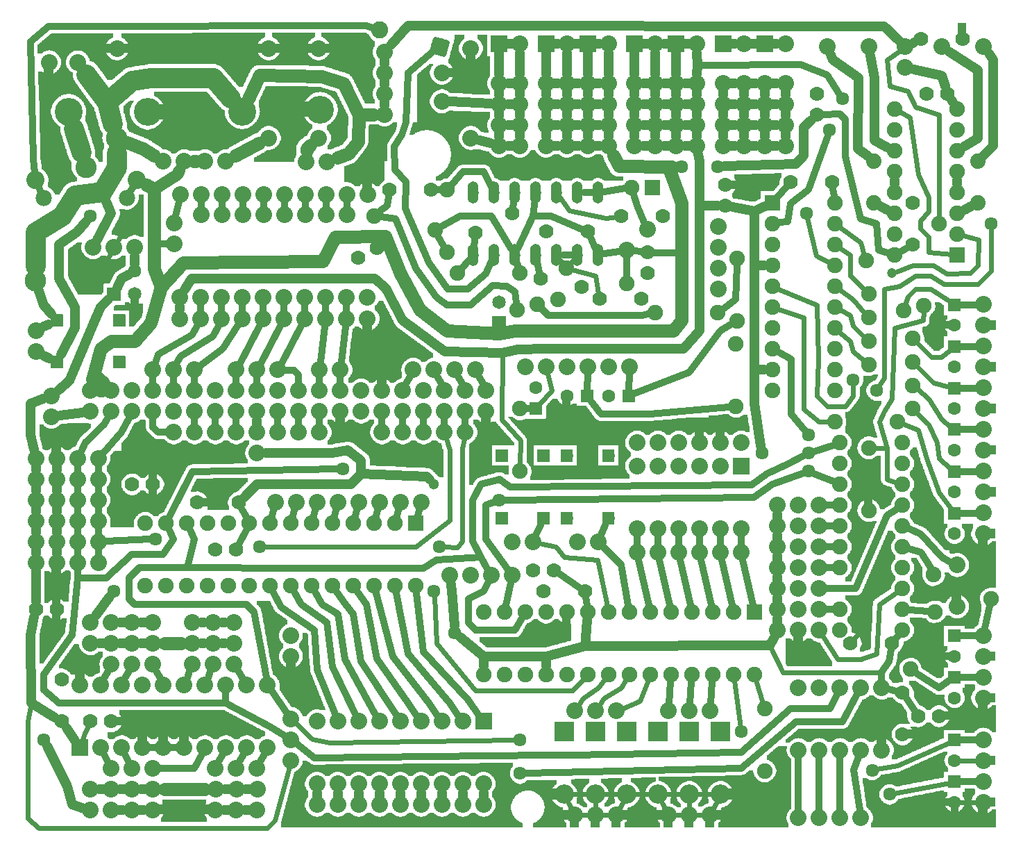
<source format=gtl>
G04 MADE WITH FRITZING*
G04 WWW.FRITZING.ORG*
G04 DOUBLE SIDED*
G04 HOLES PLATED*
G04 CONTOUR ON CENTER OF CONTOUR VECTOR*
%ASAXBY*%
%FSLAX23Y23*%
%MOIN*%
%OFA0B0*%
%SFA1.0B1.0*%
%ADD10C,0.075000*%
%ADD11C,0.074000*%
%ADD12C,0.082000*%
%ADD13C,0.059370*%
%ADD14C,0.052000*%
%ADD15C,0.065000*%
%ADD16C,0.080157*%
%ADD17C,0.070000*%
%ADD18C,0.133858*%
%ADD19C,0.102362*%
%ADD20C,0.103150*%
%ADD21C,0.087402*%
%ADD22C,0.078000*%
%ADD23C,0.092000*%
%ADD24C,0.063622*%
%ADD25C,0.051181*%
%ADD26C,0.047244*%
%ADD27C,0.075433*%
%ADD28C,0.062992*%
%ADD29R,0.075000X0.075000*%
%ADD30R,0.092000X0.092000*%
%ADD31R,0.080157X0.080157*%
%ADD32R,0.062992X0.062992*%
%ADD33C,0.024000*%
%ADD34C,0.032000*%
%ADD35C,0.048000*%
%ADD36C,0.064000*%
%ADD37C,0.096000*%
%ADD38C,0.056000*%
%ADD39C,0.020000*%
%ADD40R,0.001000X0.001000*%
%LNCOPPER1*%
G90*
G70*
G54D10*
X2139Y3664D03*
X584Y3796D03*
X764Y3507D03*
X1690Y3260D03*
X3487Y3123D03*
X514Y2944D03*
X299Y2700D03*
X4385Y2398D03*
X1651Y2361D03*
X4038Y2035D03*
X2719Y1825D03*
X524Y1805D03*
X1922Y1814D03*
X940Y1657D03*
X4130Y1256D03*
X171Y1192D03*
X1300Y733D03*
X4353Y1570D03*
X2482Y964D03*
X3742Y874D03*
X4076Y597D03*
X562Y544D03*
X3483Y188D03*
X2978Y111D03*
X4377Y324D03*
X740Y123D03*
G54D11*
X4597Y3237D03*
X4597Y3037D03*
X4597Y3237D03*
X4597Y3037D03*
X4597Y3237D03*
X4597Y3037D03*
X4097Y3237D03*
X4097Y3037D03*
X4097Y3237D03*
X4097Y3037D03*
X4097Y3237D03*
X4097Y3037D03*
G54D12*
X2009Y3787D03*
X1722Y3867D03*
X2009Y3787D03*
X1722Y3867D03*
G54D13*
X472Y2273D03*
X172Y2273D03*
X472Y2473D03*
X172Y2473D03*
X472Y2273D03*
X172Y2273D03*
X472Y2473D03*
X172Y2473D03*
X2309Y1525D03*
X2309Y1825D03*
X2509Y1525D03*
X2509Y1825D03*
X2309Y1525D03*
X2309Y1825D03*
X2509Y1525D03*
X2509Y1825D03*
X2622Y1525D03*
X2622Y1825D03*
X2822Y1525D03*
X2822Y1825D03*
X2622Y1525D03*
X2622Y1825D03*
X2822Y1525D03*
X2822Y1825D03*
G54D14*
X2772Y3087D03*
X2672Y3087D03*
X2572Y3087D03*
X2472Y3087D03*
X2372Y3087D03*
X2272Y3087D03*
X2172Y3087D03*
X2172Y2787D03*
X2272Y2787D03*
X2372Y2787D03*
X2472Y2787D03*
X2572Y2787D03*
X2672Y2787D03*
X2772Y2787D03*
X2772Y3087D03*
X2672Y3087D03*
X2572Y3087D03*
X2472Y3087D03*
X2372Y3087D03*
X2272Y3087D03*
X2172Y3087D03*
X2172Y2787D03*
X2272Y2787D03*
X2372Y2787D03*
X2472Y2787D03*
X2572Y2787D03*
X2672Y2787D03*
X2772Y2787D03*
G54D15*
X2297Y2562D03*
X2297Y2462D03*
X2297Y2562D03*
X2297Y2462D03*
X2297Y2562D03*
X2297Y2462D03*
X547Y2600D03*
X447Y2600D03*
X547Y2600D03*
X447Y2600D03*
X547Y2600D03*
X447Y2600D03*
G54D16*
X4422Y3787D03*
X4622Y3787D03*
X4072Y3787D03*
X3872Y3787D03*
X136Y3712D03*
X273Y3712D03*
X2022Y3525D03*
X2022Y3662D03*
G54D17*
X4234Y487D03*
X4234Y687D03*
X847Y1600D03*
X1047Y1600D03*
X2509Y1175D03*
X2709Y1175D03*
X4184Y925D03*
X3984Y925D03*
X196Y550D03*
X196Y750D03*
X3897Y3137D03*
X3697Y3137D03*
X4284Y2837D03*
X4284Y3037D03*
X2884Y2975D03*
X3084Y2975D03*
X1771Y3100D03*
X1971Y3100D03*
X2779Y2579D03*
X2979Y2579D03*
X2497Y2675D03*
X2693Y2635D03*
X2182Y2895D03*
X2359Y2987D03*
X2522Y2900D03*
X2722Y2900D03*
X3009Y2700D03*
X3009Y2800D03*
X3009Y2700D03*
X3009Y2800D03*
X434Y550D03*
X334Y550D03*
X434Y550D03*
X334Y550D03*
X934Y1375D03*
X1034Y1375D03*
X934Y1375D03*
X1034Y1375D03*
X2559Y1275D03*
X2459Y1275D03*
X2559Y1275D03*
X2459Y1275D03*
X4309Y575D03*
X4409Y575D03*
X4309Y575D03*
X4409Y575D03*
X3822Y3462D03*
X3822Y3562D03*
X3822Y3462D03*
X3822Y3562D03*
X172Y1087D03*
X72Y1087D03*
X172Y1087D03*
X72Y1087D03*
X534Y1687D03*
X634Y1687D03*
X534Y1687D03*
X634Y1687D03*
X1710Y2820D03*
X1621Y2775D03*
X1710Y2820D03*
X1621Y2775D03*
X3384Y3025D03*
X3384Y3125D03*
X3384Y3025D03*
X3384Y3125D03*
X4522Y3825D03*
X4322Y3825D03*
X4522Y3825D03*
X4322Y3825D03*
X4348Y3562D03*
X4448Y3562D03*
X4348Y3562D03*
X4448Y3562D03*
G54D10*
X4497Y2787D03*
X4197Y2787D03*
X4497Y2887D03*
X4197Y2887D03*
X4497Y2987D03*
X4197Y2987D03*
X4497Y3087D03*
X4197Y3087D03*
X4497Y3187D03*
X4197Y3187D03*
X4497Y3287D03*
X4197Y3287D03*
X4497Y3387D03*
X4197Y3387D03*
X4497Y3487D03*
X4197Y3487D03*
X1897Y1500D03*
X1897Y1200D03*
X1797Y1500D03*
X1797Y1200D03*
X1697Y1500D03*
X1697Y1200D03*
X1597Y1500D03*
X1597Y1200D03*
X1497Y1500D03*
X1497Y1200D03*
X1397Y1500D03*
X1397Y1200D03*
X1297Y1500D03*
X1297Y1200D03*
X1197Y1500D03*
X1197Y1200D03*
X1097Y1500D03*
X1097Y1200D03*
X997Y1500D03*
X997Y1200D03*
X897Y1500D03*
X897Y1200D03*
X797Y1500D03*
X797Y1200D03*
X697Y1500D03*
X697Y1200D03*
X597Y1500D03*
X597Y1200D03*
X3522Y1075D03*
X3522Y775D03*
X3422Y1075D03*
X3422Y775D03*
X3322Y1075D03*
X3322Y775D03*
X3222Y1075D03*
X3222Y775D03*
X3122Y1075D03*
X3122Y775D03*
X3022Y1075D03*
X3022Y775D03*
X2922Y1075D03*
X2922Y775D03*
X2822Y1075D03*
X2822Y775D03*
X2722Y1075D03*
X2722Y775D03*
X2622Y1075D03*
X2622Y775D03*
X2522Y1075D03*
X2522Y775D03*
X2422Y1075D03*
X2422Y775D03*
X2322Y1075D03*
X2322Y775D03*
X2222Y1075D03*
X2222Y775D03*
X3609Y3037D03*
X3909Y3037D03*
X3609Y2937D03*
X3909Y2937D03*
X3609Y2837D03*
X3909Y2837D03*
X3609Y2737D03*
X3909Y2737D03*
X3609Y2637D03*
X3909Y2637D03*
X3609Y2537D03*
X3909Y2537D03*
X3609Y2437D03*
X3909Y2437D03*
X3609Y2337D03*
X3909Y2337D03*
X3609Y2237D03*
X3909Y2237D03*
X3609Y2137D03*
X3909Y2137D03*
G54D16*
X334Y2137D03*
X434Y2137D03*
X534Y2137D03*
X634Y2137D03*
X734Y2137D03*
X834Y2137D03*
X934Y2137D03*
X1034Y2137D03*
X1134Y2137D03*
X1234Y2137D03*
X1334Y2137D03*
X1434Y2137D03*
X1534Y2137D03*
X1634Y2137D03*
X1734Y2137D03*
X1834Y2137D03*
X1934Y2137D03*
X2034Y2137D03*
X2134Y2137D03*
X2234Y2137D03*
X334Y2137D03*
X434Y2137D03*
X534Y2137D03*
X634Y2137D03*
X734Y2137D03*
X834Y2137D03*
X934Y2137D03*
X1034Y2137D03*
X1134Y2137D03*
X1234Y2137D03*
X1334Y2137D03*
X1434Y2137D03*
X1534Y2137D03*
X1634Y2137D03*
X1734Y2137D03*
X1834Y2137D03*
X1934Y2137D03*
X2034Y2137D03*
X2134Y2137D03*
X2234Y2137D03*
X2234Y2037D03*
X2134Y2037D03*
X2034Y2037D03*
X1934Y2037D03*
X1834Y2037D03*
X1734Y2037D03*
X1634Y2037D03*
X1534Y2037D03*
X1434Y2037D03*
X1334Y2037D03*
X1234Y2037D03*
X1134Y2037D03*
X1034Y2037D03*
X934Y2037D03*
X834Y2037D03*
X734Y2037D03*
X634Y2037D03*
X534Y2037D03*
X434Y2037D03*
X334Y2037D03*
X334Y2137D03*
X434Y2137D03*
X534Y2137D03*
X634Y2137D03*
X734Y2137D03*
X834Y2137D03*
X934Y2137D03*
X1034Y2137D03*
X1134Y2137D03*
X1234Y2137D03*
X1334Y2137D03*
X1434Y2137D03*
X1534Y2137D03*
X1634Y2137D03*
X1734Y2137D03*
X1834Y2137D03*
X1934Y2137D03*
X2034Y2137D03*
X2134Y2137D03*
X2234Y2137D03*
X334Y2137D03*
X434Y2137D03*
X534Y2137D03*
X634Y2137D03*
X734Y2137D03*
X834Y2137D03*
X934Y2137D03*
X1034Y2137D03*
X1134Y2137D03*
X1234Y2137D03*
X1334Y2137D03*
X1434Y2137D03*
X1534Y2137D03*
X1634Y2137D03*
X1734Y2137D03*
X1834Y2137D03*
X1934Y2137D03*
X2034Y2137D03*
X2134Y2137D03*
X2234Y2137D03*
X2234Y2037D03*
X2134Y2037D03*
X2034Y2037D03*
X1934Y2037D03*
X1834Y2037D03*
X1734Y2037D03*
X1634Y2037D03*
X1534Y2037D03*
X1434Y2037D03*
X1334Y2037D03*
X1234Y2037D03*
X1134Y2037D03*
X1034Y2037D03*
X934Y2037D03*
X834Y2037D03*
X734Y2037D03*
X634Y2037D03*
X534Y2037D03*
X434Y2037D03*
X334Y2037D03*
X147Y2112D03*
X147Y2012D03*
X1134Y1837D03*
X1134Y1937D03*
X1434Y2237D03*
X1534Y2237D03*
X634Y2237D03*
X734Y2237D03*
X834Y2237D03*
X1034Y2237D03*
X1134Y2237D03*
X1234Y2237D03*
X734Y1937D03*
X834Y1937D03*
X934Y1937D03*
X1034Y1937D03*
X1234Y1937D03*
X1334Y1937D03*
X1434Y1937D03*
X1734Y1937D03*
X1834Y1937D03*
X1934Y1937D03*
X2034Y1937D03*
X2134Y1937D03*
X2059Y1250D03*
X2159Y1250D03*
X2259Y1250D03*
X2359Y1250D03*
X1884Y2237D03*
X1984Y2237D03*
X2084Y2237D03*
X2184Y2237D03*
G54D18*
X1437Y3485D03*
X1062Y3476D03*
X229Y3476D03*
X608Y3474D03*
G54D19*
X312Y3209D03*
G54D20*
X68Y2665D03*
G54D21*
X556Y3148D03*
X70Y3148D03*
G54D22*
X109Y3062D03*
X509Y3062D03*
X109Y3062D03*
X509Y3062D03*
X109Y3062D03*
X509Y3062D03*
G54D16*
X72Y2425D03*
X72Y2325D03*
G54D23*
X3359Y500D03*
X3359Y200D03*
X3209Y500D03*
X3209Y200D03*
X3061Y500D03*
X3061Y200D03*
X2909Y500D03*
X2909Y200D03*
X2759Y500D03*
X2759Y200D03*
X2609Y500D03*
X2609Y200D03*
G54D16*
X865Y2981D03*
X965Y2981D03*
X1065Y2981D03*
X1165Y2981D03*
X1265Y2981D03*
X1365Y2981D03*
X1465Y2981D03*
X1565Y2981D03*
X765Y3079D03*
X865Y3079D03*
X965Y3079D03*
X1065Y3079D03*
X1165Y3079D03*
X1265Y3079D03*
X1365Y3079D03*
X1465Y3079D03*
X1565Y3079D03*
X1665Y3079D03*
X765Y3079D03*
X865Y3079D03*
X965Y3079D03*
X1065Y3079D03*
X1165Y3079D03*
X1265Y3079D03*
X1365Y3079D03*
X1465Y3079D03*
X1565Y3079D03*
X1665Y3079D03*
X764Y2481D03*
X864Y2481D03*
X964Y2481D03*
X1064Y2481D03*
X1164Y2481D03*
X1264Y2481D03*
X1364Y2481D03*
X1464Y2481D03*
X1564Y2481D03*
X1664Y2481D03*
X764Y2481D03*
X864Y2481D03*
X964Y2481D03*
X1064Y2481D03*
X1164Y2481D03*
X1264Y2481D03*
X1364Y2481D03*
X1464Y2481D03*
X1564Y2481D03*
X1664Y2481D03*
X764Y2585D03*
X864Y2585D03*
X964Y2585D03*
X1064Y2585D03*
X1164Y2585D03*
X1264Y2585D03*
X1364Y2585D03*
X1464Y2585D03*
X1564Y2585D03*
X1664Y2585D03*
X764Y2585D03*
X864Y2585D03*
X964Y2585D03*
X1064Y2585D03*
X1164Y2585D03*
X1264Y2585D03*
X1364Y2585D03*
X1464Y2585D03*
X1564Y2585D03*
X1664Y2585D03*
X1431Y3349D03*
X2161Y3349D03*
X1190Y3349D03*
X2161Y3779D03*
X1190Y3779D03*
X1429Y3779D03*
X462Y3779D03*
G54D24*
X3997Y2187D03*
X2084Y975D03*
X447Y1175D03*
X109Y462D03*
X1147Y1387D03*
X647Y1425D03*
X2297Y1612D03*
X4172Y200D03*
X4089Y316D03*
X2397Y300D03*
X3459Y500D03*
X2397Y462D03*
G54D25*
X1984Y1687D03*
G54D24*
X1984Y1175D03*
X2009Y1387D03*
X1547Y1762D03*
X3772Y2987D03*
X3559Y1837D03*
X3784Y1837D03*
X3784Y1750D03*
X3784Y1925D03*
G54D26*
X4184Y2700D03*
G54D27*
X4234Y1587D03*
X4234Y1187D03*
X4234Y1287D03*
X4234Y1487D03*
X4234Y1087D03*
X4234Y987D03*
X4234Y1387D03*
X4234Y1787D03*
X4234Y1687D03*
X4234Y1887D03*
X3934Y1887D03*
X3934Y1787D03*
X3934Y1687D03*
X3934Y1587D03*
X3934Y987D03*
X3934Y1087D03*
X3934Y1287D03*
X3934Y1387D03*
X3934Y1487D03*
G54D24*
X4109Y2137D03*
X3884Y3387D03*
X3172Y3212D03*
X4659Y2937D03*
X3347Y3212D03*
X3947Y3537D03*
X334Y2975D03*
X547Y2712D03*
G54D16*
X784Y3237D03*
X684Y3237D03*
X2297Y3612D03*
X2297Y3512D03*
X2297Y3412D03*
X2297Y3312D03*
X2297Y3612D03*
X2297Y3512D03*
X2297Y3412D03*
X2297Y3312D03*
X2397Y3312D03*
X2397Y3412D03*
X2397Y3512D03*
X2397Y3612D03*
X2947Y3612D03*
X2947Y3512D03*
X2947Y3412D03*
X2947Y3312D03*
X2947Y3612D03*
X2947Y3512D03*
X2947Y3412D03*
X2947Y3312D03*
X3047Y3312D03*
X3047Y3412D03*
X3047Y3512D03*
X3047Y3612D03*
X3147Y3612D03*
X3147Y3512D03*
X3147Y3412D03*
X3147Y3312D03*
X3147Y3612D03*
X3147Y3512D03*
X3147Y3412D03*
X3147Y3312D03*
X3247Y3312D03*
X3247Y3412D03*
X3247Y3512D03*
X3247Y3612D03*
X2522Y3612D03*
X2522Y3512D03*
X2522Y3412D03*
X2522Y3312D03*
X2522Y3612D03*
X2522Y3512D03*
X2522Y3412D03*
X2522Y3312D03*
X2622Y3312D03*
X2622Y3412D03*
X2622Y3512D03*
X2622Y3612D03*
X2722Y3612D03*
X2722Y3512D03*
X2722Y3412D03*
X2722Y3312D03*
X2722Y3612D03*
X2722Y3512D03*
X2722Y3412D03*
X2722Y3312D03*
X2822Y3312D03*
X2822Y3412D03*
X2822Y3512D03*
X2822Y3612D03*
X3372Y3612D03*
X3372Y3512D03*
X3372Y3412D03*
X3372Y3312D03*
X3372Y3612D03*
X3372Y3512D03*
X3372Y3412D03*
X3372Y3312D03*
X3472Y3312D03*
X3472Y3412D03*
X3472Y3512D03*
X3472Y3612D03*
X3572Y3612D03*
X3572Y3512D03*
X3572Y3412D03*
X3572Y3312D03*
X3572Y3612D03*
X3572Y3512D03*
X3572Y3412D03*
X3572Y3312D03*
X3672Y3312D03*
X3672Y3412D03*
X3672Y3512D03*
X3672Y3612D03*
X1747Y3762D03*
X1747Y3662D03*
X1747Y3562D03*
X1747Y3462D03*
X1471Y3236D03*
X1371Y3236D03*
X984Y3237D03*
X884Y3237D03*
X3009Y2912D03*
X2909Y2812D03*
G54D10*
X4072Y1562D03*
X4072Y1862D03*
X4072Y1562D03*
X4072Y1862D03*
X4409Y2937D03*
X4337Y2544D03*
X4409Y2937D03*
X4337Y2544D03*
X4659Y1137D03*
X4383Y1254D03*
X4659Y1137D03*
X4383Y1254D03*
X2397Y1750D03*
X2397Y2050D03*
X2397Y1750D03*
X2397Y2050D03*
X3439Y2472D03*
X3439Y2772D03*
X3439Y2472D03*
X3439Y2772D03*
X4059Y2762D03*
X4239Y2522D03*
X4059Y2762D03*
X4239Y2522D03*
X4072Y2600D03*
X4284Y2387D03*
X4072Y2600D03*
X4284Y2387D03*
X4072Y2487D03*
X4284Y2275D03*
X4072Y2487D03*
X4284Y2275D03*
X4072Y2375D03*
X4284Y2162D03*
X4072Y2375D03*
X4284Y2162D03*
X4072Y2262D03*
X4284Y2050D03*
X4072Y2262D03*
X4284Y2050D03*
X4209Y1987D03*
X3909Y1987D03*
X4209Y1987D03*
X3909Y1987D03*
X4272Y800D03*
X4389Y1076D03*
X4272Y800D03*
X4389Y1076D03*
X3572Y312D03*
X3572Y612D03*
X3572Y312D03*
X3572Y612D03*
X3434Y2362D03*
X3434Y2062D03*
X3434Y2362D03*
X3434Y2062D03*
X2909Y2650D03*
X2619Y2726D03*
X2909Y2650D03*
X2619Y2726D03*
X3347Y2512D03*
X3047Y2512D03*
X3347Y2512D03*
X3047Y2512D03*
X1988Y2907D03*
X1696Y2976D03*
X1988Y2907D03*
X1696Y2976D03*
X2046Y2800D03*
X2046Y3100D03*
X2046Y2800D03*
X2046Y3100D03*
X2397Y2700D03*
X2097Y2700D03*
X2397Y2700D03*
X2097Y2700D03*
G54D16*
X2959Y1362D03*
X3059Y1362D03*
X3159Y1362D03*
X3259Y1362D03*
X3359Y1362D03*
X3459Y1362D03*
X2959Y1887D03*
X3059Y1887D03*
X3159Y1887D03*
X3259Y1887D03*
X3359Y1887D03*
X3459Y1887D03*
X4622Y362D03*
X4622Y462D03*
X4622Y162D03*
X4622Y262D03*
X3348Y2625D03*
X3348Y2725D03*
X3348Y2825D03*
X3348Y2925D03*
X2822Y2250D03*
X2922Y2250D03*
X2622Y2250D03*
X2722Y2250D03*
X2422Y2250D03*
X2522Y2250D03*
X3634Y987D03*
X3634Y1087D03*
X3634Y1187D03*
X3634Y1287D03*
X3634Y1387D03*
X3634Y1487D03*
X3634Y1587D03*
X3734Y987D03*
X3734Y1087D03*
X3734Y1187D03*
X3734Y1287D03*
X3734Y1387D03*
X3734Y1487D03*
X3734Y1587D03*
X3834Y987D03*
X3834Y1087D03*
X3834Y1187D03*
X3834Y1287D03*
X3834Y1387D03*
X3834Y1487D03*
X3834Y1587D03*
X4622Y662D03*
X4622Y762D03*
X4622Y862D03*
X4622Y962D03*
X4622Y1450D03*
X4622Y1550D03*
X4622Y1650D03*
X4622Y1750D03*
X4622Y1851D03*
X4622Y1951D03*
X4622Y2050D03*
X4622Y2150D03*
X4622Y2250D03*
X4622Y2350D03*
X4622Y2450D03*
X4622Y2550D03*
X4247Y3687D03*
X4247Y3787D03*
X2297Y3800D03*
X2397Y3800D03*
X3147Y3800D03*
X3247Y3800D03*
X2947Y3800D03*
X3047Y3800D03*
X2722Y3800D03*
X2822Y3800D03*
X2522Y3800D03*
X2622Y3800D03*
X3372Y3800D03*
X3472Y3800D03*
X3572Y3800D03*
X3672Y3800D03*
X172Y1812D03*
X172Y1712D03*
X172Y1612D03*
X172Y1512D03*
X172Y1412D03*
X172Y1312D03*
X72Y1812D03*
X72Y1712D03*
X72Y1612D03*
X72Y1512D03*
X72Y1412D03*
X72Y1312D03*
X272Y1812D03*
X272Y1712D03*
X272Y1612D03*
X272Y1512D03*
X272Y1412D03*
X272Y1312D03*
X272Y1812D03*
X272Y1712D03*
X272Y1612D03*
X272Y1512D03*
X272Y1412D03*
X272Y1312D03*
X372Y1312D03*
X372Y1412D03*
X372Y1512D03*
X372Y1612D03*
X372Y1712D03*
X372Y1812D03*
X334Y1025D03*
X284Y425D03*
X284Y725D03*
X384Y425D03*
X384Y725D03*
X484Y425D03*
X484Y725D03*
X584Y425D03*
X584Y725D03*
X684Y425D03*
X684Y725D03*
X784Y425D03*
X784Y725D03*
X884Y425D03*
X884Y725D03*
X984Y425D03*
X984Y725D03*
X1084Y425D03*
X1084Y725D03*
X1184Y425D03*
X1184Y725D03*
X632Y325D03*
X532Y325D03*
X432Y325D03*
X1134Y325D03*
X1034Y325D03*
X934Y325D03*
X1023Y825D03*
X923Y825D03*
X823Y825D03*
X634Y825D03*
X534Y825D03*
X434Y825D03*
X334Y225D03*
X434Y225D03*
X534Y225D03*
X634Y225D03*
X334Y925D03*
X434Y925D03*
X534Y925D03*
X634Y925D03*
X1134Y125D03*
X1034Y125D03*
X934Y125D03*
X1137Y225D03*
X1037Y225D03*
X937Y225D03*
X632Y125D03*
X532Y125D03*
X432Y125D03*
X547Y2825D03*
X447Y2825D03*
X347Y2825D03*
X1023Y925D03*
X923Y925D03*
X823Y925D03*
X1023Y1025D03*
X923Y1025D03*
X823Y1025D03*
X1222Y1600D03*
X1322Y1600D03*
X1422Y1600D03*
X1522Y1600D03*
X1622Y1600D03*
X1722Y1600D03*
X1822Y1600D03*
X1922Y1600D03*
X634Y1025D03*
X534Y1025D03*
X434Y1025D03*
X334Y125D03*
G54D28*
X4484Y460D03*
X4484Y362D03*
X4484Y260D03*
X4484Y162D03*
X2920Y2112D03*
X2822Y2112D03*
X2720Y2112D03*
X2622Y2112D03*
X2472Y2051D03*
X2472Y2150D03*
X4484Y760D03*
X4484Y662D03*
X4484Y960D03*
X4484Y862D03*
X4484Y1548D03*
X4484Y1450D03*
X4484Y1748D03*
X4484Y1650D03*
X4484Y1950D03*
X4484Y1851D03*
X4484Y2148D03*
X4484Y2050D03*
X4484Y2348D03*
X4484Y2250D03*
X4484Y2548D03*
X4484Y2450D03*
G54D10*
X3034Y3112D03*
X2934Y3112D03*
X3034Y3112D03*
X2934Y3112D03*
X2578Y2575D03*
X2481Y2550D03*
X2384Y2525D03*
G54D16*
X1297Y862D03*
X1297Y962D03*
X1297Y862D03*
X1297Y962D03*
X1297Y362D03*
X1297Y462D03*
X1297Y562D03*
X1297Y362D03*
X1297Y462D03*
X1297Y562D03*
X2222Y550D03*
X2222Y250D03*
X2122Y550D03*
X2122Y250D03*
X2022Y550D03*
X2022Y250D03*
X1922Y550D03*
X1922Y250D03*
X1822Y550D03*
X1822Y250D03*
X1722Y550D03*
X1722Y250D03*
X1622Y550D03*
X1622Y250D03*
X1522Y550D03*
X1522Y250D03*
X1422Y550D03*
X1422Y250D03*
X4496Y1100D03*
X4497Y1300D03*
X2222Y150D03*
X2122Y150D03*
X2022Y150D03*
X1922Y150D03*
X1822Y150D03*
X1722Y150D03*
X1622Y150D03*
X1522Y150D03*
X1422Y150D03*
X3109Y600D03*
X3209Y600D03*
X3309Y600D03*
X2659Y600D03*
X2759Y600D03*
X2859Y600D03*
X2772Y1412D03*
X2672Y1412D03*
X2459Y1412D03*
X2359Y1412D03*
X3109Y100D03*
X3209Y100D03*
X3309Y100D03*
X2659Y100D03*
X2759Y100D03*
X2859Y100D03*
X3459Y1775D03*
X3459Y1475D03*
X3359Y1775D03*
X3359Y1475D03*
X3259Y1775D03*
X3259Y1475D03*
X3159Y1775D03*
X3159Y1475D03*
X3059Y1775D03*
X3059Y1475D03*
X2959Y1775D03*
X2959Y1475D03*
X4034Y87D03*
X3934Y87D03*
X3834Y87D03*
X3734Y87D03*
X4134Y412D03*
X4034Y412D03*
X3934Y412D03*
X3834Y412D03*
X3734Y412D03*
X4134Y712D03*
X4034Y712D03*
X3934Y712D03*
X3834Y712D03*
X3734Y712D03*
X737Y2940D03*
X737Y2840D03*
G54D20*
X460Y3349D03*
X460Y3349D03*
G54D29*
X4497Y2787D03*
X1897Y1500D03*
X3522Y1075D03*
X3609Y3037D03*
G54D30*
X3359Y500D03*
X3209Y500D03*
X3061Y500D03*
X2909Y500D03*
X2759Y500D03*
X2609Y500D03*
G54D31*
X2297Y3800D03*
X3147Y3800D03*
X2947Y3800D03*
X2722Y3800D03*
X2522Y3800D03*
X3372Y3800D03*
X3572Y3800D03*
X284Y425D03*
G54D32*
X4484Y460D03*
X4484Y260D03*
X2920Y2112D03*
X2720Y2112D03*
X2472Y2051D03*
X4484Y760D03*
X4484Y960D03*
X4484Y1548D03*
X4484Y1748D03*
X4484Y1950D03*
X4484Y2148D03*
X4484Y2348D03*
X4484Y2548D03*
G54D29*
X3034Y3112D03*
X3034Y3112D03*
G54D31*
X2222Y550D03*
X3459Y1775D03*
G54D33*
X4511Y162D02*
X4591Y162D01*
D02*
X4511Y362D02*
X4591Y362D01*
D02*
X2872Y200D02*
X2797Y200D01*
D02*
X2722Y200D02*
X2647Y200D01*
D02*
X2645Y127D02*
X2626Y166D01*
D02*
X3278Y100D02*
X3241Y100D01*
D02*
X3178Y100D02*
X3141Y100D01*
D02*
X2828Y100D02*
X2791Y100D01*
D02*
X2728Y100D02*
X2691Y100D01*
D02*
X2759Y131D02*
X2759Y162D01*
D02*
X2873Y127D02*
X2893Y166D01*
D02*
X3096Y128D02*
X3077Y166D01*
D02*
X3209Y131D02*
X3209Y162D01*
D02*
X3323Y127D02*
X3343Y166D01*
D02*
X3322Y200D02*
X3247Y200D01*
D02*
X3172Y200D02*
X3098Y200D01*
D02*
X3024Y200D02*
X2947Y200D01*
D02*
X2059Y1850D02*
X2059Y1513D01*
D02*
X2059Y1513D02*
X1897Y1388D01*
D02*
X1897Y1388D02*
X1170Y1387D01*
D02*
X2043Y1907D02*
X2059Y1850D01*
D02*
X4146Y2198D02*
X4121Y2157D01*
D02*
X4146Y2623D02*
X4146Y2198D01*
D02*
X2548Y2137D02*
X2490Y2071D01*
D02*
X2529Y2219D02*
X2548Y2137D01*
G54D34*
D02*
X2722Y2213D02*
X2721Y2144D01*
D02*
X4292Y601D02*
X4252Y661D01*
G54D33*
D02*
X2759Y2687D02*
X2774Y2604D01*
D02*
X2647Y2718D02*
X2759Y2687D01*
G54D34*
D02*
X2909Y2775D02*
X2909Y2684D01*
G54D33*
D02*
X2589Y2766D02*
X2602Y2748D01*
D02*
X2654Y2766D02*
X2638Y2748D01*
G54D34*
D02*
X2922Y2213D02*
X2921Y2144D01*
G54D33*
D02*
X3821Y2786D02*
X3884Y2751D01*
D02*
X3777Y2965D02*
X3821Y2786D01*
G54D34*
D02*
X3900Y1087D02*
X3871Y1087D01*
D02*
X3900Y1287D02*
X3871Y1287D01*
D02*
X3900Y1387D02*
X3871Y1387D01*
D02*
X3900Y1487D02*
X3871Y1487D01*
D02*
X3900Y1587D02*
X3871Y1587D01*
D02*
X3903Y1700D02*
X3811Y1739D01*
D02*
X3902Y1876D02*
X3811Y1846D01*
G54D33*
D02*
X4034Y848D02*
X4110Y876D01*
G54D34*
D02*
X4009Y1187D02*
X3871Y1187D01*
D02*
X4159Y1537D02*
X4009Y1187D01*
D02*
X4206Y1568D02*
X4159Y1537D01*
G54D33*
D02*
X4122Y1112D02*
X4210Y1171D01*
D02*
X3923Y848D02*
X4034Y848D01*
D02*
X4110Y876D02*
X4122Y1112D01*
D02*
X3851Y961D02*
X3923Y848D01*
G54D35*
D02*
X3634Y1545D02*
X3634Y1529D01*
D02*
X3634Y1445D02*
X3634Y1429D01*
D02*
X3634Y1345D02*
X3634Y1329D01*
D02*
X3634Y1245D02*
X3634Y1229D01*
D02*
X3634Y1145D02*
X3634Y1129D01*
D02*
X3634Y1045D02*
X3634Y1029D01*
G54D33*
D02*
X1748Y2879D02*
X1724Y2842D01*
G54D35*
D02*
X4197Y3147D02*
X4197Y3127D01*
D02*
X4497Y3127D02*
X4497Y3147D01*
G54D34*
D02*
X3901Y3106D02*
X3905Y3071D01*
G54D35*
D02*
X881Y1025D02*
X866Y1025D01*
G54D33*
D02*
X4209Y337D02*
X4460Y449D01*
D02*
X4111Y320D02*
X4209Y337D01*
G54D34*
D02*
X4134Y785D02*
X4134Y749D01*
G54D35*
D02*
X294Y136D02*
X247Y150D01*
D02*
X247Y150D02*
X222Y237D01*
D02*
X222Y237D02*
X125Y432D01*
G54D33*
D02*
X309Y500D02*
X322Y526D01*
G54D35*
D02*
X360Y1058D02*
X427Y1147D01*
D02*
X1948Y1724D02*
X1962Y1710D01*
D02*
X1634Y1737D02*
X1948Y1724D01*
D02*
X1134Y1995D02*
X1134Y1979D01*
G54D33*
D02*
X34Y86D02*
X86Y37D01*
D02*
X1221Y75D02*
X1289Y332D01*
D02*
X1183Y37D02*
X1221Y75D01*
D02*
X34Y550D02*
X34Y86D01*
D02*
X86Y37D02*
X1183Y37D01*
D02*
X48Y637D02*
X34Y550D01*
G54D35*
D02*
X2297Y2411D02*
X2297Y2426D01*
D02*
X547Y2746D02*
X547Y2782D01*
D02*
X434Y2987D02*
X367Y2862D01*
D02*
X388Y3091D02*
X434Y2987D01*
D02*
X764Y2523D02*
X764Y2542D01*
D02*
X2523Y862D02*
X2523Y814D01*
G54D34*
D02*
X734Y1423D02*
X712Y1469D01*
D02*
X534Y1350D02*
X684Y1350D01*
D02*
X684Y1350D02*
X734Y1423D01*
D02*
X410Y1237D02*
X534Y1350D01*
D02*
X272Y1237D02*
X410Y1237D01*
D02*
X272Y1275D02*
X272Y1237D01*
D02*
X409Y1414D02*
X618Y1423D01*
G54D33*
D02*
X309Y500D02*
X294Y454D01*
G54D35*
D02*
X109Y2306D02*
X135Y2292D01*
D02*
X110Y2443D02*
X134Y2455D01*
G54D36*
D02*
X348Y2215D02*
X343Y2190D01*
G54D34*
D02*
X1065Y756D02*
X1042Y793D01*
D02*
X898Y759D02*
X910Y790D01*
D02*
X798Y759D02*
X810Y790D01*
D02*
X651Y792D02*
X668Y757D01*
D02*
X501Y757D02*
X518Y792D01*
D02*
X401Y757D02*
X418Y792D01*
D02*
X1168Y392D02*
X1151Y357D01*
D02*
X1068Y392D02*
X1051Y357D01*
D02*
X968Y392D02*
X951Y357D01*
D02*
X500Y391D02*
X516Y358D01*
D02*
X400Y391D02*
X416Y358D01*
G54D36*
D02*
X688Y925D02*
X770Y925D01*
D02*
X688Y225D02*
X884Y225D01*
G54D34*
D02*
X668Y325D02*
X834Y325D01*
D02*
X834Y325D02*
X868Y392D01*
D02*
X372Y1475D02*
X372Y1449D01*
D02*
X110Y700D02*
X184Y637D01*
D02*
X246Y963D02*
X110Y775D01*
D02*
X110Y775D02*
X110Y700D01*
D02*
X272Y1237D02*
X246Y963D01*
D02*
X184Y637D02*
X984Y637D01*
D02*
X984Y637D02*
X984Y688D01*
D02*
X571Y1287D02*
X521Y1237D01*
D02*
X798Y1287D02*
X571Y1287D01*
D02*
X521Y1137D02*
X547Y1111D01*
D02*
X521Y1237D02*
X521Y1137D01*
D02*
X1084Y1112D02*
X1121Y1074D01*
D02*
X547Y1111D02*
X1084Y1112D01*
D02*
X1121Y1074D02*
X1178Y761D01*
D02*
X834Y1423D02*
X798Y1287D01*
D02*
X812Y1469D02*
X834Y1423D01*
D02*
X1323Y1285D02*
X798Y1287D01*
D02*
X1821Y1286D02*
X1323Y1285D01*
D02*
X1934Y1286D02*
X1821Y1286D01*
D02*
X1997Y1324D02*
X1934Y1286D01*
D02*
X2210Y1337D02*
X1997Y1324D01*
D02*
X823Y1748D02*
X1518Y1761D01*
D02*
X712Y1530D02*
X823Y1748D01*
D02*
X1422Y799D02*
X1508Y584D01*
D02*
X1410Y988D02*
X1422Y799D01*
D02*
X1248Y1099D02*
X1410Y988D01*
D02*
X1212Y1169D02*
X1248Y1099D01*
D02*
X1497Y811D02*
X1606Y583D01*
D02*
X1470Y1024D02*
X1497Y811D01*
D02*
X1347Y1111D02*
X1470Y1024D01*
D02*
X1314Y1170D02*
X1347Y1111D01*
D02*
X1557Y848D02*
X1704Y582D01*
D02*
X1522Y1063D02*
X1557Y848D01*
D02*
X1446Y1111D02*
X1522Y1063D01*
D02*
X1414Y1170D02*
X1446Y1111D01*
D02*
X1634Y837D02*
X1802Y580D01*
D02*
X1597Y1063D02*
X1634Y837D01*
D02*
X1561Y1111D02*
X1597Y1063D01*
D02*
X1517Y1172D02*
X1561Y1111D01*
D02*
X1710Y850D02*
X1859Y637D01*
D02*
X1859Y637D02*
X1900Y579D01*
D02*
X1660Y1111D02*
X1710Y850D01*
D02*
X1617Y1172D02*
X1660Y1111D01*
D02*
X1786Y861D02*
X1959Y637D01*
D02*
X1959Y637D02*
X2000Y579D01*
D02*
X1706Y1166D02*
X1786Y861D01*
D02*
X1859Y875D02*
X1803Y1166D01*
D02*
X2059Y637D02*
X1859Y875D01*
D02*
X2100Y579D02*
X2059Y637D01*
D02*
X2148Y650D02*
X2200Y579D01*
D02*
X1934Y886D02*
X2148Y650D01*
D02*
X1901Y1166D02*
X1934Y886D01*
D02*
X1913Y1564D02*
X1905Y1533D01*
D02*
X1813Y1564D02*
X1805Y1533D01*
D02*
X1713Y1564D02*
X1705Y1533D01*
D02*
X1613Y1564D02*
X1605Y1533D01*
D02*
X1513Y1564D02*
X1505Y1533D01*
D02*
X1413Y1564D02*
X1405Y1533D01*
D02*
X1313Y1564D02*
X1305Y1533D01*
D02*
X1213Y1564D02*
X1205Y1533D01*
D02*
X1082Y1530D02*
X1061Y1571D01*
D02*
X1082Y1469D02*
X1049Y1403D01*
G54D35*
D02*
X1497Y1837D02*
X1347Y1837D01*
D02*
X1586Y1688D02*
X1634Y1737D01*
D02*
X1571Y1850D02*
X1497Y1837D01*
D02*
X1347Y1837D02*
X1177Y1837D01*
D02*
X1634Y1800D02*
X1571Y1850D01*
D02*
X1134Y1687D02*
X1586Y1688D01*
D02*
X1634Y1737D02*
X1634Y1800D01*
D02*
X1073Y1626D02*
X1134Y1687D01*
D02*
X48Y637D02*
X164Y568D01*
D02*
X46Y963D02*
X48Y637D01*
D02*
X64Y1051D02*
X46Y963D01*
D02*
X72Y1270D02*
X72Y1124D01*
G54D33*
D02*
X2121Y1861D02*
X2129Y1906D01*
D02*
X2097Y1386D02*
X2121Y1413D01*
D02*
X2121Y1413D02*
X2121Y1861D01*
D02*
X2032Y1387D02*
X2097Y1386D01*
D02*
X1997Y926D02*
X1986Y1152D01*
D02*
X2184Y698D02*
X1997Y926D01*
D02*
X2648Y698D02*
X2184Y698D01*
D02*
X2702Y754D02*
X2648Y698D01*
G54D35*
D02*
X2223Y862D02*
X2523Y862D01*
D02*
X2111Y953D02*
X2223Y862D01*
D02*
X2073Y1137D02*
X2082Y1008D01*
D02*
X2065Y1208D02*
X2073Y1137D01*
D02*
X2223Y862D02*
X2223Y814D01*
G54D34*
D02*
X3734Y375D02*
X3734Y124D01*
D02*
X3834Y375D02*
X3834Y124D01*
D02*
X3934Y375D02*
X3934Y124D01*
D02*
X4001Y317D02*
X4029Y123D01*
D02*
X4022Y377D02*
X4001Y317D01*
D02*
X3159Y1438D02*
X3159Y1399D01*
D02*
X3259Y1438D02*
X3259Y1399D01*
D02*
X3359Y1438D02*
X3359Y1399D01*
D02*
X3459Y1438D02*
X3459Y1399D01*
G54D33*
D02*
X2610Y1337D02*
X2771Y1324D01*
D02*
X2571Y1387D02*
X2610Y1337D01*
D02*
X2771Y1324D02*
X2816Y1103D01*
D02*
X2490Y1405D02*
X2571Y1387D01*
G54D34*
D02*
X2884Y1300D02*
X2916Y1108D01*
D02*
X2798Y1386D02*
X2884Y1300D01*
D02*
X2967Y1326D02*
X3015Y1108D01*
D02*
X3067Y1326D02*
X3115Y1108D01*
D02*
X3167Y1326D02*
X3215Y1108D01*
D02*
X3267Y1326D02*
X3315Y1108D01*
D02*
X3367Y1326D02*
X3415Y1108D01*
D02*
X3467Y1326D02*
X3515Y1108D01*
D02*
X2959Y1438D02*
X2959Y1399D01*
D02*
X3059Y1438D02*
X3059Y1399D01*
D02*
X3319Y740D02*
X3312Y636D01*
D02*
X3219Y740D02*
X3212Y636D01*
D02*
X3119Y740D02*
X3112Y636D01*
G54D33*
D02*
X2973Y648D02*
X2888Y612D01*
D02*
X3012Y748D02*
X2973Y648D01*
D02*
X2884Y712D02*
X2798Y662D01*
D02*
X2798Y662D02*
X2776Y626D01*
D02*
X2907Y750D02*
X2884Y712D01*
D02*
X2773Y712D02*
X2698Y662D01*
D02*
X2698Y662D02*
X2676Y626D01*
D02*
X2804Y752D02*
X2773Y712D01*
G54D34*
D02*
X2495Y1491D02*
X2474Y1446D01*
D02*
X2807Y1491D02*
X2787Y1446D01*
D02*
X4585Y262D02*
X4517Y261D01*
D02*
X4585Y462D02*
X4517Y461D01*
D02*
X2586Y1257D02*
X2683Y1192D01*
D02*
X2713Y1143D02*
X2718Y1108D01*
G54D33*
D02*
X4194Y204D02*
X4458Y255D01*
D02*
X3426Y746D02*
X3456Y522D01*
D02*
X3530Y747D02*
X3564Y639D01*
G54D34*
D02*
X4170Y703D02*
X4204Y695D01*
D02*
X2338Y1279D02*
X2234Y1424D01*
D02*
X2325Y1612D02*
X3521Y1624D01*
D02*
X2234Y1424D02*
X2234Y1587D01*
D02*
X2348Y1673D02*
X3510Y1686D01*
D02*
X2298Y1712D02*
X2348Y1673D01*
D02*
X3609Y1689D02*
X3758Y1740D01*
D02*
X3683Y1785D02*
X3759Y1824D01*
D02*
X3583Y1737D02*
X3683Y1785D01*
D02*
X2223Y1174D02*
X2244Y1216D01*
D02*
X2171Y1413D02*
X2171Y1611D01*
D02*
X2148Y1137D02*
X2223Y1174D01*
D02*
X2241Y1281D02*
X2210Y1337D01*
D02*
X2148Y1023D02*
X2148Y1137D01*
D02*
X2210Y1337D02*
X2171Y1413D01*
D02*
X2210Y1687D02*
X2298Y1712D01*
D02*
X2171Y1611D02*
X2210Y1687D01*
D02*
X2184Y987D02*
X2148Y1023D01*
D02*
X2373Y987D02*
X2184Y987D01*
D02*
X2405Y1045D02*
X2373Y987D01*
D02*
X3510Y1686D02*
X3583Y1737D01*
D02*
X2234Y1587D02*
X2270Y1601D01*
D02*
X3521Y1624D02*
X3609Y1689D01*
D02*
X2329Y1108D02*
X2352Y1214D01*
G54D35*
D02*
X2709Y911D02*
X2719Y1035D01*
D02*
X2523Y862D02*
X2709Y911D01*
D02*
X3597Y913D02*
X2709Y911D01*
G54D34*
D02*
X3460Y326D02*
X3723Y548D01*
D02*
X3946Y548D02*
X4017Y680D01*
D02*
X3723Y548D02*
X3946Y548D01*
D02*
X2425Y300D02*
X3460Y326D01*
D02*
X1197Y526D02*
X1266Y482D01*
D02*
X984Y637D02*
X1197Y526D01*
G54D33*
D02*
X1484Y448D02*
X2374Y462D01*
D02*
X1398Y463D02*
X1484Y448D01*
D02*
X1319Y540D02*
X1398Y463D01*
G54D34*
D02*
X1205Y694D02*
X1276Y592D01*
D02*
X3697Y611D02*
X3886Y611D01*
D02*
X3886Y611D02*
X3919Y679D01*
D02*
X3460Y400D02*
X3697Y611D01*
D02*
X2522Y387D02*
X2634Y389D01*
D02*
X2634Y389D02*
X3460Y400D01*
D02*
X1410Y375D02*
X2522Y387D01*
D02*
X1326Y440D02*
X1410Y375D01*
G54D33*
D02*
X4159Y1861D02*
X4101Y1862D01*
D02*
X4159Y1712D02*
X4207Y1696D01*
D02*
X4159Y1861D02*
X4159Y1712D01*
D02*
X4334Y2473D02*
X4196Y2437D01*
D02*
X4196Y2437D02*
X4184Y2098D01*
D02*
X4184Y2098D02*
X4146Y2037D01*
D02*
X4146Y2037D02*
X4123Y1987D01*
D02*
X4123Y1987D02*
X4159Y1861D01*
D02*
X4336Y2515D02*
X4334Y2473D01*
D02*
X4259Y3575D02*
X4297Y3499D01*
D02*
X4297Y3499D02*
X4410Y3461D01*
D02*
X4172Y3599D02*
X4259Y3575D01*
D02*
X4410Y3461D02*
X4409Y2966D01*
D02*
X4159Y3724D02*
X4172Y3599D01*
D02*
X4222Y3769D02*
X4159Y3724D01*
G54D34*
D02*
X4323Y1449D02*
X4266Y1473D01*
D02*
X4423Y1338D02*
X4323Y1449D01*
D02*
X4464Y1316D02*
X4423Y1338D01*
D02*
X4371Y1286D02*
X4371Y1287D01*
D02*
X4630Y998D02*
X4652Y1104D01*
D02*
X4323Y1361D02*
X4267Y1377D01*
D02*
X4371Y1287D02*
X4323Y1361D01*
D02*
X4585Y762D02*
X4517Y761D01*
D02*
X4585Y962D02*
X4517Y961D01*
D02*
X4355Y1078D02*
X4269Y1084D01*
D02*
X4409Y711D02*
X4301Y781D01*
D02*
X4457Y743D02*
X4409Y711D01*
G54D35*
D02*
X3615Y949D02*
X3597Y913D01*
G54D33*
D02*
X2309Y1998D02*
X2398Y1898D01*
D02*
X2398Y1898D02*
X2397Y1778D01*
G54D34*
D02*
X2431Y2050D02*
X2440Y2050D01*
G54D33*
D02*
X2312Y2318D02*
X2309Y1998D01*
D02*
X3660Y785D02*
X4134Y785D01*
D02*
X3597Y913D02*
X3660Y785D01*
G54D34*
D02*
X4171Y838D02*
X4180Y893D01*
D02*
X4134Y785D02*
X4171Y838D01*
G54D35*
D02*
X3523Y2073D02*
X3554Y1871D01*
D02*
X3523Y2237D02*
X3523Y2073D01*
D02*
X3570Y2237D02*
X3523Y2237D01*
G54D34*
D02*
X3022Y2025D02*
X3400Y2059D01*
D02*
X2785Y2025D02*
X3022Y2025D01*
D02*
X2740Y2086D02*
X2785Y2025D01*
D02*
X3359Y2423D02*
X3409Y2454D01*
D02*
X3209Y2223D02*
X3359Y2423D01*
D02*
X2951Y2124D02*
X3209Y2223D01*
D02*
X3434Y2575D02*
X3375Y2532D01*
D02*
X3438Y2738D02*
X3434Y2575D01*
G54D35*
D02*
X218Y519D02*
X260Y459D01*
G54D34*
D02*
X1868Y2204D02*
X1851Y2170D01*
D02*
X1565Y3042D02*
X1565Y3018D01*
D02*
X1460Y2445D02*
X1439Y2273D01*
D02*
X1464Y2548D02*
X1464Y2518D01*
G54D35*
D02*
X234Y2186D02*
X179Y2139D01*
D02*
X348Y2462D02*
X234Y2186D01*
D02*
X384Y2537D02*
X348Y2462D01*
D02*
X421Y2574D02*
X384Y2537D01*
D02*
X1747Y3520D02*
X1747Y3504D01*
D02*
X189Y2018D02*
X292Y2031D01*
G54D36*
D02*
X1143Y3323D02*
X1031Y3263D01*
D02*
X388Y2137D02*
X381Y2137D01*
G54D34*
D02*
X1934Y1974D02*
X1934Y2000D01*
D02*
X1465Y3042D02*
X1465Y3018D01*
G54D37*
D02*
X196Y2973D02*
X71Y2898D01*
D02*
X71Y2898D02*
X69Y2735D01*
D02*
X259Y3073D02*
X196Y2973D01*
D02*
X388Y3091D02*
X259Y3073D01*
D02*
X459Y3209D02*
X388Y3091D01*
D02*
X460Y3279D02*
X459Y3209D01*
G54D34*
D02*
X634Y2200D02*
X634Y2174D01*
D02*
X1534Y2200D02*
X1534Y2174D01*
D02*
X2101Y2204D02*
X2118Y2170D01*
D02*
X1065Y3042D02*
X1065Y3018D01*
D02*
X1247Y2449D02*
X1152Y2269D01*
D02*
X1264Y2548D02*
X1264Y2518D01*
D02*
X1147Y2449D02*
X1052Y2269D01*
D02*
X1164Y2548D02*
X1164Y2518D01*
D02*
X372Y1649D02*
X372Y1675D01*
D02*
X372Y1749D02*
X372Y1775D01*
D02*
X272Y1349D02*
X272Y1375D01*
D02*
X272Y1749D02*
X272Y1775D01*
D02*
X1034Y2174D02*
X1034Y2200D01*
G54D38*
D02*
X761Y3195D02*
X750Y3175D01*
D02*
X750Y3175D02*
X639Y3106D01*
G54D34*
D02*
X834Y2200D02*
X834Y2174D01*
D02*
X834Y2000D02*
X834Y1974D01*
D02*
X2201Y2204D02*
X2218Y2170D01*
D02*
X539Y3116D02*
X527Y3094D01*
D02*
X1334Y2211D02*
X1314Y2235D01*
D02*
X1314Y2235D02*
X1271Y2236D01*
D02*
X634Y1961D02*
X660Y1937D01*
D02*
X1334Y2174D02*
X1334Y2211D01*
D02*
X660Y1937D02*
X698Y1937D01*
D02*
X634Y2000D02*
X634Y1961D01*
D02*
X934Y2000D02*
X934Y1974D01*
D02*
X1434Y2000D02*
X1434Y1974D01*
D02*
X1734Y1974D02*
X1734Y2000D01*
G54D35*
D02*
X1922Y192D02*
X1922Y207D01*
D02*
X1822Y192D02*
X1822Y207D01*
D02*
X1722Y207D02*
X1722Y192D01*
D02*
X1622Y207D02*
X1622Y192D01*
D02*
X1522Y192D02*
X1522Y207D01*
D02*
X1422Y207D02*
X1422Y192D01*
D02*
X2222Y192D02*
X2222Y207D01*
D02*
X2122Y192D02*
X2122Y207D01*
D02*
X2022Y192D02*
X2022Y207D01*
G54D36*
D02*
X1373Y3298D02*
X1372Y3289D01*
D02*
X1391Y3314D02*
X1373Y3298D01*
G54D37*
D02*
X412Y3520D02*
X441Y3417D01*
D02*
X623Y3638D02*
X534Y3623D01*
D02*
X534Y3623D02*
X412Y3520D01*
D02*
X922Y3638D02*
X623Y3638D01*
D02*
X1006Y3540D02*
X922Y3638D01*
G54D34*
D02*
X86Y3114D02*
X94Y3095D01*
D02*
X734Y2200D02*
X734Y2174D01*
D02*
X272Y1549D02*
X272Y1575D01*
D02*
X309Y1887D02*
X398Y1973D01*
D02*
X484Y1937D02*
X397Y1839D01*
D02*
X518Y2004D02*
X484Y1937D01*
G54D35*
D02*
X260Y2437D02*
X192Y2310D01*
G54D36*
D02*
X586Y3299D02*
X510Y3329D01*
D02*
X639Y3265D02*
X586Y3299D01*
G54D34*
D02*
X1834Y1974D02*
X1834Y2000D01*
G54D35*
D02*
X271Y2898D02*
X184Y2837D01*
D02*
X259Y2537D02*
X260Y2437D01*
D02*
X184Y2837D02*
X184Y2673D01*
D02*
X184Y2673D02*
X259Y2537D01*
D02*
X313Y2948D02*
X271Y2898D01*
D02*
X484Y2673D02*
X463Y2632D01*
D02*
X518Y2694D02*
X484Y2673D01*
G54D34*
D02*
X272Y1649D02*
X272Y1675D01*
D02*
X398Y1973D02*
X416Y2005D01*
D02*
X288Y1845D02*
X309Y1887D01*
D02*
X1134Y2174D02*
X1134Y2200D01*
D02*
X1234Y2000D02*
X1234Y1974D01*
D02*
X965Y3042D02*
X965Y3018D01*
D02*
X823Y2406D02*
X660Y2312D01*
D02*
X660Y2312D02*
X646Y2272D01*
D02*
X847Y2449D02*
X823Y2406D01*
D02*
X864Y2548D02*
X864Y2518D01*
D02*
X372Y1375D02*
X372Y1349D01*
D02*
X1334Y2000D02*
X1334Y1974D01*
D02*
X2134Y1974D02*
X2134Y2000D01*
D02*
X1434Y2200D02*
X1434Y2174D01*
D02*
X1265Y3042D02*
X1265Y3018D01*
D02*
X1347Y2449D02*
X1252Y2269D01*
D02*
X1364Y2548D02*
X1364Y2518D01*
D02*
X765Y2301D02*
X750Y2270D01*
D02*
X923Y2397D02*
X765Y2301D01*
D02*
X948Y2448D02*
X923Y2397D01*
D02*
X964Y2548D02*
X964Y2518D01*
G54D36*
D02*
X1548Y3612D02*
X1442Y3645D01*
D02*
X1694Y3462D02*
X1623Y3462D01*
D02*
X1623Y3462D02*
X1548Y3612D01*
D02*
X1147Y3650D02*
X1092Y3538D01*
D02*
X1442Y3645D02*
X1147Y3650D01*
D02*
X1573Y3273D02*
X1618Y3331D01*
D02*
X1618Y3331D02*
X1623Y3462D01*
D02*
X1521Y3254D02*
X1573Y3273D01*
G54D34*
D02*
X372Y1549D02*
X372Y1575D01*
G54D37*
D02*
X290Y3280D02*
X254Y3394D01*
G54D36*
D02*
X831Y3237D02*
X838Y3237D01*
G54D34*
D02*
X1034Y2000D02*
X1034Y1974D01*
D02*
X1165Y3042D02*
X1165Y3018D01*
G54D35*
D02*
X109Y2548D02*
X145Y2505D01*
D02*
X82Y2625D02*
X109Y2548D01*
D02*
X819Y2675D02*
X1699Y2675D01*
D02*
X786Y2621D02*
X819Y2675D01*
D02*
X1699Y2675D02*
X1754Y2628D01*
G54D36*
D02*
X641Y2839D02*
X641Y2721D01*
D02*
X641Y2721D02*
X672Y2633D01*
D02*
X639Y3106D02*
X641Y2839D01*
D02*
X604Y3124D02*
X639Y3106D01*
G54D35*
D02*
X1834Y2473D02*
X2036Y2326D01*
D02*
X1754Y2628D02*
X1834Y2473D01*
G54D36*
D02*
X623Y2462D02*
X546Y2374D01*
D02*
X672Y2633D02*
X623Y2462D01*
D02*
X348Y2215D02*
X395Y2173D01*
D02*
X384Y2337D02*
X348Y2215D01*
D02*
X434Y2373D02*
X384Y2337D01*
D02*
X546Y2374D02*
X434Y2373D01*
G54D34*
D02*
X2034Y1974D02*
X2034Y2000D01*
D02*
X2001Y2204D02*
X2018Y2170D01*
G54D35*
D02*
X1747Y3720D02*
X1747Y3704D01*
D02*
X1747Y3620D02*
X1747Y3604D01*
G54D34*
D02*
X272Y1449D02*
X272Y1475D01*
D02*
X865Y3042D02*
X865Y3018D01*
D02*
X1365Y3042D02*
X1365Y3018D01*
D02*
X1560Y2445D02*
X1539Y2273D01*
D02*
X1564Y2548D02*
X1564Y2518D01*
D02*
X968Y2339D02*
X864Y2259D01*
D02*
X1044Y2451D02*
X968Y2339D01*
D02*
X1064Y2548D02*
X1064Y2518D01*
G54D37*
D02*
X412Y3520D02*
X314Y3655D01*
G54D35*
D02*
X2256Y3323D02*
X2202Y3338D01*
D02*
X2255Y3514D02*
X2064Y3523D01*
D02*
X3259Y2962D02*
X3260Y3026D01*
G54D36*
D02*
X2873Y3213D02*
X2846Y3264D01*
G54D35*
D02*
X3259Y3237D02*
X3254Y3270D01*
D02*
X3260Y3026D02*
X3259Y3237D01*
D02*
X3259Y2423D02*
X3259Y2962D01*
G54D36*
D02*
X3109Y3212D02*
X2873Y3213D01*
D02*
X3173Y2473D02*
X3173Y2798D01*
G54D35*
D02*
X2848Y2337D02*
X3184Y2337D01*
G54D36*
D02*
X2372Y2424D02*
X3134Y2423D01*
D02*
X1916Y2526D02*
X2046Y2426D01*
D02*
X1822Y2697D02*
X1916Y2526D01*
D02*
X1748Y2879D02*
X1822Y2697D01*
G54D35*
D02*
X3184Y2337D02*
X3259Y2423D01*
D02*
X2523Y2337D02*
X2848Y2337D01*
D02*
X2385Y2336D02*
X2523Y2337D01*
D02*
X2312Y2318D02*
X2385Y2336D01*
D02*
X2036Y2326D02*
X2312Y2318D01*
G54D36*
D02*
X2297Y2411D02*
X2372Y2424D01*
D02*
X2046Y2426D02*
X2297Y2411D01*
G54D34*
D02*
X2175Y2820D02*
X2179Y2864D01*
D02*
X2759Y2817D02*
X2735Y2871D01*
G54D36*
D02*
X1508Y2875D02*
X1748Y2879D01*
D02*
X781Y2750D02*
X1448Y2757D01*
D02*
X672Y2633D02*
X781Y2750D01*
D02*
X1448Y2757D02*
X1508Y2875D01*
D02*
X3134Y2423D02*
X3173Y2473D01*
D02*
X3173Y3037D02*
X3109Y3212D01*
D02*
X3173Y2798D02*
X3173Y3037D01*
G54D34*
D02*
X1830Y3366D02*
X1792Y3308D01*
D02*
X1796Y3199D02*
X1848Y3138D01*
D02*
X1848Y3425D02*
X1830Y3366D01*
D02*
X1792Y3308D02*
X1796Y3199D01*
D02*
X1859Y3662D02*
X1848Y3425D01*
D02*
X1980Y3763D02*
X1859Y3662D01*
G54D33*
D02*
X2809Y2963D02*
X2859Y2971D01*
D02*
X2634Y3000D02*
X2809Y2963D01*
G54D34*
D02*
X2234Y2698D02*
X2259Y2757D01*
D02*
X2146Y2623D02*
X2234Y2698D01*
D02*
X2048Y2623D02*
X2146Y2623D01*
D02*
X1846Y3012D02*
X1960Y2751D01*
D02*
X1960Y2751D02*
X2048Y2623D01*
D02*
X1848Y3138D02*
X1846Y3012D01*
D02*
X1659Y3887D02*
X1687Y3879D01*
D02*
X134Y3885D02*
X1659Y3887D01*
D02*
X46Y3811D02*
X134Y3885D01*
D02*
X60Y3248D02*
X46Y3811D01*
D02*
X67Y3185D02*
X60Y3248D01*
D02*
X2546Y2974D02*
X2693Y2912D01*
D02*
X2460Y2974D02*
X2546Y2974D01*
D02*
X2460Y2974D02*
X2468Y3055D01*
D02*
X2386Y2817D02*
X2460Y2974D01*
D02*
X2605Y2787D02*
X2639Y2787D01*
D02*
X2739Y3087D02*
X2705Y3087D01*
G54D33*
D02*
X2588Y3065D02*
X2634Y3000D01*
G54D34*
D02*
X2490Y2705D02*
X2479Y2755D01*
D02*
X2368Y3055D02*
X2363Y3018D01*
D02*
X2004Y2877D02*
X2029Y2830D01*
D02*
X1897Y2724D02*
X1798Y2961D01*
D02*
X1997Y2585D02*
X1897Y2724D01*
D02*
X2046Y2548D02*
X1997Y2585D01*
D02*
X1798Y2961D02*
X1729Y2971D01*
D02*
X2373Y2612D02*
X2334Y2637D01*
D02*
X2265Y2640D02*
X2159Y2548D01*
D02*
X2159Y2548D02*
X2046Y2548D01*
D02*
X2334Y2637D02*
X2265Y2640D01*
D02*
X2380Y2558D02*
X2373Y2612D01*
D02*
X1758Y3024D02*
X1723Y2997D01*
D02*
X1765Y3068D02*
X1758Y3024D01*
D02*
X2002Y3100D02*
X2011Y3100D01*
D02*
X2261Y2973D02*
X2111Y2973D01*
D02*
X2111Y2973D02*
X2018Y2924D01*
D02*
X2355Y2815D02*
X2261Y2973D01*
D02*
X2123Y3187D02*
X2068Y3125D01*
D02*
X2223Y3187D02*
X2123Y3187D01*
D02*
X2258Y3116D02*
X2223Y3187D01*
D02*
X2381Y2756D02*
X2388Y2732D01*
D02*
X2151Y2762D02*
X2119Y2725D01*
D02*
X2804Y2793D02*
X2873Y2805D01*
D02*
X2959Y3023D02*
X2994Y2946D01*
D02*
X2944Y3079D02*
X2959Y3023D01*
D02*
X2901Y3107D02*
X2804Y3092D01*
D02*
X2946Y2807D02*
X2978Y2803D01*
G54D35*
D02*
X2355Y3800D02*
X2339Y3800D01*
D02*
X2947Y3470D02*
X2947Y3454D01*
D02*
X2947Y3370D02*
X2947Y3354D01*
D02*
X3205Y3800D02*
X3189Y3800D01*
D02*
X3105Y3800D02*
X3089Y3800D01*
D02*
X3005Y3800D02*
X2989Y3800D01*
D02*
X2522Y3470D02*
X2522Y3454D01*
D02*
X2522Y3370D02*
X2522Y3354D01*
D02*
X2780Y3800D02*
X2764Y3800D01*
D02*
X2680Y3800D02*
X2664Y3800D01*
D02*
X2580Y3800D02*
X2564Y3800D01*
D02*
X3372Y3570D02*
X3372Y3554D01*
D02*
X3372Y3470D02*
X3372Y3454D01*
D02*
X3372Y3370D02*
X3372Y3354D01*
D02*
X3630Y3800D02*
X3614Y3800D01*
D02*
X3530Y3800D02*
X3514Y3800D01*
D02*
X3430Y3800D02*
X3414Y3800D01*
D02*
X3105Y3512D02*
X3089Y3512D01*
D02*
X3105Y3612D02*
X3089Y3612D01*
D02*
X3005Y3512D02*
X2989Y3512D01*
D02*
X3005Y3412D02*
X2989Y3412D01*
D02*
X3005Y3312D02*
X2989Y3312D01*
D02*
X3047Y3354D02*
X3047Y3370D01*
D02*
X3047Y3454D02*
X3047Y3470D01*
D02*
X3047Y3554D02*
X3047Y3570D01*
D02*
X3005Y3612D02*
X2989Y3612D01*
D02*
X2947Y3570D02*
X2947Y3554D01*
D02*
X2680Y3512D02*
X2664Y3512D01*
D02*
X2680Y3612D02*
X2664Y3612D01*
D02*
X2580Y3512D02*
X2564Y3512D01*
D02*
X2580Y3412D02*
X2564Y3412D01*
D02*
X2580Y3312D02*
X2564Y3312D01*
D02*
X2622Y3354D02*
X2622Y3370D01*
D02*
X2622Y3454D02*
X2622Y3470D01*
D02*
X2622Y3554D02*
X2622Y3570D01*
D02*
X2580Y3612D02*
X2564Y3612D01*
D02*
X2522Y3570D02*
X2522Y3554D01*
D02*
X3530Y3412D02*
X3514Y3412D01*
D02*
X3530Y3512D02*
X3514Y3512D01*
D02*
X3530Y3612D02*
X3514Y3612D01*
D02*
X3430Y3512D02*
X3414Y3512D01*
D02*
X3430Y3412D02*
X3414Y3412D01*
D02*
X3430Y3312D02*
X3414Y3312D01*
D02*
X3472Y3354D02*
X3472Y3370D01*
D02*
X3472Y3454D02*
X3472Y3470D01*
D02*
X3472Y3554D02*
X3472Y3570D01*
D02*
X3430Y3612D02*
X3414Y3612D01*
D02*
X2297Y3454D02*
X2297Y3470D01*
D02*
X2355Y3312D02*
X2339Y3312D01*
D02*
X2297Y3554D02*
X2297Y3570D01*
D02*
X2355Y3612D02*
X2339Y3612D01*
D02*
X2397Y3454D02*
X2397Y3470D01*
D02*
X2297Y3354D02*
X2297Y3370D01*
D02*
X2355Y3412D02*
X2339Y3412D01*
D02*
X2355Y3512D02*
X2339Y3512D01*
D02*
X2397Y3554D02*
X2397Y3570D01*
D02*
X3247Y3454D02*
X3247Y3470D01*
D02*
X3247Y3554D02*
X3247Y3570D01*
D02*
X3205Y3612D02*
X3189Y3612D01*
D02*
X3205Y3512D02*
X3189Y3512D01*
D02*
X3205Y3412D02*
X3189Y3412D01*
D02*
X3205Y3312D02*
X3189Y3312D01*
D02*
X3147Y3354D02*
X3147Y3370D01*
D02*
X3147Y3454D02*
X3147Y3470D01*
D02*
X3147Y3554D02*
X3147Y3570D01*
D02*
X3105Y3312D02*
X3089Y3312D01*
D02*
X3105Y3412D02*
X3089Y3412D01*
D02*
X2822Y3454D02*
X2822Y3470D01*
D02*
X2822Y3554D02*
X2822Y3570D01*
D02*
X2780Y3612D02*
X2764Y3612D01*
D02*
X2780Y3512D02*
X2764Y3512D01*
D02*
X2780Y3412D02*
X2764Y3412D01*
D02*
X2780Y3312D02*
X2764Y3312D01*
D02*
X2722Y3354D02*
X2722Y3370D01*
D02*
X2722Y3454D02*
X2722Y3470D01*
D02*
X2722Y3554D02*
X2722Y3570D01*
D02*
X2680Y3312D02*
X2664Y3312D01*
D02*
X2680Y3412D02*
X2664Y3412D01*
D02*
X3672Y3454D02*
X3672Y3470D01*
D02*
X3672Y3554D02*
X3672Y3570D01*
D02*
X3630Y3612D02*
X3614Y3612D01*
D02*
X3630Y3512D02*
X3614Y3512D01*
D02*
X3630Y3412D02*
X3614Y3412D01*
D02*
X3630Y3312D02*
X3614Y3312D01*
D02*
X3572Y3354D02*
X3572Y3370D01*
D02*
X3572Y3454D02*
X3572Y3470D01*
D02*
X3572Y3554D02*
X3572Y3570D01*
D02*
X3530Y3312D02*
X3514Y3312D01*
D02*
X2397Y3354D02*
X2397Y3370D01*
D02*
X3247Y3354D02*
X3247Y3370D01*
D02*
X2822Y3354D02*
X2822Y3370D01*
D02*
X3672Y3354D02*
X3672Y3370D01*
D02*
X3523Y2886D02*
X3523Y2998D01*
D02*
X3523Y2737D02*
X3523Y2886D01*
D02*
X3570Y2737D02*
X3523Y2737D01*
D02*
X4131Y3020D02*
X4161Y3005D01*
D02*
X4671Y3726D02*
X4671Y3311D01*
D02*
X4021Y3299D02*
X4068Y3261D01*
D02*
X4023Y3637D02*
X4021Y3299D01*
D02*
X4649Y3754D02*
X4671Y3726D01*
D02*
X4563Y3020D02*
X4532Y3005D01*
D02*
X4098Y3637D02*
X4098Y3337D01*
D02*
X4098Y3337D02*
X4161Y3305D01*
D02*
X4671Y3311D02*
X4624Y3264D01*
D02*
X4079Y3745D02*
X4098Y3637D01*
D02*
X3898Y3724D02*
X4023Y3637D01*
D02*
X3888Y3748D02*
X3898Y3724D01*
G54D34*
D02*
X4517Y1548D02*
X4585Y1549D01*
D02*
X4517Y1748D02*
X4585Y1749D01*
D02*
X4517Y1950D02*
X4585Y1951D01*
D02*
X4517Y2148D02*
X4585Y2149D01*
D02*
X4517Y2348D02*
X4585Y2349D01*
D02*
X4517Y2548D02*
X4585Y2549D01*
G54D35*
D02*
X3523Y2998D02*
X3573Y3021D01*
D02*
X4597Y3674D02*
X4597Y3348D01*
D02*
X4597Y3348D02*
X4531Y3308D01*
D02*
X4146Y3886D02*
X1859Y3887D01*
D02*
X4217Y3817D02*
X4146Y3886D01*
D02*
X4457Y3764D02*
X4597Y3674D01*
D02*
X4423Y3648D02*
X4288Y3678D01*
D02*
X4438Y3598D02*
X4423Y3648D01*
D02*
X1859Y3887D02*
X1775Y3793D01*
D02*
X4285Y3806D02*
X4289Y3808D01*
G54D34*
D02*
X3248Y3699D02*
X3746Y3700D01*
G54D35*
D02*
X3796Y3436D02*
X3760Y3400D01*
G54D34*
D02*
X3872Y3650D02*
X3931Y3561D01*
G54D35*
D02*
X3723Y3226D02*
X3381Y3213D01*
G54D34*
D02*
X3960Y3437D02*
X3934Y3463D01*
D02*
X4109Y2937D02*
X4034Y2962D01*
G54D35*
D02*
X3760Y3400D02*
X3760Y3263D01*
D02*
X3760Y3263D02*
X3723Y3226D01*
G54D34*
D02*
X3959Y3262D02*
X3960Y3437D01*
D02*
X4034Y2962D02*
X3959Y3262D01*
D02*
X3934Y3463D02*
X3854Y3462D01*
D02*
X4121Y2812D02*
X4109Y2937D01*
D02*
X4164Y2798D02*
X4121Y2812D01*
G54D36*
D02*
X3127Y3212D02*
X3109Y3212D01*
G54D35*
D02*
X4475Y3520D02*
X4469Y3531D01*
G54D34*
D02*
X4257Y2821D02*
X4227Y2804D01*
G54D33*
D02*
X4321Y2913D02*
X4321Y2950D01*
D02*
X4359Y2999D02*
X4360Y3063D01*
D02*
X4359Y2875D02*
X4321Y2913D01*
D02*
X4321Y2950D02*
X4359Y2999D01*
D02*
X4360Y3063D02*
X4309Y3173D01*
D02*
X4309Y3173D02*
X4271Y3448D01*
D02*
X4360Y2800D02*
X4359Y2875D01*
D02*
X4271Y3448D02*
X4222Y3474D01*
D02*
X4468Y2790D02*
X4360Y2800D01*
G54D34*
D02*
X3746Y3700D02*
X3872Y3650D01*
D02*
X4213Y960D02*
X4204Y949D01*
G54D33*
D02*
X4434Y2648D02*
X4371Y2687D01*
D02*
X4371Y2687D02*
X4296Y2687D01*
D02*
X4221Y2637D02*
X4146Y2623D01*
D02*
X4296Y2687D02*
X4221Y2637D01*
D02*
X4596Y2648D02*
X4434Y2648D01*
G54D34*
D02*
X3698Y2023D02*
X3698Y2287D01*
D02*
X3766Y1946D02*
X3698Y2023D01*
D02*
X3698Y2287D02*
X3639Y2320D01*
G54D33*
D02*
X4659Y2712D02*
X4596Y2648D01*
D02*
X4659Y2914D02*
X4659Y2712D01*
G54D35*
D02*
X3523Y2737D02*
X3523Y2237D01*
D02*
X3421Y3018D02*
X3523Y2998D01*
D02*
X3260Y3026D02*
X3347Y3025D01*
G54D34*
D02*
X3684Y2949D02*
X3643Y2943D01*
D02*
X3783Y3100D02*
X3697Y3036D01*
D02*
X3697Y3036D02*
X3684Y2949D01*
D02*
X3875Y3360D02*
X3783Y3100D01*
D02*
X3632Y3063D02*
X3676Y3113D01*
G54D33*
D02*
X4446Y2698D02*
X4384Y2737D01*
D02*
X4384Y2737D02*
X4284Y2737D01*
D02*
X4284Y2737D02*
X4206Y2708D01*
D02*
X4560Y2700D02*
X4446Y2698D01*
D02*
X3829Y2287D02*
X3823Y2548D01*
D02*
X3823Y2112D02*
X3829Y2287D01*
D02*
X3881Y1987D02*
X3834Y1987D01*
D02*
X3996Y2323D02*
X3984Y2373D01*
D02*
X4050Y2280D02*
X3996Y2323D01*
D02*
X3996Y2448D02*
X3984Y2498D01*
D02*
X4051Y2394D02*
X3996Y2448D01*
D02*
X3759Y2487D02*
X3637Y2528D01*
D02*
X3834Y1987D02*
X3759Y2048D01*
D02*
X4309Y1948D02*
X4236Y1977D01*
D02*
X4348Y1812D02*
X4309Y1948D01*
D02*
X4409Y1648D02*
X4348Y1812D01*
D02*
X3759Y2048D02*
X3759Y2312D01*
D02*
X3759Y2312D02*
X3759Y2487D01*
D02*
X4468Y1569D02*
X4409Y1648D01*
D02*
X4359Y1973D02*
X4304Y2029D01*
D02*
X4398Y1887D02*
X4359Y1973D01*
D02*
X4409Y1812D02*
X4398Y1887D01*
D02*
X3984Y2373D02*
X3931Y2418D01*
D02*
X4464Y1765D02*
X4409Y1812D01*
D02*
X4359Y2098D02*
X4306Y2144D01*
D02*
X4423Y1998D02*
X4359Y2098D01*
D02*
X3984Y2498D02*
X3935Y2524D01*
D02*
X4463Y1966D02*
X4423Y1998D01*
D02*
X3996Y2573D02*
X3932Y2620D01*
D02*
X4053Y2508D02*
X3996Y2573D01*
D02*
X4383Y2175D02*
X4304Y2255D01*
D02*
X4458Y2155D02*
X4383Y2175D01*
D02*
X3984Y2687D02*
X3984Y2787D01*
D02*
X4052Y2620D02*
X3984Y2687D01*
D02*
X4372Y2299D02*
X4304Y2367D01*
D02*
X3984Y2787D02*
X3933Y2821D01*
D02*
X4421Y2299D02*
X4372Y2299D01*
D02*
X4463Y2332D02*
X4421Y2299D01*
D02*
X4034Y2848D02*
X3933Y2920D01*
D02*
X4051Y2789D02*
X4034Y2848D01*
D02*
X4259Y2587D02*
X4247Y2549D01*
D02*
X4296Y2623D02*
X4259Y2587D01*
D02*
X4371Y2623D02*
X4296Y2623D01*
D02*
X4462Y2563D02*
X4371Y2623D01*
D02*
X3959Y2062D02*
X3873Y2062D01*
D02*
X3997Y2111D02*
X3959Y2062D01*
D02*
X3997Y2164D02*
X3997Y2111D01*
D02*
X3873Y2062D02*
X3823Y2112D01*
D02*
X3823Y2548D02*
X3636Y2626D01*
D02*
X4597Y2737D02*
X4560Y2700D01*
D02*
X4598Y2862D02*
X4597Y2737D01*
D02*
X4525Y2880D02*
X4598Y2862D01*
G54D35*
D02*
X72Y1354D02*
X72Y1370D01*
D02*
X72Y1454D02*
X72Y1470D01*
D02*
X72Y1554D02*
X72Y1570D01*
D02*
X72Y1654D02*
X72Y1670D01*
D02*
X72Y1754D02*
X72Y1770D01*
D02*
X46Y1926D02*
X62Y1853D01*
D02*
X46Y2074D02*
X46Y1926D01*
D02*
X107Y2097D02*
X46Y2074D01*
D02*
X2397Y3654D02*
X2397Y3757D01*
D02*
X3248Y3699D02*
X3247Y3757D01*
D02*
X3247Y3654D02*
X3248Y3699D01*
D02*
X2822Y3654D02*
X2822Y3757D01*
D02*
X172Y1354D02*
X172Y1370D01*
D02*
X172Y1454D02*
X172Y1470D01*
D02*
X172Y1554D02*
X172Y1570D01*
D02*
X172Y1654D02*
X172Y1670D01*
D02*
X172Y1754D02*
X172Y1770D01*
D02*
X2297Y3654D02*
X2297Y3757D01*
D02*
X2947Y3654D02*
X2947Y3757D01*
D02*
X3047Y3654D02*
X3047Y3757D01*
D02*
X3147Y3654D02*
X3147Y3757D01*
D02*
X2522Y3654D02*
X2522Y3757D01*
D02*
X2622Y3654D02*
X2622Y3757D01*
D02*
X2722Y3654D02*
X2722Y3757D01*
G54D34*
D02*
X2984Y2498D02*
X3014Y2505D01*
D02*
X2534Y2498D02*
X2984Y2498D01*
D02*
X2506Y2526D02*
X2534Y2498D01*
D02*
X3173Y2798D02*
X3041Y2799D01*
G54D35*
D02*
X592Y925D02*
X577Y925D01*
D02*
X492Y925D02*
X477Y925D01*
D02*
X392Y925D02*
X377Y925D01*
D02*
X1095Y225D02*
X1080Y225D01*
D02*
X995Y225D02*
X980Y225D01*
D02*
X592Y225D02*
X577Y225D01*
D02*
X492Y225D02*
X477Y225D01*
D02*
X392Y225D02*
X377Y225D01*
D02*
X981Y925D02*
X966Y925D01*
D02*
X881Y925D02*
X866Y925D01*
G54D34*
D02*
X721Y425D02*
X748Y425D01*
D02*
X648Y425D02*
X621Y425D01*
G54D35*
D02*
X966Y1025D02*
X981Y1025D01*
D02*
X1092Y125D02*
X1077Y125D01*
D02*
X992Y125D02*
X977Y125D01*
D02*
X589Y125D02*
X574Y125D01*
D02*
X489Y125D02*
X474Y125D01*
D02*
X477Y1025D02*
X492Y1025D01*
D02*
X577Y1025D02*
X592Y1025D01*
G54D34*
D02*
X758Y3043D02*
X744Y2976D01*
D02*
X641Y2839D02*
X700Y2840D01*
G54D33*
D02*
X4042Y993D02*
X4001Y944D01*
D02*
X4064Y1126D02*
X4042Y993D01*
D02*
X4130Y1256D02*
X4064Y1126D01*
D02*
X514Y2944D02*
X462Y2852D01*
D02*
X299Y2700D02*
X397Y2737D01*
D02*
X397Y2737D02*
X432Y2797D01*
G36*
X2082Y3845D02*
X2082Y3821D01*
X2080Y3821D01*
X2080Y3813D01*
X2078Y3813D01*
X2078Y3805D01*
X2076Y3805D01*
X2076Y3799D01*
X2074Y3799D01*
X2074Y3791D01*
X2072Y3791D01*
X2072Y3785D01*
X2070Y3785D01*
X2070Y3777D01*
X2068Y3777D01*
X2068Y3771D01*
X2066Y3771D01*
X2066Y3763D01*
X2064Y3763D01*
X2064Y3755D01*
X2062Y3755D01*
X2062Y3749D01*
X2060Y3749D01*
X2060Y3741D01*
X2058Y3741D01*
X2058Y3735D01*
X2056Y3735D01*
X2056Y3727D01*
X2054Y3727D01*
X2054Y3721D01*
X2150Y3721D01*
X2150Y3723D01*
X2144Y3723D01*
X2144Y3725D01*
X2140Y3725D01*
X2140Y3727D01*
X2136Y3727D01*
X2136Y3729D01*
X2132Y3729D01*
X2132Y3731D01*
X2130Y3731D01*
X2130Y3733D01*
X2128Y3733D01*
X2128Y3735D01*
X2124Y3735D01*
X2124Y3737D01*
X2122Y3737D01*
X2122Y3739D01*
X2120Y3739D01*
X2120Y3741D01*
X2118Y3741D01*
X2118Y3743D01*
X2116Y3743D01*
X2116Y3747D01*
X2114Y3747D01*
X2114Y3749D01*
X2112Y3749D01*
X2112Y3753D01*
X2110Y3753D01*
X2110Y3755D01*
X2108Y3755D01*
X2108Y3759D01*
X2106Y3759D01*
X2106Y3765D01*
X2104Y3765D01*
X2104Y3775D01*
X2102Y3775D01*
X2102Y3783D01*
X2104Y3783D01*
X2104Y3793D01*
X2106Y3793D01*
X2106Y3797D01*
X2108Y3797D01*
X2108Y3801D01*
X2110Y3801D01*
X2110Y3805D01*
X2112Y3805D01*
X2112Y3809D01*
X2114Y3809D01*
X2114Y3811D01*
X2116Y3811D01*
X2116Y3813D01*
X2118Y3813D01*
X2118Y3815D01*
X2120Y3815D01*
X2120Y3819D01*
X2124Y3819D01*
X2124Y3821D01*
X2126Y3821D01*
X2126Y3823D01*
X2128Y3823D01*
X2128Y3825D01*
X2130Y3825D01*
X2130Y3845D01*
X2082Y3845D01*
G37*
D02*
G36*
X2192Y3845D02*
X2192Y3825D01*
X2194Y3825D01*
X2194Y3823D01*
X2196Y3823D01*
X2196Y3821D01*
X2198Y3821D01*
X2198Y3819D01*
X2200Y3819D01*
X2200Y3817D01*
X2202Y3817D01*
X2202Y3815D01*
X2204Y3815D01*
X2204Y3813D01*
X2206Y3813D01*
X2206Y3811D01*
X2208Y3811D01*
X2208Y3807D01*
X2210Y3807D01*
X2210Y3805D01*
X2212Y3805D01*
X2212Y3801D01*
X2214Y3801D01*
X2214Y3797D01*
X2216Y3797D01*
X2216Y3791D01*
X2218Y3791D01*
X2218Y3767D01*
X2216Y3767D01*
X2216Y3761D01*
X2214Y3761D01*
X2214Y3757D01*
X2212Y3757D01*
X2212Y3753D01*
X2210Y3753D01*
X2210Y3749D01*
X2208Y3749D01*
X2208Y3747D01*
X2206Y3747D01*
X2206Y3745D01*
X2204Y3745D01*
X2204Y3743D01*
X2202Y3743D01*
X2202Y3739D01*
X2200Y3739D01*
X2200Y3737D01*
X2196Y3737D01*
X2196Y3735D01*
X2194Y3735D01*
X2194Y3733D01*
X2192Y3733D01*
X2192Y3731D01*
X2188Y3731D01*
X2188Y3729D01*
X2186Y3729D01*
X2186Y3727D01*
X2182Y3727D01*
X2182Y3725D01*
X2178Y3725D01*
X2178Y3723D01*
X2172Y3723D01*
X2172Y3721D01*
X2254Y3721D01*
X2254Y3741D01*
X2240Y3741D01*
X2240Y3743D01*
X2238Y3743D01*
X2238Y3845D01*
X2192Y3845D01*
G37*
D02*
G36*
X2054Y3721D02*
X2054Y3719D01*
X2254Y3719D01*
X2254Y3721D01*
X2054Y3721D01*
G37*
D02*
G36*
X2054Y3721D02*
X2054Y3719D01*
X2254Y3719D01*
X2254Y3721D01*
X2054Y3721D01*
G37*
D02*
G36*
X2054Y3719D02*
X2054Y3707D01*
X2056Y3707D01*
X2056Y3705D01*
X2058Y3705D01*
X2058Y3703D01*
X2062Y3703D01*
X2062Y3699D01*
X2064Y3699D01*
X2064Y3697D01*
X2066Y3697D01*
X2066Y3695D01*
X2068Y3695D01*
X2068Y3693D01*
X2070Y3693D01*
X2070Y3689D01*
X2072Y3689D01*
X2072Y3687D01*
X2074Y3687D01*
X2074Y3683D01*
X2076Y3683D01*
X2076Y3677D01*
X2078Y3677D01*
X2078Y3671D01*
X2080Y3671D01*
X2080Y3653D01*
X2078Y3653D01*
X2078Y3647D01*
X2076Y3647D01*
X2076Y3641D01*
X2074Y3641D01*
X2074Y3637D01*
X2072Y3637D01*
X2072Y3635D01*
X2070Y3635D01*
X2070Y3631D01*
X2068Y3631D01*
X2068Y3629D01*
X2066Y3629D01*
X2066Y3627D01*
X2064Y3627D01*
X2064Y3625D01*
X2062Y3625D01*
X2062Y3621D01*
X2058Y3621D01*
X2058Y3619D01*
X2056Y3619D01*
X2056Y3617D01*
X2054Y3617D01*
X2054Y3615D01*
X2052Y3615D01*
X2052Y3613D01*
X2048Y3613D01*
X2048Y3611D01*
X2044Y3611D01*
X2044Y3609D01*
X2040Y3609D01*
X2040Y3607D01*
X2034Y3607D01*
X2034Y3605D01*
X2022Y3605D01*
X2022Y3603D01*
X2240Y3603D01*
X2240Y3609D01*
X2238Y3609D01*
X2238Y3615D01*
X2240Y3615D01*
X2240Y3625D01*
X2242Y3625D01*
X2242Y3631D01*
X2244Y3631D01*
X2244Y3635D01*
X2246Y3635D01*
X2246Y3639D01*
X2248Y3639D01*
X2248Y3641D01*
X2250Y3641D01*
X2250Y3645D01*
X2252Y3645D01*
X2252Y3647D01*
X2254Y3647D01*
X2254Y3719D01*
X2054Y3719D01*
G37*
D02*
G36*
X1960Y3703D02*
X1960Y3701D01*
X1958Y3701D01*
X1958Y3699D01*
X1956Y3699D01*
X1956Y3697D01*
X1954Y3697D01*
X1954Y3695D01*
X1950Y3695D01*
X1950Y3693D01*
X1948Y3693D01*
X1948Y3691D01*
X1946Y3691D01*
X1946Y3689D01*
X1944Y3689D01*
X1944Y3687D01*
X1942Y3687D01*
X1942Y3685D01*
X1938Y3685D01*
X1938Y3683D01*
X1936Y3683D01*
X1936Y3681D01*
X1934Y3681D01*
X1934Y3679D01*
X1932Y3679D01*
X1932Y3677D01*
X1930Y3677D01*
X1930Y3675D01*
X1926Y3675D01*
X1926Y3673D01*
X1924Y3673D01*
X1924Y3671D01*
X1922Y3671D01*
X1922Y3669D01*
X1920Y3669D01*
X1920Y3667D01*
X1918Y3667D01*
X1918Y3665D01*
X1914Y3665D01*
X1914Y3663D01*
X1912Y3663D01*
X1912Y3661D01*
X1910Y3661D01*
X1910Y3659D01*
X1908Y3659D01*
X1908Y3657D01*
X1906Y3657D01*
X1906Y3655D01*
X1904Y3655D01*
X1904Y3603D01*
X2020Y3603D01*
X2020Y3605D01*
X2008Y3605D01*
X2008Y3607D01*
X2004Y3607D01*
X2004Y3609D01*
X2000Y3609D01*
X2000Y3611D01*
X1996Y3611D01*
X1996Y3613D01*
X1992Y3613D01*
X1992Y3615D01*
X1990Y3615D01*
X1990Y3617D01*
X1988Y3617D01*
X1988Y3619D01*
X1986Y3619D01*
X1986Y3621D01*
X1982Y3621D01*
X1982Y3623D01*
X1980Y3623D01*
X1980Y3627D01*
X1978Y3627D01*
X1978Y3629D01*
X1976Y3629D01*
X1976Y3631D01*
X1974Y3631D01*
X1974Y3635D01*
X1972Y3635D01*
X1972Y3637D01*
X1970Y3637D01*
X1970Y3641D01*
X1968Y3641D01*
X1968Y3645D01*
X1966Y3645D01*
X1966Y3653D01*
X1964Y3653D01*
X1964Y3671D01*
X1966Y3671D01*
X1966Y3679D01*
X1968Y3679D01*
X1968Y3683D01*
X1970Y3683D01*
X1970Y3687D01*
X1972Y3687D01*
X1972Y3689D01*
X1974Y3689D01*
X1974Y3693D01*
X1976Y3693D01*
X1976Y3695D01*
X1978Y3695D01*
X1978Y3697D01*
X1980Y3697D01*
X1980Y3703D01*
X1960Y3703D01*
G37*
D02*
G36*
X1904Y3603D02*
X1904Y3601D01*
X2240Y3601D01*
X2240Y3603D01*
X1904Y3603D01*
G37*
D02*
G36*
X1904Y3603D02*
X1904Y3601D01*
X2240Y3601D01*
X2240Y3603D01*
X1904Y3603D01*
G37*
D02*
G36*
X1904Y3601D02*
X1904Y3583D01*
X2028Y3583D01*
X2028Y3581D01*
X2036Y3581D01*
X2036Y3579D01*
X2042Y3579D01*
X2042Y3577D01*
X2046Y3577D01*
X2046Y3575D01*
X2048Y3575D01*
X2048Y3573D01*
X2052Y3573D01*
X2052Y3571D01*
X2054Y3571D01*
X2054Y3569D01*
X2056Y3569D01*
X2056Y3567D01*
X2060Y3567D01*
X2060Y3565D01*
X2078Y3565D01*
X2078Y3563D01*
X2122Y3563D01*
X2122Y3561D01*
X2166Y3561D01*
X2166Y3559D01*
X2210Y3559D01*
X2210Y3557D01*
X2254Y3557D01*
X2254Y3577D01*
X2252Y3577D01*
X2252Y3579D01*
X2250Y3579D01*
X2250Y3583D01*
X2248Y3583D01*
X2248Y3585D01*
X2246Y3585D01*
X2246Y3589D01*
X2244Y3589D01*
X2244Y3593D01*
X2242Y3593D01*
X2242Y3599D01*
X2240Y3599D01*
X2240Y3601D01*
X1904Y3601D01*
G37*
D02*
G36*
X1904Y3583D02*
X1904Y3467D01*
X2010Y3467D01*
X2010Y3469D01*
X2004Y3469D01*
X2004Y3471D01*
X2000Y3471D01*
X2000Y3473D01*
X1996Y3473D01*
X1996Y3475D01*
X1994Y3475D01*
X1994Y3477D01*
X1990Y3477D01*
X1990Y3479D01*
X1988Y3479D01*
X1988Y3481D01*
X1986Y3481D01*
X1986Y3483D01*
X1984Y3483D01*
X1984Y3485D01*
X1982Y3485D01*
X1982Y3487D01*
X1980Y3487D01*
X1980Y3489D01*
X1978Y3489D01*
X1978Y3491D01*
X1976Y3491D01*
X1976Y3493D01*
X1974Y3493D01*
X1974Y3497D01*
X1972Y3497D01*
X1972Y3501D01*
X1970Y3501D01*
X1970Y3503D01*
X1968Y3503D01*
X1968Y3509D01*
X1966Y3509D01*
X1966Y3515D01*
X1964Y3515D01*
X1964Y3535D01*
X1966Y3535D01*
X1966Y3541D01*
X1968Y3541D01*
X1968Y3545D01*
X1970Y3545D01*
X1970Y3549D01*
X1972Y3549D01*
X1972Y3553D01*
X1974Y3553D01*
X1974Y3555D01*
X1976Y3555D01*
X1976Y3557D01*
X1978Y3557D01*
X1978Y3561D01*
X1980Y3561D01*
X1980Y3563D01*
X1982Y3563D01*
X1982Y3565D01*
X1984Y3565D01*
X1984Y3567D01*
X1986Y3567D01*
X1986Y3569D01*
X1990Y3569D01*
X1990Y3571D01*
X1992Y3571D01*
X1992Y3573D01*
X1996Y3573D01*
X1996Y3575D01*
X1998Y3575D01*
X1998Y3577D01*
X2002Y3577D01*
X2002Y3579D01*
X2008Y3579D01*
X2008Y3581D01*
X2016Y3581D01*
X2016Y3583D01*
X1904Y3583D01*
G37*
D02*
G36*
X2056Y3481D02*
X2056Y3479D01*
X2054Y3479D01*
X2054Y3477D01*
X2050Y3477D01*
X2050Y3475D01*
X2048Y3475D01*
X2048Y3473D01*
X2044Y3473D01*
X2044Y3471D01*
X2040Y3471D01*
X2040Y3469D01*
X2034Y3469D01*
X2034Y3467D01*
X2254Y3467D01*
X2254Y3471D01*
X2252Y3471D01*
X2252Y3473D01*
X2208Y3473D01*
X2208Y3475D01*
X2164Y3475D01*
X2164Y3477D01*
X2120Y3477D01*
X2120Y3479D01*
X2076Y3479D01*
X2076Y3481D01*
X2056Y3481D01*
G37*
D02*
G36*
X1904Y3467D02*
X1904Y3465D01*
X2254Y3465D01*
X2254Y3467D01*
X1904Y3467D01*
G37*
D02*
G36*
X1904Y3467D02*
X1904Y3465D01*
X2254Y3465D01*
X2254Y3467D01*
X1904Y3467D01*
G37*
D02*
G36*
X1904Y3465D02*
X1904Y3425D01*
X1882Y3425D01*
X1882Y3417D01*
X1880Y3417D01*
X1880Y3409D01*
X1878Y3409D01*
X1878Y3407D01*
X2170Y3407D01*
X2170Y3405D01*
X2178Y3405D01*
X2178Y3403D01*
X2182Y3403D01*
X2182Y3401D01*
X2186Y3401D01*
X2186Y3399D01*
X2188Y3399D01*
X2188Y3397D01*
X2192Y3397D01*
X2192Y3395D01*
X2194Y3395D01*
X2194Y3393D01*
X2196Y3393D01*
X2196Y3391D01*
X2198Y3391D01*
X2198Y3389D01*
X2200Y3389D01*
X2200Y3387D01*
X2202Y3387D01*
X2202Y3385D01*
X2204Y3385D01*
X2204Y3383D01*
X2206Y3383D01*
X2206Y3381D01*
X2208Y3381D01*
X2208Y3379D01*
X2214Y3379D01*
X2214Y3377D01*
X2222Y3377D01*
X2222Y3375D01*
X2246Y3375D01*
X2246Y3389D01*
X2244Y3389D01*
X2244Y3393D01*
X2242Y3393D01*
X2242Y3399D01*
X2240Y3399D01*
X2240Y3409D01*
X2238Y3409D01*
X2238Y3415D01*
X2240Y3415D01*
X2240Y3425D01*
X2242Y3425D01*
X2242Y3431D01*
X2244Y3431D01*
X2244Y3435D01*
X2246Y3435D01*
X2246Y3439D01*
X2248Y3439D01*
X2248Y3441D01*
X2250Y3441D01*
X2250Y3445D01*
X2252Y3445D01*
X2252Y3447D01*
X2254Y3447D01*
X2254Y3465D01*
X1904Y3465D01*
G37*
D02*
G36*
X1878Y3407D02*
X1878Y3403D01*
X1876Y3403D01*
X1876Y3397D01*
X1874Y3397D01*
X1874Y3391D01*
X1872Y3391D01*
X1872Y3387D01*
X1960Y3387D01*
X1960Y3385D01*
X1972Y3385D01*
X1972Y3383D01*
X1980Y3383D01*
X1980Y3381D01*
X1986Y3381D01*
X1986Y3379D01*
X1992Y3379D01*
X1992Y3377D01*
X1996Y3377D01*
X1996Y3375D01*
X2000Y3375D01*
X2000Y3373D01*
X2004Y3373D01*
X2004Y3371D01*
X2008Y3371D01*
X2008Y3369D01*
X2010Y3369D01*
X2010Y3367D01*
X2014Y3367D01*
X2014Y3365D01*
X2016Y3365D01*
X2016Y3363D01*
X2018Y3363D01*
X2018Y3361D01*
X2022Y3361D01*
X2022Y3359D01*
X2024Y3359D01*
X2024Y3357D01*
X2026Y3357D01*
X2026Y3355D01*
X2028Y3355D01*
X2028Y3353D01*
X2030Y3353D01*
X2030Y3351D01*
X2032Y3351D01*
X2032Y3349D01*
X2034Y3349D01*
X2034Y3347D01*
X2036Y3347D01*
X2036Y3345D01*
X2038Y3345D01*
X2038Y3343D01*
X2040Y3343D01*
X2040Y3339D01*
X2042Y3339D01*
X2042Y3337D01*
X2044Y3337D01*
X2044Y3335D01*
X2046Y3335D01*
X2046Y3331D01*
X2048Y3331D01*
X2048Y3329D01*
X2050Y3329D01*
X2050Y3325D01*
X2052Y3325D01*
X2052Y3321D01*
X2054Y3321D01*
X2054Y3317D01*
X2056Y3317D01*
X2056Y3313D01*
X2058Y3313D01*
X2058Y3307D01*
X2060Y3307D01*
X2060Y3301D01*
X2062Y3301D01*
X2062Y3293D01*
X2064Y3293D01*
X2064Y3291D01*
X2152Y3291D01*
X2152Y3293D01*
X2144Y3293D01*
X2144Y3295D01*
X2140Y3295D01*
X2140Y3297D01*
X2136Y3297D01*
X2136Y3299D01*
X2134Y3299D01*
X2134Y3301D01*
X2130Y3301D01*
X2130Y3303D01*
X2128Y3303D01*
X2128Y3305D01*
X2126Y3305D01*
X2126Y3307D01*
X2122Y3307D01*
X2122Y3309D01*
X2120Y3309D01*
X2120Y3311D01*
X2118Y3311D01*
X2118Y3315D01*
X2116Y3315D01*
X2116Y3317D01*
X2114Y3317D01*
X2114Y3319D01*
X2112Y3319D01*
X2112Y3323D01*
X2110Y3323D01*
X2110Y3327D01*
X2108Y3327D01*
X2108Y3329D01*
X2106Y3329D01*
X2106Y3335D01*
X2104Y3335D01*
X2104Y3345D01*
X2102Y3345D01*
X2102Y3353D01*
X2104Y3353D01*
X2104Y3363D01*
X2106Y3363D01*
X2106Y3369D01*
X2108Y3369D01*
X2108Y3373D01*
X2110Y3373D01*
X2110Y3375D01*
X2112Y3375D01*
X2112Y3379D01*
X2114Y3379D01*
X2114Y3381D01*
X2116Y3381D01*
X2116Y3383D01*
X2118Y3383D01*
X2118Y3387D01*
X2120Y3387D01*
X2120Y3389D01*
X2122Y3389D01*
X2122Y3391D01*
X2126Y3391D01*
X2126Y3393D01*
X2128Y3393D01*
X2128Y3395D01*
X2130Y3395D01*
X2130Y3397D01*
X2134Y3397D01*
X2134Y3399D01*
X2136Y3399D01*
X2136Y3401D01*
X2140Y3401D01*
X2140Y3403D01*
X2144Y3403D01*
X2144Y3405D01*
X2152Y3405D01*
X2152Y3407D01*
X1878Y3407D01*
G37*
D02*
G36*
X1872Y3387D02*
X1872Y3383D01*
X1870Y3383D01*
X1870Y3377D01*
X1868Y3377D01*
X1868Y3371D01*
X1866Y3371D01*
X1866Y3365D01*
X1886Y3365D01*
X1886Y3367D01*
X1888Y3367D01*
X1888Y3369D01*
X1892Y3369D01*
X1892Y3371D01*
X1894Y3371D01*
X1894Y3373D01*
X1898Y3373D01*
X1898Y3375D01*
X1902Y3375D01*
X1902Y3377D01*
X1908Y3377D01*
X1908Y3379D01*
X1912Y3379D01*
X1912Y3381D01*
X1918Y3381D01*
X1918Y3383D01*
X1926Y3383D01*
X1926Y3385D01*
X1938Y3385D01*
X1938Y3387D01*
X1872Y3387D01*
G37*
D02*
G36*
X2176Y3295D02*
X2176Y3293D01*
X2170Y3293D01*
X2170Y3291D01*
X2210Y3291D01*
X2210Y3293D01*
X2204Y3293D01*
X2204Y3295D01*
X2176Y3295D01*
G37*
D02*
G36*
X2064Y3291D02*
X2064Y3289D01*
X2218Y3289D01*
X2218Y3291D01*
X2064Y3291D01*
G37*
D02*
G36*
X2064Y3291D02*
X2064Y3289D01*
X2218Y3289D01*
X2218Y3291D01*
X2064Y3291D01*
G37*
D02*
G36*
X2450Y3291D02*
X2450Y3289D01*
X2448Y3289D01*
X2448Y3287D01*
X2446Y3287D01*
X2446Y3283D01*
X2444Y3283D01*
X2444Y3281D01*
X2442Y3281D01*
X2442Y3277D01*
X2440Y3277D01*
X2440Y3275D01*
X2438Y3275D01*
X2438Y3273D01*
X2436Y3273D01*
X2436Y3271D01*
X2434Y3271D01*
X2434Y3269D01*
X2432Y3269D01*
X2432Y3267D01*
X2430Y3267D01*
X2430Y3265D01*
X2426Y3265D01*
X2426Y3263D01*
X2422Y3263D01*
X2422Y3261D01*
X2420Y3261D01*
X2420Y3259D01*
X2416Y3259D01*
X2416Y3257D01*
X2410Y3257D01*
X2410Y3255D01*
X2398Y3255D01*
X2398Y3253D01*
X2520Y3253D01*
X2520Y3255D01*
X2508Y3255D01*
X2508Y3257D01*
X2504Y3257D01*
X2504Y3259D01*
X2500Y3259D01*
X2500Y3261D01*
X2496Y3261D01*
X2496Y3263D01*
X2492Y3263D01*
X2492Y3265D01*
X2490Y3265D01*
X2490Y3267D01*
X2488Y3267D01*
X2488Y3269D01*
X2486Y3269D01*
X2486Y3271D01*
X2482Y3271D01*
X2482Y3273D01*
X2480Y3273D01*
X2480Y3277D01*
X2478Y3277D01*
X2478Y3279D01*
X2476Y3279D01*
X2476Y3281D01*
X2474Y3281D01*
X2474Y3285D01*
X2472Y3285D01*
X2472Y3287D01*
X2470Y3287D01*
X2470Y3291D01*
X2450Y3291D01*
G37*
D02*
G36*
X2064Y3289D02*
X2064Y3283D01*
X2066Y3283D01*
X2066Y3259D01*
X2064Y3259D01*
X2064Y3253D01*
X2296Y3253D01*
X2296Y3255D01*
X2284Y3255D01*
X2284Y3257D01*
X2278Y3257D01*
X2278Y3259D01*
X2274Y3259D01*
X2274Y3261D01*
X2270Y3261D01*
X2270Y3263D01*
X2268Y3263D01*
X2268Y3265D01*
X2264Y3265D01*
X2264Y3267D01*
X2262Y3267D01*
X2262Y3269D01*
X2260Y3269D01*
X2260Y3271D01*
X2258Y3271D01*
X2258Y3273D01*
X2256Y3273D01*
X2256Y3275D01*
X2254Y3275D01*
X2254Y3277D01*
X2252Y3277D01*
X2252Y3279D01*
X2250Y3279D01*
X2250Y3281D01*
X2248Y3281D01*
X2248Y3283D01*
X2240Y3283D01*
X2240Y3285D01*
X2232Y3285D01*
X2232Y3287D01*
X2226Y3287D01*
X2226Y3289D01*
X2064Y3289D01*
G37*
D02*
G36*
X2334Y3271D02*
X2334Y3269D01*
X2332Y3269D01*
X2332Y3267D01*
X2330Y3267D01*
X2330Y3265D01*
X2326Y3265D01*
X2326Y3263D01*
X2322Y3263D01*
X2322Y3261D01*
X2320Y3261D01*
X2320Y3259D01*
X2316Y3259D01*
X2316Y3257D01*
X2310Y3257D01*
X2310Y3255D01*
X2298Y3255D01*
X2298Y3253D01*
X2396Y3253D01*
X2396Y3255D01*
X2384Y3255D01*
X2384Y3257D01*
X2378Y3257D01*
X2378Y3259D01*
X2374Y3259D01*
X2374Y3261D01*
X2370Y3261D01*
X2370Y3263D01*
X2368Y3263D01*
X2368Y3265D01*
X2364Y3265D01*
X2364Y3267D01*
X2362Y3267D01*
X2362Y3269D01*
X2360Y3269D01*
X2360Y3271D01*
X2334Y3271D01*
G37*
D02*
G36*
X2558Y3271D02*
X2558Y3269D01*
X2556Y3269D01*
X2556Y3267D01*
X2554Y3267D01*
X2554Y3265D01*
X2552Y3265D01*
X2552Y3263D01*
X2548Y3263D01*
X2548Y3261D01*
X2544Y3261D01*
X2544Y3259D01*
X2540Y3259D01*
X2540Y3257D01*
X2534Y3257D01*
X2534Y3255D01*
X2522Y3255D01*
X2522Y3253D01*
X2620Y3253D01*
X2620Y3255D01*
X2608Y3255D01*
X2608Y3257D01*
X2604Y3257D01*
X2604Y3259D01*
X2600Y3259D01*
X2600Y3261D01*
X2596Y3261D01*
X2596Y3263D01*
X2592Y3263D01*
X2592Y3265D01*
X2590Y3265D01*
X2590Y3267D01*
X2588Y3267D01*
X2588Y3269D01*
X2586Y3269D01*
X2586Y3271D01*
X2558Y3271D01*
G37*
D02*
G36*
X2658Y3271D02*
X2658Y3269D01*
X2656Y3269D01*
X2656Y3267D01*
X2654Y3267D01*
X2654Y3265D01*
X2652Y3265D01*
X2652Y3263D01*
X2648Y3263D01*
X2648Y3261D01*
X2644Y3261D01*
X2644Y3259D01*
X2640Y3259D01*
X2640Y3257D01*
X2634Y3257D01*
X2634Y3255D01*
X2622Y3255D01*
X2622Y3253D01*
X2720Y3253D01*
X2720Y3255D01*
X2708Y3255D01*
X2708Y3257D01*
X2704Y3257D01*
X2704Y3259D01*
X2700Y3259D01*
X2700Y3261D01*
X2696Y3261D01*
X2696Y3263D01*
X2692Y3263D01*
X2692Y3265D01*
X2690Y3265D01*
X2690Y3267D01*
X2688Y3267D01*
X2688Y3269D01*
X2686Y3269D01*
X2686Y3271D01*
X2658Y3271D01*
G37*
D02*
G36*
X2758Y3271D02*
X2758Y3269D01*
X2756Y3269D01*
X2756Y3267D01*
X2754Y3267D01*
X2754Y3265D01*
X2752Y3265D01*
X2752Y3263D01*
X2748Y3263D01*
X2748Y3261D01*
X2744Y3261D01*
X2744Y3259D01*
X2740Y3259D01*
X2740Y3257D01*
X2734Y3257D01*
X2734Y3255D01*
X2722Y3255D01*
X2722Y3253D01*
X2798Y3253D01*
X2798Y3255D01*
X2796Y3255D01*
X2796Y3263D01*
X2792Y3263D01*
X2792Y3265D01*
X2790Y3265D01*
X2790Y3267D01*
X2788Y3267D01*
X2788Y3269D01*
X2786Y3269D01*
X2786Y3271D01*
X2758Y3271D01*
G37*
D02*
G36*
X2064Y3253D02*
X2064Y3251D01*
X2798Y3251D01*
X2798Y3253D01*
X2064Y3253D01*
G37*
D02*
G36*
X2064Y3253D02*
X2064Y3251D01*
X2798Y3251D01*
X2798Y3253D01*
X2064Y3253D01*
G37*
D02*
G36*
X2064Y3253D02*
X2064Y3251D01*
X2798Y3251D01*
X2798Y3253D01*
X2064Y3253D01*
G37*
D02*
G36*
X2064Y3253D02*
X2064Y3251D01*
X2798Y3251D01*
X2798Y3253D01*
X2064Y3253D01*
G37*
D02*
G36*
X2064Y3253D02*
X2064Y3251D01*
X2798Y3251D01*
X2798Y3253D01*
X2064Y3253D01*
G37*
D02*
G36*
X2064Y3253D02*
X2064Y3251D01*
X2798Y3251D01*
X2798Y3253D01*
X2064Y3253D01*
G37*
D02*
G36*
X2064Y3251D02*
X2064Y3247D01*
X2062Y3247D01*
X2062Y3239D01*
X2060Y3239D01*
X2060Y3233D01*
X2058Y3233D01*
X2058Y3227D01*
X2056Y3227D01*
X2056Y3223D01*
X2054Y3223D01*
X2054Y3221D01*
X2232Y3221D01*
X2232Y3219D01*
X2238Y3219D01*
X2238Y3217D01*
X2240Y3217D01*
X2240Y3215D01*
X2244Y3215D01*
X2244Y3213D01*
X2246Y3213D01*
X2246Y3211D01*
X2248Y3211D01*
X2248Y3209D01*
X2250Y3209D01*
X2250Y3207D01*
X2252Y3207D01*
X2252Y3203D01*
X2254Y3203D01*
X2254Y3199D01*
X2256Y3199D01*
X2256Y3195D01*
X2258Y3195D01*
X2258Y3191D01*
X2260Y3191D01*
X2260Y3187D01*
X2262Y3187D01*
X2262Y3183D01*
X2264Y3183D01*
X2264Y3179D01*
X2266Y3179D01*
X2266Y3175D01*
X2268Y3175D01*
X2268Y3171D01*
X2270Y3171D01*
X2270Y3167D01*
X2272Y3167D01*
X2272Y3163D01*
X2274Y3163D01*
X2274Y3159D01*
X2276Y3159D01*
X2276Y3157D01*
X2780Y3157D01*
X2780Y3155D01*
X2786Y3155D01*
X2786Y3153D01*
X2790Y3153D01*
X2790Y3151D01*
X2794Y3151D01*
X2794Y3149D01*
X2796Y3149D01*
X2796Y3147D01*
X2798Y3147D01*
X2798Y3145D01*
X2802Y3145D01*
X2802Y3143D01*
X2892Y3143D01*
X2892Y3163D01*
X2864Y3163D01*
X2864Y3165D01*
X2856Y3165D01*
X2856Y3167D01*
X2852Y3167D01*
X2852Y3169D01*
X2848Y3169D01*
X2848Y3171D01*
X2844Y3171D01*
X2844Y3173D01*
X2842Y3173D01*
X2842Y3175D01*
X2840Y3175D01*
X2840Y3177D01*
X2838Y3177D01*
X2838Y3179D01*
X2836Y3179D01*
X2836Y3181D01*
X2834Y3181D01*
X2834Y3183D01*
X2832Y3183D01*
X2832Y3185D01*
X2830Y3185D01*
X2830Y3189D01*
X2828Y3189D01*
X2828Y3193D01*
X2826Y3193D01*
X2826Y3197D01*
X2824Y3197D01*
X2824Y3201D01*
X2822Y3201D01*
X2822Y3205D01*
X2820Y3205D01*
X2820Y3207D01*
X2818Y3207D01*
X2818Y3211D01*
X2816Y3211D01*
X2816Y3215D01*
X2814Y3215D01*
X2814Y3219D01*
X2812Y3219D01*
X2812Y3223D01*
X2810Y3223D01*
X2810Y3227D01*
X2808Y3227D01*
X2808Y3231D01*
X2806Y3231D01*
X2806Y3235D01*
X2804Y3235D01*
X2804Y3239D01*
X2802Y3239D01*
X2802Y3243D01*
X2800Y3243D01*
X2800Y3249D01*
X2798Y3249D01*
X2798Y3251D01*
X2064Y3251D01*
G37*
D02*
G36*
X2054Y3221D02*
X2054Y3219D01*
X2052Y3219D01*
X2052Y3215D01*
X2050Y3215D01*
X2050Y3213D01*
X2048Y3213D01*
X2048Y3209D01*
X2046Y3209D01*
X2046Y3205D01*
X2044Y3205D01*
X2044Y3203D01*
X2042Y3203D01*
X2042Y3201D01*
X2040Y3201D01*
X2040Y3199D01*
X2038Y3199D01*
X2038Y3195D01*
X2036Y3195D01*
X2036Y3193D01*
X2034Y3193D01*
X2034Y3191D01*
X2032Y3191D01*
X2032Y3189D01*
X2030Y3189D01*
X2030Y3187D01*
X2028Y3187D01*
X2028Y3185D01*
X2026Y3185D01*
X2026Y3183D01*
X2024Y3183D01*
X2024Y3181D01*
X2020Y3181D01*
X2020Y3179D01*
X2018Y3179D01*
X2018Y3177D01*
X2016Y3177D01*
X2016Y3175D01*
X2012Y3175D01*
X2012Y3173D01*
X2010Y3173D01*
X2010Y3171D01*
X2006Y3171D01*
X2006Y3169D01*
X2004Y3169D01*
X2004Y3167D01*
X1998Y3167D01*
X1998Y3165D01*
X1994Y3165D01*
X1994Y3145D01*
X1996Y3145D01*
X1996Y3143D01*
X2016Y3143D01*
X2016Y3145D01*
X2018Y3145D01*
X2018Y3147D01*
X2022Y3147D01*
X2022Y3149D01*
X2026Y3149D01*
X2026Y3151D01*
X2030Y3151D01*
X2030Y3153D01*
X2036Y3153D01*
X2036Y3155D01*
X2050Y3155D01*
X2050Y3157D01*
X2052Y3157D01*
X2052Y3159D01*
X2054Y3159D01*
X2054Y3161D01*
X2056Y3161D01*
X2056Y3163D01*
X2058Y3163D01*
X2058Y3165D01*
X2060Y3165D01*
X2060Y3169D01*
X2062Y3169D01*
X2062Y3171D01*
X2064Y3171D01*
X2064Y3173D01*
X2066Y3173D01*
X2066Y3175D01*
X2068Y3175D01*
X2068Y3177D01*
X2070Y3177D01*
X2070Y3179D01*
X2072Y3179D01*
X2072Y3181D01*
X2074Y3181D01*
X2074Y3183D01*
X2076Y3183D01*
X2076Y3187D01*
X2078Y3187D01*
X2078Y3189D01*
X2080Y3189D01*
X2080Y3191D01*
X2082Y3191D01*
X2082Y3193D01*
X2084Y3193D01*
X2084Y3195D01*
X2086Y3195D01*
X2086Y3197D01*
X2088Y3197D01*
X2088Y3199D01*
X2090Y3199D01*
X2090Y3201D01*
X2092Y3201D01*
X2092Y3205D01*
X2094Y3205D01*
X2094Y3207D01*
X2096Y3207D01*
X2096Y3209D01*
X2098Y3209D01*
X2098Y3211D01*
X2100Y3211D01*
X2100Y3213D01*
X2102Y3213D01*
X2102Y3215D01*
X2106Y3215D01*
X2106Y3217D01*
X2110Y3217D01*
X2110Y3219D01*
X2116Y3219D01*
X2116Y3221D01*
X2054Y3221D01*
G37*
D02*
G36*
X2280Y3157D02*
X2280Y3155D01*
X2286Y3155D01*
X2286Y3153D01*
X2290Y3153D01*
X2290Y3151D01*
X2294Y3151D01*
X2294Y3149D01*
X2296Y3149D01*
X2296Y3147D01*
X2298Y3147D01*
X2298Y3145D01*
X2302Y3145D01*
X2302Y3143D01*
X2342Y3143D01*
X2342Y3145D01*
X2346Y3145D01*
X2346Y3147D01*
X2348Y3147D01*
X2348Y3149D01*
X2350Y3149D01*
X2350Y3151D01*
X2354Y3151D01*
X2354Y3153D01*
X2358Y3153D01*
X2358Y3155D01*
X2364Y3155D01*
X2364Y3157D01*
X2280Y3157D01*
G37*
D02*
G36*
X2380Y3157D02*
X2380Y3155D01*
X2386Y3155D01*
X2386Y3153D01*
X2390Y3153D01*
X2390Y3151D01*
X2394Y3151D01*
X2394Y3149D01*
X2396Y3149D01*
X2396Y3147D01*
X2398Y3147D01*
X2398Y3145D01*
X2402Y3145D01*
X2402Y3143D01*
X2442Y3143D01*
X2442Y3145D01*
X2446Y3145D01*
X2446Y3147D01*
X2448Y3147D01*
X2448Y3149D01*
X2450Y3149D01*
X2450Y3151D01*
X2454Y3151D01*
X2454Y3153D01*
X2458Y3153D01*
X2458Y3155D01*
X2464Y3155D01*
X2464Y3157D01*
X2380Y3157D01*
G37*
D02*
G36*
X2480Y3157D02*
X2480Y3155D01*
X2486Y3155D01*
X2486Y3153D01*
X2490Y3153D01*
X2490Y3151D01*
X2494Y3151D01*
X2494Y3149D01*
X2496Y3149D01*
X2496Y3147D01*
X2498Y3147D01*
X2498Y3145D01*
X2502Y3145D01*
X2502Y3143D01*
X2542Y3143D01*
X2542Y3145D01*
X2546Y3145D01*
X2546Y3147D01*
X2548Y3147D01*
X2548Y3149D01*
X2550Y3149D01*
X2550Y3151D01*
X2554Y3151D01*
X2554Y3153D01*
X2558Y3153D01*
X2558Y3155D01*
X2564Y3155D01*
X2564Y3157D01*
X2480Y3157D01*
G37*
D02*
G36*
X2580Y3157D02*
X2580Y3155D01*
X2586Y3155D01*
X2586Y3153D01*
X2590Y3153D01*
X2590Y3151D01*
X2594Y3151D01*
X2594Y3149D01*
X2596Y3149D01*
X2596Y3147D01*
X2598Y3147D01*
X2598Y3145D01*
X2602Y3145D01*
X2602Y3143D01*
X2642Y3143D01*
X2642Y3145D01*
X2646Y3145D01*
X2646Y3147D01*
X2648Y3147D01*
X2648Y3149D01*
X2650Y3149D01*
X2650Y3151D01*
X2654Y3151D01*
X2654Y3153D01*
X2658Y3153D01*
X2658Y3155D01*
X2664Y3155D01*
X2664Y3157D01*
X2580Y3157D01*
G37*
D02*
G36*
X2680Y3157D02*
X2680Y3155D01*
X2686Y3155D01*
X2686Y3153D01*
X2690Y3153D01*
X2690Y3151D01*
X2694Y3151D01*
X2694Y3149D01*
X2696Y3149D01*
X2696Y3147D01*
X2698Y3147D01*
X2698Y3145D01*
X2702Y3145D01*
X2702Y3143D01*
X2742Y3143D01*
X2742Y3145D01*
X2746Y3145D01*
X2746Y3147D01*
X2748Y3147D01*
X2748Y3149D01*
X2750Y3149D01*
X2750Y3151D01*
X2754Y3151D01*
X2754Y3153D01*
X2758Y3153D01*
X2758Y3155D01*
X2764Y3155D01*
X2764Y3157D01*
X2680Y3157D01*
G37*
D02*
G36*
X822Y3853D02*
X822Y3851D01*
X482Y3851D01*
X482Y3831D01*
X486Y3831D01*
X486Y3829D01*
X490Y3829D01*
X490Y3827D01*
X492Y3827D01*
X492Y3825D01*
X494Y3825D01*
X494Y3823D01*
X498Y3823D01*
X498Y3821D01*
X500Y3821D01*
X500Y3819D01*
X502Y3819D01*
X502Y3817D01*
X504Y3817D01*
X504Y3815D01*
X506Y3815D01*
X506Y3811D01*
X508Y3811D01*
X508Y3809D01*
X510Y3809D01*
X510Y3807D01*
X512Y3807D01*
X512Y3803D01*
X514Y3803D01*
X514Y3799D01*
X516Y3799D01*
X516Y3795D01*
X518Y3795D01*
X518Y3787D01*
X520Y3787D01*
X520Y3769D01*
X518Y3769D01*
X518Y3763D01*
X516Y3763D01*
X516Y3757D01*
X514Y3757D01*
X514Y3755D01*
X512Y3755D01*
X512Y3751D01*
X510Y3751D01*
X510Y3747D01*
X508Y3747D01*
X508Y3745D01*
X506Y3745D01*
X506Y3743D01*
X504Y3743D01*
X504Y3741D01*
X502Y3741D01*
X502Y3739D01*
X500Y3739D01*
X500Y3737D01*
X498Y3737D01*
X498Y3735D01*
X496Y3735D01*
X496Y3733D01*
X494Y3733D01*
X494Y3731D01*
X490Y3731D01*
X490Y3729D01*
X486Y3729D01*
X486Y3727D01*
X484Y3727D01*
X484Y3725D01*
X478Y3725D01*
X478Y3723D01*
X472Y3723D01*
X472Y3721D01*
X1180Y3721D01*
X1180Y3723D01*
X1174Y3723D01*
X1174Y3725D01*
X1168Y3725D01*
X1168Y3727D01*
X1166Y3727D01*
X1166Y3729D01*
X1162Y3729D01*
X1162Y3731D01*
X1158Y3731D01*
X1158Y3733D01*
X1156Y3733D01*
X1156Y3735D01*
X1154Y3735D01*
X1154Y3737D01*
X1152Y3737D01*
X1152Y3739D01*
X1150Y3739D01*
X1150Y3741D01*
X1148Y3741D01*
X1148Y3743D01*
X1146Y3743D01*
X1146Y3745D01*
X1144Y3745D01*
X1144Y3747D01*
X1142Y3747D01*
X1142Y3751D01*
X1140Y3751D01*
X1140Y3755D01*
X1138Y3755D01*
X1138Y3757D01*
X1136Y3757D01*
X1136Y3763D01*
X1134Y3763D01*
X1134Y3769D01*
X1132Y3769D01*
X1132Y3789D01*
X1134Y3789D01*
X1134Y3795D01*
X1136Y3795D01*
X1136Y3799D01*
X1138Y3799D01*
X1138Y3803D01*
X1140Y3803D01*
X1140Y3807D01*
X1142Y3807D01*
X1142Y3809D01*
X1144Y3809D01*
X1144Y3813D01*
X1146Y3813D01*
X1146Y3815D01*
X1148Y3815D01*
X1148Y3817D01*
X1150Y3817D01*
X1150Y3819D01*
X1152Y3819D01*
X1152Y3821D01*
X1154Y3821D01*
X1154Y3823D01*
X1158Y3823D01*
X1158Y3825D01*
X1160Y3825D01*
X1160Y3827D01*
X1162Y3827D01*
X1162Y3829D01*
X1166Y3829D01*
X1166Y3831D01*
X1170Y3831D01*
X1170Y3833D01*
X1174Y3833D01*
X1174Y3853D01*
X822Y3853D01*
G37*
D02*
G36*
X1206Y3853D02*
X1206Y3833D01*
X1210Y3833D01*
X1210Y3831D01*
X1214Y3831D01*
X1214Y3829D01*
X1218Y3829D01*
X1218Y3827D01*
X1220Y3827D01*
X1220Y3825D01*
X1222Y3825D01*
X1222Y3823D01*
X1226Y3823D01*
X1226Y3821D01*
X1228Y3821D01*
X1228Y3819D01*
X1230Y3819D01*
X1230Y3817D01*
X1232Y3817D01*
X1232Y3815D01*
X1234Y3815D01*
X1234Y3811D01*
X1236Y3811D01*
X1236Y3809D01*
X1238Y3809D01*
X1238Y3807D01*
X1240Y3807D01*
X1240Y3803D01*
X1242Y3803D01*
X1242Y3799D01*
X1244Y3799D01*
X1244Y3795D01*
X1246Y3795D01*
X1246Y3787D01*
X1248Y3787D01*
X1248Y3769D01*
X1246Y3769D01*
X1246Y3763D01*
X1244Y3763D01*
X1244Y3757D01*
X1242Y3757D01*
X1242Y3755D01*
X1240Y3755D01*
X1240Y3751D01*
X1238Y3751D01*
X1238Y3747D01*
X1236Y3747D01*
X1236Y3745D01*
X1234Y3745D01*
X1234Y3743D01*
X1232Y3743D01*
X1232Y3741D01*
X1230Y3741D01*
X1230Y3739D01*
X1228Y3739D01*
X1228Y3737D01*
X1226Y3737D01*
X1226Y3735D01*
X1224Y3735D01*
X1224Y3733D01*
X1222Y3733D01*
X1222Y3731D01*
X1218Y3731D01*
X1218Y3729D01*
X1214Y3729D01*
X1214Y3727D01*
X1212Y3727D01*
X1212Y3725D01*
X1206Y3725D01*
X1206Y3723D01*
X1200Y3723D01*
X1200Y3721D01*
X1418Y3721D01*
X1418Y3723D01*
X1412Y3723D01*
X1412Y3725D01*
X1408Y3725D01*
X1408Y3727D01*
X1404Y3727D01*
X1404Y3729D01*
X1400Y3729D01*
X1400Y3731D01*
X1398Y3731D01*
X1398Y3733D01*
X1396Y3733D01*
X1396Y3735D01*
X1394Y3735D01*
X1394Y3737D01*
X1390Y3737D01*
X1390Y3739D01*
X1388Y3739D01*
X1388Y3741D01*
X1386Y3741D01*
X1386Y3745D01*
X1384Y3745D01*
X1384Y3747D01*
X1382Y3747D01*
X1382Y3749D01*
X1380Y3749D01*
X1380Y3753D01*
X1378Y3753D01*
X1378Y3757D01*
X1376Y3757D01*
X1376Y3761D01*
X1374Y3761D01*
X1374Y3767D01*
X1372Y3767D01*
X1372Y3791D01*
X1374Y3791D01*
X1374Y3797D01*
X1376Y3797D01*
X1376Y3801D01*
X1378Y3801D01*
X1378Y3805D01*
X1380Y3805D01*
X1380Y3807D01*
X1382Y3807D01*
X1382Y3811D01*
X1384Y3811D01*
X1384Y3813D01*
X1386Y3813D01*
X1386Y3815D01*
X1388Y3815D01*
X1388Y3817D01*
X1390Y3817D01*
X1390Y3819D01*
X1392Y3819D01*
X1392Y3821D01*
X1394Y3821D01*
X1394Y3823D01*
X1396Y3823D01*
X1396Y3825D01*
X1398Y3825D01*
X1398Y3827D01*
X1402Y3827D01*
X1402Y3829D01*
X1406Y3829D01*
X1406Y3831D01*
X1408Y3831D01*
X1408Y3833D01*
X1414Y3833D01*
X1414Y3853D01*
X1206Y3853D01*
G37*
D02*
G36*
X1444Y3853D02*
X1444Y3833D01*
X1450Y3833D01*
X1450Y3831D01*
X1452Y3831D01*
X1452Y3829D01*
X1456Y3829D01*
X1456Y3827D01*
X1460Y3827D01*
X1460Y3825D01*
X1462Y3825D01*
X1462Y3823D01*
X1464Y3823D01*
X1464Y3821D01*
X1466Y3821D01*
X1466Y3819D01*
X1468Y3819D01*
X1468Y3817D01*
X1470Y3817D01*
X1470Y3815D01*
X1472Y3815D01*
X1472Y3813D01*
X1474Y3813D01*
X1474Y3811D01*
X1476Y3811D01*
X1476Y3809D01*
X1478Y3809D01*
X1478Y3805D01*
X1480Y3805D01*
X1480Y3801D01*
X1482Y3801D01*
X1482Y3797D01*
X1484Y3797D01*
X1484Y3793D01*
X1486Y3793D01*
X1486Y3781D01*
X1488Y3781D01*
X1488Y3775D01*
X1486Y3775D01*
X1486Y3765D01*
X1484Y3765D01*
X1484Y3759D01*
X1482Y3759D01*
X1482Y3755D01*
X1480Y3755D01*
X1480Y3753D01*
X1478Y3753D01*
X1478Y3749D01*
X1476Y3749D01*
X1476Y3747D01*
X1474Y3747D01*
X1474Y3745D01*
X1472Y3745D01*
X1472Y3741D01*
X1470Y3741D01*
X1470Y3739D01*
X1468Y3739D01*
X1468Y3737D01*
X1466Y3737D01*
X1466Y3735D01*
X1462Y3735D01*
X1462Y3733D01*
X1460Y3733D01*
X1460Y3731D01*
X1458Y3731D01*
X1458Y3729D01*
X1454Y3729D01*
X1454Y3727D01*
X1450Y3727D01*
X1450Y3725D01*
X1446Y3725D01*
X1446Y3723D01*
X1440Y3723D01*
X1440Y3721D01*
X1704Y3721D01*
X1704Y3727D01*
X1702Y3727D01*
X1702Y3729D01*
X1700Y3729D01*
X1700Y3733D01*
X1698Y3733D01*
X1698Y3735D01*
X1696Y3735D01*
X1696Y3739D01*
X1694Y3739D01*
X1694Y3743D01*
X1692Y3743D01*
X1692Y3749D01*
X1690Y3749D01*
X1690Y3759D01*
X1688Y3759D01*
X1688Y3765D01*
X1690Y3765D01*
X1690Y3775D01*
X1692Y3775D01*
X1692Y3781D01*
X1694Y3781D01*
X1694Y3785D01*
X1696Y3785D01*
X1696Y3789D01*
X1698Y3789D01*
X1698Y3791D01*
X1700Y3791D01*
X1700Y3813D01*
X1698Y3813D01*
X1698Y3815D01*
X1694Y3815D01*
X1694Y3817D01*
X1692Y3817D01*
X1692Y3819D01*
X1690Y3819D01*
X1690Y3821D01*
X1686Y3821D01*
X1686Y3823D01*
X1684Y3823D01*
X1684Y3827D01*
X1682Y3827D01*
X1682Y3829D01*
X1680Y3829D01*
X1680Y3831D01*
X1678Y3831D01*
X1678Y3833D01*
X1676Y3833D01*
X1676Y3837D01*
X1674Y3837D01*
X1674Y3839D01*
X1672Y3839D01*
X1672Y3843D01*
X1670Y3843D01*
X1670Y3847D01*
X1668Y3847D01*
X1668Y3849D01*
X1664Y3849D01*
X1664Y3851D01*
X1658Y3851D01*
X1658Y3853D01*
X1444Y3853D01*
G37*
D02*
G36*
X146Y3851D02*
X146Y3849D01*
X142Y3849D01*
X142Y3847D01*
X140Y3847D01*
X140Y3845D01*
X138Y3845D01*
X138Y3843D01*
X136Y3843D01*
X136Y3841D01*
X134Y3841D01*
X134Y3839D01*
X130Y3839D01*
X130Y3837D01*
X128Y3837D01*
X128Y3835D01*
X126Y3835D01*
X126Y3833D01*
X124Y3833D01*
X124Y3831D01*
X122Y3831D01*
X122Y3829D01*
X118Y3829D01*
X118Y3827D01*
X116Y3827D01*
X116Y3825D01*
X114Y3825D01*
X114Y3823D01*
X112Y3823D01*
X112Y3821D01*
X110Y3821D01*
X110Y3819D01*
X106Y3819D01*
X106Y3817D01*
X104Y3817D01*
X104Y3815D01*
X102Y3815D01*
X102Y3813D01*
X100Y3813D01*
X100Y3811D01*
X98Y3811D01*
X98Y3809D01*
X94Y3809D01*
X94Y3807D01*
X92Y3807D01*
X92Y3805D01*
X90Y3805D01*
X90Y3803D01*
X88Y3803D01*
X88Y3801D01*
X86Y3801D01*
X86Y3799D01*
X82Y3799D01*
X82Y3797D01*
X80Y3797D01*
X80Y3771D01*
X274Y3771D01*
X274Y3769D01*
X286Y3769D01*
X286Y3767D01*
X292Y3767D01*
X292Y3765D01*
X296Y3765D01*
X296Y3763D01*
X300Y3763D01*
X300Y3761D01*
X302Y3761D01*
X302Y3759D01*
X306Y3759D01*
X306Y3757D01*
X308Y3757D01*
X308Y3755D01*
X310Y3755D01*
X310Y3753D01*
X312Y3753D01*
X312Y3751D01*
X314Y3751D01*
X314Y3749D01*
X316Y3749D01*
X316Y3747D01*
X318Y3747D01*
X318Y3745D01*
X320Y3745D01*
X320Y3741D01*
X322Y3741D01*
X322Y3739D01*
X324Y3739D01*
X324Y3735D01*
X326Y3735D01*
X326Y3731D01*
X328Y3731D01*
X328Y3727D01*
X330Y3727D01*
X330Y3721D01*
X452Y3721D01*
X452Y3723D01*
X446Y3723D01*
X446Y3725D01*
X440Y3725D01*
X440Y3727D01*
X438Y3727D01*
X438Y3729D01*
X434Y3729D01*
X434Y3731D01*
X430Y3731D01*
X430Y3733D01*
X428Y3733D01*
X428Y3735D01*
X426Y3735D01*
X426Y3737D01*
X424Y3737D01*
X424Y3739D01*
X422Y3739D01*
X422Y3741D01*
X420Y3741D01*
X420Y3743D01*
X418Y3743D01*
X418Y3745D01*
X416Y3745D01*
X416Y3747D01*
X414Y3747D01*
X414Y3751D01*
X412Y3751D01*
X412Y3755D01*
X410Y3755D01*
X410Y3757D01*
X408Y3757D01*
X408Y3763D01*
X406Y3763D01*
X406Y3769D01*
X404Y3769D01*
X404Y3787D01*
X406Y3787D01*
X406Y3795D01*
X408Y3795D01*
X408Y3799D01*
X410Y3799D01*
X410Y3803D01*
X412Y3803D01*
X412Y3807D01*
X414Y3807D01*
X414Y3809D01*
X416Y3809D01*
X416Y3813D01*
X418Y3813D01*
X418Y3815D01*
X420Y3815D01*
X420Y3817D01*
X422Y3817D01*
X422Y3819D01*
X424Y3819D01*
X424Y3821D01*
X426Y3821D01*
X426Y3823D01*
X430Y3823D01*
X430Y3825D01*
X432Y3825D01*
X432Y3827D01*
X434Y3827D01*
X434Y3829D01*
X438Y3829D01*
X438Y3831D01*
X442Y3831D01*
X442Y3851D01*
X146Y3851D01*
G37*
D02*
G36*
X80Y3771D02*
X80Y3755D01*
X102Y3755D01*
X102Y3757D01*
X104Y3757D01*
X104Y3759D01*
X106Y3759D01*
X106Y3761D01*
X110Y3761D01*
X110Y3763D01*
X114Y3763D01*
X114Y3765D01*
X118Y3765D01*
X118Y3767D01*
X122Y3767D01*
X122Y3769D01*
X134Y3769D01*
X134Y3771D01*
X80Y3771D01*
G37*
D02*
G36*
X138Y3771D02*
X138Y3769D01*
X148Y3769D01*
X148Y3767D01*
X154Y3767D01*
X154Y3765D01*
X158Y3765D01*
X158Y3763D01*
X162Y3763D01*
X162Y3761D01*
X166Y3761D01*
X166Y3759D01*
X168Y3759D01*
X168Y3757D01*
X170Y3757D01*
X170Y3755D01*
X172Y3755D01*
X172Y3753D01*
X174Y3753D01*
X174Y3751D01*
X176Y3751D01*
X176Y3749D01*
X178Y3749D01*
X178Y3747D01*
X180Y3747D01*
X180Y3745D01*
X182Y3745D01*
X182Y3743D01*
X184Y3743D01*
X184Y3739D01*
X186Y3739D01*
X186Y3735D01*
X188Y3735D01*
X188Y3733D01*
X190Y3733D01*
X190Y3727D01*
X192Y3727D01*
X192Y3721D01*
X194Y3721D01*
X194Y3703D01*
X192Y3703D01*
X192Y3697D01*
X190Y3697D01*
X190Y3691D01*
X188Y3691D01*
X188Y3689D01*
X186Y3689D01*
X186Y3685D01*
X184Y3685D01*
X184Y3681D01*
X182Y3681D01*
X182Y3679D01*
X180Y3679D01*
X180Y3677D01*
X178Y3677D01*
X178Y3675D01*
X176Y3675D01*
X176Y3673D01*
X174Y3673D01*
X174Y3671D01*
X172Y3671D01*
X172Y3669D01*
X170Y3669D01*
X170Y3667D01*
X168Y3667D01*
X168Y3665D01*
X166Y3665D01*
X166Y3663D01*
X162Y3663D01*
X162Y3661D01*
X158Y3661D01*
X158Y3659D01*
X154Y3659D01*
X154Y3657D01*
X148Y3657D01*
X148Y3655D01*
X136Y3655D01*
X136Y3653D01*
X248Y3653D01*
X248Y3663D01*
X244Y3663D01*
X244Y3665D01*
X242Y3665D01*
X242Y3667D01*
X238Y3667D01*
X238Y3669D01*
X236Y3669D01*
X236Y3671D01*
X234Y3671D01*
X234Y3673D01*
X232Y3673D01*
X232Y3675D01*
X230Y3675D01*
X230Y3677D01*
X228Y3677D01*
X228Y3681D01*
X226Y3681D01*
X226Y3683D01*
X224Y3683D01*
X224Y3687D01*
X222Y3687D01*
X222Y3689D01*
X220Y3689D01*
X220Y3695D01*
X218Y3695D01*
X218Y3699D01*
X216Y3699D01*
X216Y3725D01*
X218Y3725D01*
X218Y3729D01*
X220Y3729D01*
X220Y3735D01*
X222Y3735D01*
X222Y3737D01*
X224Y3737D01*
X224Y3741D01*
X226Y3741D01*
X226Y3743D01*
X228Y3743D01*
X228Y3747D01*
X230Y3747D01*
X230Y3749D01*
X232Y3749D01*
X232Y3751D01*
X234Y3751D01*
X234Y3753D01*
X236Y3753D01*
X236Y3755D01*
X238Y3755D01*
X238Y3757D01*
X242Y3757D01*
X242Y3759D01*
X244Y3759D01*
X244Y3761D01*
X248Y3761D01*
X248Y3763D01*
X250Y3763D01*
X250Y3765D01*
X254Y3765D01*
X254Y3767D01*
X260Y3767D01*
X260Y3769D01*
X272Y3769D01*
X272Y3771D01*
X138Y3771D01*
G37*
D02*
G36*
X330Y3721D02*
X330Y3719D01*
X1704Y3719D01*
X1704Y3721D01*
X330Y3721D01*
G37*
D02*
G36*
X330Y3721D02*
X330Y3719D01*
X1704Y3719D01*
X1704Y3721D01*
X330Y3721D01*
G37*
D02*
G36*
X330Y3721D02*
X330Y3719D01*
X1704Y3719D01*
X1704Y3721D01*
X330Y3721D01*
G37*
D02*
G36*
X330Y3721D02*
X330Y3719D01*
X1704Y3719D01*
X1704Y3721D01*
X330Y3721D01*
G37*
D02*
G36*
X334Y3719D02*
X334Y3717D01*
X340Y3717D01*
X340Y3715D01*
X344Y3715D01*
X344Y3713D01*
X348Y3713D01*
X348Y3711D01*
X352Y3711D01*
X352Y3709D01*
X354Y3709D01*
X354Y3707D01*
X356Y3707D01*
X356Y3705D01*
X358Y3705D01*
X358Y3703D01*
X936Y3703D01*
X936Y3701D01*
X944Y3701D01*
X944Y3699D01*
X1264Y3699D01*
X1264Y3697D01*
X1382Y3697D01*
X1382Y3695D01*
X1452Y3695D01*
X1452Y3693D01*
X1460Y3693D01*
X1460Y3691D01*
X1466Y3691D01*
X1466Y3689D01*
X1472Y3689D01*
X1472Y3687D01*
X1478Y3687D01*
X1478Y3685D01*
X1486Y3685D01*
X1486Y3683D01*
X1492Y3683D01*
X1492Y3681D01*
X1498Y3681D01*
X1498Y3679D01*
X1504Y3679D01*
X1504Y3677D01*
X1510Y3677D01*
X1510Y3675D01*
X1518Y3675D01*
X1518Y3673D01*
X1524Y3673D01*
X1524Y3671D01*
X1530Y3671D01*
X1530Y3669D01*
X1536Y3669D01*
X1536Y3667D01*
X1544Y3667D01*
X1544Y3665D01*
X1550Y3665D01*
X1550Y3663D01*
X1556Y3663D01*
X1556Y3661D01*
X1562Y3661D01*
X1562Y3659D01*
X1568Y3659D01*
X1568Y3657D01*
X1572Y3657D01*
X1572Y3655D01*
X1576Y3655D01*
X1576Y3653D01*
X1578Y3653D01*
X1578Y3651D01*
X1580Y3651D01*
X1580Y3649D01*
X1582Y3649D01*
X1582Y3647D01*
X1584Y3647D01*
X1584Y3645D01*
X1586Y3645D01*
X1586Y3643D01*
X1588Y3643D01*
X1588Y3641D01*
X1590Y3641D01*
X1590Y3637D01*
X1592Y3637D01*
X1592Y3635D01*
X1594Y3635D01*
X1594Y3631D01*
X1596Y3631D01*
X1596Y3627D01*
X1598Y3627D01*
X1598Y3623D01*
X1600Y3623D01*
X1600Y3619D01*
X1602Y3619D01*
X1602Y3615D01*
X1604Y3615D01*
X1604Y3611D01*
X1606Y3611D01*
X1606Y3607D01*
X1608Y3607D01*
X1608Y3603D01*
X1610Y3603D01*
X1610Y3599D01*
X1612Y3599D01*
X1612Y3595D01*
X1614Y3595D01*
X1614Y3591D01*
X1616Y3591D01*
X1616Y3587D01*
X1618Y3587D01*
X1618Y3583D01*
X1620Y3583D01*
X1620Y3579D01*
X1622Y3579D01*
X1622Y3575D01*
X1624Y3575D01*
X1624Y3571D01*
X1626Y3571D01*
X1626Y3567D01*
X1628Y3567D01*
X1628Y3563D01*
X1630Y3563D01*
X1630Y3559D01*
X1632Y3559D01*
X1632Y3555D01*
X1634Y3555D01*
X1634Y3551D01*
X1636Y3551D01*
X1636Y3547D01*
X1638Y3547D01*
X1638Y3543D01*
X1640Y3543D01*
X1640Y3539D01*
X1642Y3539D01*
X1642Y3535D01*
X1644Y3535D01*
X1644Y3531D01*
X1646Y3531D01*
X1646Y3527D01*
X1648Y3527D01*
X1648Y3523D01*
X1650Y3523D01*
X1650Y3519D01*
X1652Y3519D01*
X1652Y3515D01*
X1654Y3515D01*
X1654Y3513D01*
X1700Y3513D01*
X1700Y3533D01*
X1698Y3533D01*
X1698Y3535D01*
X1696Y3535D01*
X1696Y3539D01*
X1694Y3539D01*
X1694Y3543D01*
X1692Y3543D01*
X1692Y3549D01*
X1690Y3549D01*
X1690Y3559D01*
X1688Y3559D01*
X1688Y3565D01*
X1690Y3565D01*
X1690Y3575D01*
X1692Y3575D01*
X1692Y3581D01*
X1694Y3581D01*
X1694Y3585D01*
X1696Y3585D01*
X1696Y3589D01*
X1698Y3589D01*
X1698Y3591D01*
X1700Y3591D01*
X1700Y3595D01*
X1702Y3595D01*
X1702Y3597D01*
X1704Y3597D01*
X1704Y3627D01*
X1702Y3627D01*
X1702Y3629D01*
X1700Y3629D01*
X1700Y3633D01*
X1698Y3633D01*
X1698Y3635D01*
X1696Y3635D01*
X1696Y3639D01*
X1694Y3639D01*
X1694Y3643D01*
X1692Y3643D01*
X1692Y3649D01*
X1690Y3649D01*
X1690Y3659D01*
X1688Y3659D01*
X1688Y3665D01*
X1690Y3665D01*
X1690Y3675D01*
X1692Y3675D01*
X1692Y3681D01*
X1694Y3681D01*
X1694Y3685D01*
X1696Y3685D01*
X1696Y3689D01*
X1698Y3689D01*
X1698Y3691D01*
X1700Y3691D01*
X1700Y3695D01*
X1702Y3695D01*
X1702Y3697D01*
X1704Y3697D01*
X1704Y3719D01*
X334Y3719D01*
G37*
D02*
G36*
X360Y3703D02*
X360Y3701D01*
X362Y3701D01*
X362Y3699D01*
X364Y3699D01*
X364Y3697D01*
X366Y3697D01*
X366Y3695D01*
X368Y3695D01*
X368Y3693D01*
X370Y3693D01*
X370Y3689D01*
X372Y3689D01*
X372Y3687D01*
X374Y3687D01*
X374Y3685D01*
X376Y3685D01*
X376Y3681D01*
X378Y3681D01*
X378Y3679D01*
X380Y3679D01*
X380Y3675D01*
X382Y3675D01*
X382Y3673D01*
X384Y3673D01*
X384Y3671D01*
X386Y3671D01*
X386Y3667D01*
X388Y3667D01*
X388Y3665D01*
X390Y3665D01*
X390Y3663D01*
X392Y3663D01*
X392Y3659D01*
X394Y3659D01*
X394Y3657D01*
X396Y3657D01*
X396Y3653D01*
X398Y3653D01*
X398Y3651D01*
X400Y3651D01*
X400Y3649D01*
X402Y3649D01*
X402Y3645D01*
X404Y3645D01*
X404Y3643D01*
X406Y3643D01*
X406Y3639D01*
X408Y3639D01*
X408Y3637D01*
X410Y3637D01*
X410Y3635D01*
X412Y3635D01*
X412Y3631D01*
X414Y3631D01*
X414Y3629D01*
X416Y3629D01*
X416Y3627D01*
X438Y3627D01*
X438Y3629D01*
X440Y3629D01*
X440Y3631D01*
X442Y3631D01*
X442Y3633D01*
X444Y3633D01*
X444Y3635D01*
X448Y3635D01*
X448Y3637D01*
X450Y3637D01*
X450Y3639D01*
X452Y3639D01*
X452Y3641D01*
X454Y3641D01*
X454Y3643D01*
X456Y3643D01*
X456Y3645D01*
X460Y3645D01*
X460Y3647D01*
X462Y3647D01*
X462Y3649D01*
X464Y3649D01*
X464Y3651D01*
X466Y3651D01*
X466Y3653D01*
X468Y3653D01*
X468Y3655D01*
X470Y3655D01*
X470Y3657D01*
X474Y3657D01*
X474Y3659D01*
X476Y3659D01*
X476Y3661D01*
X478Y3661D01*
X478Y3663D01*
X480Y3663D01*
X480Y3665D01*
X482Y3665D01*
X482Y3667D01*
X486Y3667D01*
X486Y3669D01*
X488Y3669D01*
X488Y3671D01*
X490Y3671D01*
X490Y3673D01*
X492Y3673D01*
X492Y3675D01*
X494Y3675D01*
X494Y3677D01*
X498Y3677D01*
X498Y3679D01*
X500Y3679D01*
X500Y3681D01*
X504Y3681D01*
X504Y3683D01*
X508Y3683D01*
X508Y3685D01*
X514Y3685D01*
X514Y3687D01*
X522Y3687D01*
X522Y3689D01*
X534Y3689D01*
X534Y3691D01*
X546Y3691D01*
X546Y3693D01*
X558Y3693D01*
X558Y3695D01*
X570Y3695D01*
X570Y3697D01*
X582Y3697D01*
X582Y3699D01*
X596Y3699D01*
X596Y3701D01*
X608Y3701D01*
X608Y3703D01*
X360Y3703D01*
G37*
D02*
G36*
X948Y3699D02*
X948Y3697D01*
X952Y3697D01*
X952Y3695D01*
X956Y3695D01*
X956Y3693D01*
X960Y3693D01*
X960Y3691D01*
X962Y3691D01*
X962Y3689D01*
X964Y3689D01*
X964Y3687D01*
X966Y3687D01*
X966Y3685D01*
X968Y3685D01*
X968Y3683D01*
X970Y3683D01*
X970Y3681D01*
X972Y3681D01*
X972Y3679D01*
X974Y3679D01*
X974Y3677D01*
X976Y3677D01*
X976Y3675D01*
X978Y3675D01*
X978Y3673D01*
X980Y3673D01*
X980Y3671D01*
X982Y3671D01*
X982Y3669D01*
X984Y3669D01*
X984Y3665D01*
X986Y3665D01*
X986Y3663D01*
X988Y3663D01*
X988Y3661D01*
X990Y3661D01*
X990Y3659D01*
X992Y3659D01*
X992Y3657D01*
X994Y3657D01*
X994Y3655D01*
X996Y3655D01*
X996Y3651D01*
X998Y3651D01*
X998Y3649D01*
X1000Y3649D01*
X1000Y3647D01*
X1002Y3647D01*
X1002Y3645D01*
X1004Y3645D01*
X1004Y3643D01*
X1006Y3643D01*
X1006Y3641D01*
X1008Y3641D01*
X1008Y3639D01*
X1010Y3639D01*
X1010Y3635D01*
X1012Y3635D01*
X1012Y3633D01*
X1014Y3633D01*
X1014Y3631D01*
X1016Y3631D01*
X1016Y3629D01*
X1018Y3629D01*
X1018Y3627D01*
X1020Y3627D01*
X1020Y3625D01*
X1022Y3625D01*
X1022Y3621D01*
X1024Y3621D01*
X1024Y3619D01*
X1026Y3619D01*
X1026Y3617D01*
X1028Y3617D01*
X1028Y3615D01*
X1030Y3615D01*
X1030Y3613D01*
X1032Y3613D01*
X1032Y3611D01*
X1034Y3611D01*
X1034Y3609D01*
X1036Y3609D01*
X1036Y3605D01*
X1038Y3605D01*
X1038Y3603D01*
X1040Y3603D01*
X1040Y3601D01*
X1042Y3601D01*
X1042Y3599D01*
X1044Y3599D01*
X1044Y3597D01*
X1046Y3597D01*
X1046Y3595D01*
X1066Y3595D01*
X1066Y3599D01*
X1068Y3599D01*
X1068Y3603D01*
X1070Y3603D01*
X1070Y3607D01*
X1072Y3607D01*
X1072Y3611D01*
X1074Y3611D01*
X1074Y3615D01*
X1076Y3615D01*
X1076Y3619D01*
X1078Y3619D01*
X1078Y3625D01*
X1080Y3625D01*
X1080Y3629D01*
X1082Y3629D01*
X1082Y3633D01*
X1084Y3633D01*
X1084Y3637D01*
X1086Y3637D01*
X1086Y3641D01*
X1088Y3641D01*
X1088Y3645D01*
X1090Y3645D01*
X1090Y3649D01*
X1092Y3649D01*
X1092Y3653D01*
X1094Y3653D01*
X1094Y3657D01*
X1096Y3657D01*
X1096Y3661D01*
X1098Y3661D01*
X1098Y3665D01*
X1100Y3665D01*
X1100Y3669D01*
X1102Y3669D01*
X1102Y3673D01*
X1104Y3673D01*
X1104Y3677D01*
X1106Y3677D01*
X1106Y3679D01*
X1108Y3679D01*
X1108Y3681D01*
X1110Y3681D01*
X1110Y3685D01*
X1112Y3685D01*
X1112Y3687D01*
X1114Y3687D01*
X1114Y3689D01*
X1118Y3689D01*
X1118Y3691D01*
X1120Y3691D01*
X1120Y3693D01*
X1124Y3693D01*
X1124Y3695D01*
X1128Y3695D01*
X1128Y3697D01*
X1134Y3697D01*
X1134Y3699D01*
X948Y3699D01*
G37*
D02*
G36*
X84Y3667D02*
X84Y3653D01*
X134Y3653D01*
X134Y3655D01*
X122Y3655D01*
X122Y3657D01*
X118Y3657D01*
X118Y3659D01*
X114Y3659D01*
X114Y3661D01*
X110Y3661D01*
X110Y3663D01*
X106Y3663D01*
X106Y3665D01*
X104Y3665D01*
X104Y3667D01*
X84Y3667D01*
G37*
D02*
G36*
X84Y3653D02*
X84Y3651D01*
X248Y3651D01*
X248Y3653D01*
X84Y3653D01*
G37*
D02*
G36*
X84Y3653D02*
X84Y3651D01*
X248Y3651D01*
X248Y3653D01*
X84Y3653D01*
G37*
D02*
G36*
X84Y3651D02*
X84Y3603D01*
X86Y3603D01*
X86Y3561D01*
X238Y3561D01*
X238Y3559D01*
X248Y3559D01*
X248Y3557D01*
X254Y3557D01*
X254Y3555D01*
X258Y3555D01*
X258Y3553D01*
X262Y3553D01*
X262Y3551D01*
X266Y3551D01*
X266Y3549D01*
X270Y3549D01*
X270Y3547D01*
X272Y3547D01*
X272Y3545D01*
X276Y3545D01*
X276Y3543D01*
X278Y3543D01*
X278Y3541D01*
X280Y3541D01*
X280Y3539D01*
X284Y3539D01*
X284Y3537D01*
X286Y3537D01*
X286Y3535D01*
X288Y3535D01*
X288Y3533D01*
X290Y3533D01*
X290Y3531D01*
X292Y3531D01*
X292Y3527D01*
X294Y3527D01*
X294Y3525D01*
X296Y3525D01*
X296Y3523D01*
X298Y3523D01*
X298Y3519D01*
X300Y3519D01*
X300Y3517D01*
X302Y3517D01*
X302Y3513D01*
X304Y3513D01*
X304Y3509D01*
X306Y3509D01*
X306Y3505D01*
X308Y3505D01*
X308Y3501D01*
X310Y3501D01*
X310Y3495D01*
X312Y3495D01*
X312Y3485D01*
X314Y3485D01*
X314Y3467D01*
X312Y3467D01*
X312Y3457D01*
X310Y3457D01*
X310Y3451D01*
X308Y3451D01*
X308Y3431D01*
X310Y3431D01*
X310Y3429D01*
X312Y3429D01*
X312Y3425D01*
X314Y3425D01*
X314Y3421D01*
X316Y3421D01*
X316Y3415D01*
X318Y3415D01*
X318Y3409D01*
X320Y3409D01*
X320Y3403D01*
X322Y3403D01*
X322Y3395D01*
X324Y3395D01*
X324Y3389D01*
X326Y3389D01*
X326Y3383D01*
X328Y3383D01*
X328Y3377D01*
X330Y3377D01*
X330Y3371D01*
X332Y3371D01*
X332Y3363D01*
X334Y3363D01*
X334Y3357D01*
X336Y3357D01*
X336Y3351D01*
X338Y3351D01*
X338Y3345D01*
X340Y3345D01*
X340Y3339D01*
X342Y3339D01*
X342Y3331D01*
X344Y3331D01*
X344Y3325D01*
X346Y3325D01*
X346Y3319D01*
X348Y3319D01*
X348Y3313D01*
X350Y3313D01*
X350Y3307D01*
X352Y3307D01*
X352Y3299D01*
X354Y3299D01*
X354Y3293D01*
X356Y3293D01*
X356Y3259D01*
X358Y3259D01*
X358Y3257D01*
X360Y3257D01*
X360Y3255D01*
X362Y3255D01*
X362Y3253D01*
X364Y3253D01*
X364Y3251D01*
X366Y3251D01*
X366Y3247D01*
X368Y3247D01*
X368Y3245D01*
X370Y3245D01*
X370Y3241D01*
X372Y3241D01*
X372Y3239D01*
X374Y3239D01*
X374Y3235D01*
X394Y3235D01*
X394Y3291D01*
X396Y3291D01*
X396Y3299D01*
X398Y3299D01*
X398Y3323D01*
X396Y3323D01*
X396Y3329D01*
X394Y3329D01*
X394Y3335D01*
X392Y3335D01*
X392Y3345D01*
X390Y3345D01*
X390Y3353D01*
X392Y3353D01*
X392Y3373D01*
X390Y3373D01*
X390Y3377D01*
X388Y3377D01*
X388Y3379D01*
X386Y3379D01*
X386Y3383D01*
X384Y3383D01*
X384Y3385D01*
X382Y3385D01*
X382Y3389D01*
X380Y3389D01*
X380Y3395D01*
X378Y3395D01*
X378Y3401D01*
X376Y3401D01*
X376Y3409D01*
X374Y3409D01*
X374Y3415D01*
X372Y3415D01*
X372Y3423D01*
X370Y3423D01*
X370Y3431D01*
X368Y3431D01*
X368Y3437D01*
X366Y3437D01*
X366Y3445D01*
X364Y3445D01*
X364Y3451D01*
X362Y3451D01*
X362Y3459D01*
X360Y3459D01*
X360Y3465D01*
X358Y3465D01*
X358Y3473D01*
X356Y3473D01*
X356Y3479D01*
X354Y3479D01*
X354Y3487D01*
X352Y3487D01*
X352Y3493D01*
X350Y3493D01*
X350Y3495D01*
X348Y3495D01*
X348Y3497D01*
X346Y3497D01*
X346Y3501D01*
X344Y3501D01*
X344Y3503D01*
X342Y3503D01*
X342Y3507D01*
X340Y3507D01*
X340Y3509D01*
X338Y3509D01*
X338Y3511D01*
X336Y3511D01*
X336Y3515D01*
X334Y3515D01*
X334Y3517D01*
X332Y3517D01*
X332Y3519D01*
X330Y3519D01*
X330Y3523D01*
X328Y3523D01*
X328Y3525D01*
X326Y3525D01*
X326Y3529D01*
X324Y3529D01*
X324Y3531D01*
X322Y3531D01*
X322Y3533D01*
X320Y3533D01*
X320Y3537D01*
X318Y3537D01*
X318Y3539D01*
X316Y3539D01*
X316Y3541D01*
X314Y3541D01*
X314Y3545D01*
X312Y3545D01*
X312Y3547D01*
X310Y3547D01*
X310Y3551D01*
X308Y3551D01*
X308Y3553D01*
X306Y3553D01*
X306Y3555D01*
X304Y3555D01*
X304Y3559D01*
X302Y3559D01*
X302Y3561D01*
X300Y3561D01*
X300Y3565D01*
X298Y3565D01*
X298Y3567D01*
X296Y3567D01*
X296Y3569D01*
X294Y3569D01*
X294Y3573D01*
X292Y3573D01*
X292Y3575D01*
X290Y3575D01*
X290Y3577D01*
X288Y3577D01*
X288Y3581D01*
X286Y3581D01*
X286Y3583D01*
X284Y3583D01*
X284Y3587D01*
X282Y3587D01*
X282Y3589D01*
X280Y3589D01*
X280Y3591D01*
X278Y3591D01*
X278Y3595D01*
X276Y3595D01*
X276Y3597D01*
X274Y3597D01*
X274Y3599D01*
X272Y3599D01*
X272Y3603D01*
X270Y3603D01*
X270Y3605D01*
X268Y3605D01*
X268Y3609D01*
X266Y3609D01*
X266Y3611D01*
X264Y3611D01*
X264Y3613D01*
X262Y3613D01*
X262Y3617D01*
X260Y3617D01*
X260Y3619D01*
X258Y3619D01*
X258Y3623D01*
X256Y3623D01*
X256Y3627D01*
X254Y3627D01*
X254Y3631D01*
X252Y3631D01*
X252Y3637D01*
X250Y3637D01*
X250Y3647D01*
X248Y3647D01*
X248Y3651D01*
X84Y3651D01*
G37*
D02*
G36*
X86Y3561D02*
X86Y3527D01*
X88Y3527D01*
X88Y3451D01*
X90Y3451D01*
X90Y3375D01*
X92Y3375D01*
X92Y3299D01*
X94Y3299D01*
X94Y3243D01*
X96Y3243D01*
X96Y3223D01*
X98Y3223D01*
X98Y3203D01*
X100Y3203D01*
X100Y3199D01*
X104Y3199D01*
X104Y3197D01*
X106Y3197D01*
X106Y3195D01*
X108Y3195D01*
X108Y3193D01*
X110Y3193D01*
X110Y3191D01*
X112Y3191D01*
X112Y3189D01*
X114Y3189D01*
X114Y3187D01*
X116Y3187D01*
X116Y3185D01*
X118Y3185D01*
X118Y3183D01*
X120Y3183D01*
X120Y3179D01*
X122Y3179D01*
X122Y3177D01*
X124Y3177D01*
X124Y3173D01*
X126Y3173D01*
X126Y3169D01*
X128Y3169D01*
X128Y3165D01*
X130Y3165D01*
X130Y3157D01*
X132Y3157D01*
X132Y3139D01*
X130Y3139D01*
X130Y3113D01*
X134Y3113D01*
X134Y3111D01*
X136Y3111D01*
X136Y3109D01*
X140Y3109D01*
X140Y3107D01*
X142Y3107D01*
X142Y3105D01*
X144Y3105D01*
X144Y3103D01*
X146Y3103D01*
X146Y3101D01*
X150Y3101D01*
X150Y3097D01*
X152Y3097D01*
X152Y3095D01*
X154Y3095D01*
X154Y3093D01*
X156Y3093D01*
X156Y3089D01*
X158Y3089D01*
X158Y3087D01*
X160Y3087D01*
X160Y3083D01*
X162Y3083D01*
X162Y3079D01*
X164Y3079D01*
X164Y3077D01*
X184Y3077D01*
X184Y3079D01*
X186Y3079D01*
X186Y3083D01*
X188Y3083D01*
X188Y3085D01*
X190Y3085D01*
X190Y3089D01*
X192Y3089D01*
X192Y3091D01*
X194Y3091D01*
X194Y3095D01*
X196Y3095D01*
X196Y3099D01*
X198Y3099D01*
X198Y3101D01*
X200Y3101D01*
X200Y3105D01*
X202Y3105D01*
X202Y3107D01*
X204Y3107D01*
X204Y3111D01*
X206Y3111D01*
X206Y3113D01*
X208Y3113D01*
X208Y3115D01*
X210Y3115D01*
X210Y3117D01*
X212Y3117D01*
X212Y3121D01*
X216Y3121D01*
X216Y3123D01*
X218Y3123D01*
X218Y3125D01*
X220Y3125D01*
X220Y3127D01*
X222Y3127D01*
X222Y3129D01*
X226Y3129D01*
X226Y3131D01*
X230Y3131D01*
X230Y3133D01*
X234Y3133D01*
X234Y3135D01*
X240Y3135D01*
X240Y3137D01*
X248Y3137D01*
X248Y3139D01*
X260Y3139D01*
X260Y3141D01*
X268Y3141D01*
X268Y3161D01*
X264Y3161D01*
X264Y3165D01*
X262Y3165D01*
X262Y3167D01*
X260Y3167D01*
X260Y3169D01*
X258Y3169D01*
X258Y3171D01*
X256Y3171D01*
X256Y3173D01*
X254Y3173D01*
X254Y3177D01*
X252Y3177D01*
X252Y3181D01*
X250Y3181D01*
X250Y3185D01*
X248Y3185D01*
X248Y3189D01*
X246Y3189D01*
X246Y3195D01*
X244Y3195D01*
X244Y3233D01*
X242Y3233D01*
X242Y3235D01*
X240Y3235D01*
X240Y3237D01*
X238Y3237D01*
X238Y3241D01*
X236Y3241D01*
X236Y3243D01*
X234Y3243D01*
X234Y3247D01*
X232Y3247D01*
X232Y3251D01*
X230Y3251D01*
X230Y3255D01*
X228Y3255D01*
X228Y3261D01*
X226Y3261D01*
X226Y3267D01*
X224Y3267D01*
X224Y3273D01*
X222Y3273D01*
X222Y3279D01*
X220Y3279D01*
X220Y3287D01*
X218Y3287D01*
X218Y3293D01*
X216Y3293D01*
X216Y3299D01*
X214Y3299D01*
X214Y3305D01*
X212Y3305D01*
X212Y3311D01*
X210Y3311D01*
X210Y3319D01*
X208Y3319D01*
X208Y3325D01*
X206Y3325D01*
X206Y3331D01*
X204Y3331D01*
X204Y3337D01*
X202Y3337D01*
X202Y3343D01*
X200Y3343D01*
X200Y3351D01*
X198Y3351D01*
X198Y3357D01*
X196Y3357D01*
X196Y3363D01*
X194Y3363D01*
X194Y3369D01*
X192Y3369D01*
X192Y3375D01*
X190Y3375D01*
X190Y3385D01*
X188Y3385D01*
X188Y3405D01*
X184Y3405D01*
X184Y3407D01*
X182Y3407D01*
X182Y3409D01*
X180Y3409D01*
X180Y3411D01*
X176Y3411D01*
X176Y3413D01*
X174Y3413D01*
X174Y3415D01*
X172Y3415D01*
X172Y3417D01*
X170Y3417D01*
X170Y3419D01*
X168Y3419D01*
X168Y3421D01*
X166Y3421D01*
X166Y3423D01*
X164Y3423D01*
X164Y3427D01*
X162Y3427D01*
X162Y3429D01*
X160Y3429D01*
X160Y3431D01*
X158Y3431D01*
X158Y3435D01*
X156Y3435D01*
X156Y3437D01*
X154Y3437D01*
X154Y3441D01*
X152Y3441D01*
X152Y3445D01*
X150Y3445D01*
X150Y3451D01*
X148Y3451D01*
X148Y3457D01*
X146Y3457D01*
X146Y3465D01*
X144Y3465D01*
X144Y3487D01*
X146Y3487D01*
X146Y3495D01*
X148Y3495D01*
X148Y3501D01*
X150Y3501D01*
X150Y3507D01*
X152Y3507D01*
X152Y3511D01*
X154Y3511D01*
X154Y3515D01*
X156Y3515D01*
X156Y3517D01*
X158Y3517D01*
X158Y3521D01*
X160Y3521D01*
X160Y3523D01*
X162Y3523D01*
X162Y3525D01*
X164Y3525D01*
X164Y3529D01*
X166Y3529D01*
X166Y3531D01*
X168Y3531D01*
X168Y3533D01*
X170Y3533D01*
X170Y3535D01*
X172Y3535D01*
X172Y3537D01*
X174Y3537D01*
X174Y3539D01*
X176Y3539D01*
X176Y3541D01*
X180Y3541D01*
X180Y3543D01*
X182Y3543D01*
X182Y3545D01*
X184Y3545D01*
X184Y3547D01*
X188Y3547D01*
X188Y3549D01*
X192Y3549D01*
X192Y3551D01*
X194Y3551D01*
X194Y3553D01*
X198Y3553D01*
X198Y3555D01*
X204Y3555D01*
X204Y3557D01*
X210Y3557D01*
X210Y3559D01*
X218Y3559D01*
X218Y3561D01*
X86Y3561D01*
G37*
D02*
G36*
X1178Y3599D02*
X1178Y3597D01*
X1176Y3597D01*
X1176Y3593D01*
X1174Y3593D01*
X1174Y3589D01*
X1172Y3589D01*
X1172Y3585D01*
X1170Y3585D01*
X1170Y3581D01*
X1168Y3581D01*
X1168Y3577D01*
X1166Y3577D01*
X1166Y3573D01*
X1164Y3573D01*
X1164Y3571D01*
X1442Y3571D01*
X1442Y3569D01*
X1454Y3569D01*
X1454Y3567D01*
X1460Y3567D01*
X1460Y3565D01*
X1466Y3565D01*
X1466Y3563D01*
X1470Y3563D01*
X1470Y3561D01*
X1474Y3561D01*
X1474Y3559D01*
X1478Y3559D01*
X1478Y3557D01*
X1480Y3557D01*
X1480Y3555D01*
X1484Y3555D01*
X1484Y3553D01*
X1486Y3553D01*
X1486Y3551D01*
X1488Y3551D01*
X1488Y3549D01*
X1490Y3549D01*
X1490Y3547D01*
X1492Y3547D01*
X1492Y3545D01*
X1494Y3545D01*
X1494Y3543D01*
X1496Y3543D01*
X1496Y3541D01*
X1498Y3541D01*
X1498Y3539D01*
X1500Y3539D01*
X1500Y3537D01*
X1502Y3537D01*
X1502Y3535D01*
X1504Y3535D01*
X1504Y3533D01*
X1506Y3533D01*
X1506Y3529D01*
X1508Y3529D01*
X1508Y3527D01*
X1510Y3527D01*
X1510Y3523D01*
X1512Y3523D01*
X1512Y3519D01*
X1514Y3519D01*
X1514Y3515D01*
X1516Y3515D01*
X1516Y3511D01*
X1518Y3511D01*
X1518Y3505D01*
X1520Y3505D01*
X1520Y3495D01*
X1522Y3495D01*
X1522Y3475D01*
X1520Y3475D01*
X1520Y3467D01*
X1518Y3467D01*
X1518Y3461D01*
X1516Y3461D01*
X1516Y3455D01*
X1514Y3455D01*
X1514Y3451D01*
X1512Y3451D01*
X1512Y3447D01*
X1510Y3447D01*
X1510Y3445D01*
X1508Y3445D01*
X1508Y3441D01*
X1506Y3441D01*
X1506Y3439D01*
X1504Y3439D01*
X1504Y3435D01*
X1502Y3435D01*
X1502Y3433D01*
X1500Y3433D01*
X1500Y3431D01*
X1498Y3431D01*
X1498Y3429D01*
X1496Y3429D01*
X1496Y3427D01*
X1494Y3427D01*
X1494Y3425D01*
X1492Y3425D01*
X1492Y3423D01*
X1490Y3423D01*
X1490Y3421D01*
X1488Y3421D01*
X1488Y3419D01*
X1484Y3419D01*
X1484Y3417D01*
X1482Y3417D01*
X1482Y3415D01*
X1480Y3415D01*
X1480Y3413D01*
X1476Y3413D01*
X1476Y3411D01*
X1472Y3411D01*
X1472Y3409D01*
X1470Y3409D01*
X1470Y3389D01*
X1472Y3389D01*
X1472Y3387D01*
X1474Y3387D01*
X1474Y3383D01*
X1476Y3383D01*
X1476Y3381D01*
X1478Y3381D01*
X1478Y3379D01*
X1480Y3379D01*
X1480Y3375D01*
X1482Y3375D01*
X1482Y3371D01*
X1484Y3371D01*
X1484Y3367D01*
X1486Y3367D01*
X1486Y3363D01*
X1488Y3363D01*
X1488Y3353D01*
X1490Y3353D01*
X1490Y3345D01*
X1488Y3345D01*
X1488Y3335D01*
X1486Y3335D01*
X1486Y3331D01*
X1484Y3331D01*
X1484Y3327D01*
X1482Y3327D01*
X1482Y3323D01*
X1480Y3323D01*
X1480Y3319D01*
X1478Y3319D01*
X1478Y3317D01*
X1476Y3317D01*
X1476Y3315D01*
X1474Y3315D01*
X1474Y3313D01*
X1472Y3313D01*
X1472Y3295D01*
X1494Y3295D01*
X1494Y3297D01*
X1496Y3297D01*
X1496Y3299D01*
X1502Y3299D01*
X1502Y3301D01*
X1506Y3301D01*
X1506Y3303D01*
X1512Y3303D01*
X1512Y3305D01*
X1516Y3305D01*
X1516Y3307D01*
X1522Y3307D01*
X1522Y3309D01*
X1528Y3309D01*
X1528Y3311D01*
X1534Y3311D01*
X1534Y3313D01*
X1538Y3313D01*
X1538Y3315D01*
X1542Y3315D01*
X1542Y3317D01*
X1544Y3317D01*
X1544Y3319D01*
X1546Y3319D01*
X1546Y3321D01*
X1548Y3321D01*
X1548Y3323D01*
X1550Y3323D01*
X1550Y3327D01*
X1552Y3327D01*
X1552Y3329D01*
X1554Y3329D01*
X1554Y3331D01*
X1556Y3331D01*
X1556Y3335D01*
X1558Y3335D01*
X1558Y3337D01*
X1560Y3337D01*
X1560Y3339D01*
X1562Y3339D01*
X1562Y3343D01*
X1564Y3343D01*
X1564Y3345D01*
X1566Y3345D01*
X1566Y3347D01*
X1568Y3347D01*
X1568Y3363D01*
X1570Y3363D01*
X1570Y3409D01*
X1572Y3409D01*
X1572Y3455D01*
X1570Y3455D01*
X1570Y3459D01*
X1568Y3459D01*
X1568Y3463D01*
X1566Y3463D01*
X1566Y3467D01*
X1564Y3467D01*
X1564Y3471D01*
X1562Y3471D01*
X1562Y3475D01*
X1560Y3475D01*
X1560Y3479D01*
X1558Y3479D01*
X1558Y3483D01*
X1556Y3483D01*
X1556Y3487D01*
X1554Y3487D01*
X1554Y3491D01*
X1552Y3491D01*
X1552Y3495D01*
X1550Y3495D01*
X1550Y3499D01*
X1548Y3499D01*
X1548Y3503D01*
X1546Y3503D01*
X1546Y3507D01*
X1544Y3507D01*
X1544Y3511D01*
X1542Y3511D01*
X1542Y3515D01*
X1540Y3515D01*
X1540Y3519D01*
X1538Y3519D01*
X1538Y3523D01*
X1536Y3523D01*
X1536Y3527D01*
X1534Y3527D01*
X1534Y3531D01*
X1532Y3531D01*
X1532Y3535D01*
X1530Y3535D01*
X1530Y3539D01*
X1528Y3539D01*
X1528Y3543D01*
X1526Y3543D01*
X1526Y3547D01*
X1524Y3547D01*
X1524Y3551D01*
X1522Y3551D01*
X1522Y3555D01*
X1520Y3555D01*
X1520Y3559D01*
X1518Y3559D01*
X1518Y3563D01*
X1516Y3563D01*
X1516Y3567D01*
X1514Y3567D01*
X1514Y3571D01*
X1508Y3571D01*
X1508Y3573D01*
X1502Y3573D01*
X1502Y3575D01*
X1496Y3575D01*
X1496Y3577D01*
X1490Y3577D01*
X1490Y3579D01*
X1482Y3579D01*
X1482Y3581D01*
X1476Y3581D01*
X1476Y3583D01*
X1470Y3583D01*
X1470Y3585D01*
X1464Y3585D01*
X1464Y3587D01*
X1458Y3587D01*
X1458Y3589D01*
X1450Y3589D01*
X1450Y3591D01*
X1444Y3591D01*
X1444Y3593D01*
X1438Y3593D01*
X1438Y3595D01*
X1380Y3595D01*
X1380Y3597D01*
X1264Y3597D01*
X1264Y3599D01*
X1178Y3599D01*
G37*
D02*
G36*
X638Y3571D02*
X638Y3551D01*
X642Y3551D01*
X642Y3549D01*
X646Y3549D01*
X646Y3547D01*
X650Y3547D01*
X650Y3545D01*
X652Y3545D01*
X652Y3543D01*
X656Y3543D01*
X656Y3541D01*
X658Y3541D01*
X658Y3539D01*
X660Y3539D01*
X660Y3537D01*
X662Y3537D01*
X662Y3535D01*
X664Y3535D01*
X664Y3533D01*
X666Y3533D01*
X666Y3531D01*
X668Y3531D01*
X668Y3529D01*
X670Y3529D01*
X670Y3527D01*
X672Y3527D01*
X672Y3525D01*
X674Y3525D01*
X674Y3523D01*
X676Y3523D01*
X676Y3519D01*
X678Y3519D01*
X678Y3517D01*
X680Y3517D01*
X680Y3513D01*
X682Y3513D01*
X682Y3509D01*
X684Y3509D01*
X684Y3507D01*
X686Y3507D01*
X686Y3501D01*
X688Y3501D01*
X688Y3497D01*
X690Y3497D01*
X690Y3489D01*
X692Y3489D01*
X692Y3459D01*
X690Y3459D01*
X690Y3453D01*
X688Y3453D01*
X688Y3447D01*
X686Y3447D01*
X686Y3443D01*
X684Y3443D01*
X684Y3439D01*
X682Y3439D01*
X682Y3435D01*
X680Y3435D01*
X680Y3431D01*
X678Y3431D01*
X678Y3429D01*
X676Y3429D01*
X676Y3427D01*
X674Y3427D01*
X674Y3423D01*
X672Y3423D01*
X672Y3421D01*
X670Y3421D01*
X670Y3419D01*
X668Y3419D01*
X668Y3417D01*
X666Y3417D01*
X666Y3415D01*
X664Y3415D01*
X664Y3413D01*
X662Y3413D01*
X662Y3411D01*
X660Y3411D01*
X660Y3409D01*
X658Y3409D01*
X658Y3407D01*
X654Y3407D01*
X654Y3405D01*
X652Y3405D01*
X652Y3403D01*
X648Y3403D01*
X648Y3401D01*
X646Y3401D01*
X646Y3399D01*
X642Y3399D01*
X642Y3397D01*
X638Y3397D01*
X638Y3395D01*
X632Y3395D01*
X632Y3393D01*
X626Y3393D01*
X626Y3391D01*
X1052Y3391D01*
X1052Y3393D01*
X1042Y3393D01*
X1042Y3395D01*
X1036Y3395D01*
X1036Y3397D01*
X1032Y3397D01*
X1032Y3399D01*
X1028Y3399D01*
X1028Y3401D01*
X1024Y3401D01*
X1024Y3403D01*
X1020Y3403D01*
X1020Y3405D01*
X1018Y3405D01*
X1018Y3407D01*
X1016Y3407D01*
X1016Y3409D01*
X1012Y3409D01*
X1012Y3411D01*
X1010Y3411D01*
X1010Y3413D01*
X1008Y3413D01*
X1008Y3415D01*
X1006Y3415D01*
X1006Y3417D01*
X1004Y3417D01*
X1004Y3419D01*
X1002Y3419D01*
X1002Y3421D01*
X1000Y3421D01*
X1000Y3423D01*
X998Y3423D01*
X998Y3425D01*
X996Y3425D01*
X996Y3427D01*
X994Y3427D01*
X994Y3431D01*
X992Y3431D01*
X992Y3433D01*
X990Y3433D01*
X990Y3437D01*
X988Y3437D01*
X988Y3441D01*
X986Y3441D01*
X986Y3445D01*
X984Y3445D01*
X984Y3449D01*
X982Y3449D01*
X982Y3453D01*
X980Y3453D01*
X980Y3461D01*
X978Y3461D01*
X978Y3481D01*
X976Y3481D01*
X976Y3483D01*
X972Y3483D01*
X972Y3485D01*
X970Y3485D01*
X970Y3487D01*
X966Y3487D01*
X966Y3489D01*
X964Y3489D01*
X964Y3491D01*
X962Y3491D01*
X962Y3493D01*
X960Y3493D01*
X960Y3495D01*
X958Y3495D01*
X958Y3497D01*
X956Y3497D01*
X956Y3499D01*
X954Y3499D01*
X954Y3501D01*
X952Y3501D01*
X952Y3503D01*
X950Y3503D01*
X950Y3505D01*
X948Y3505D01*
X948Y3509D01*
X946Y3509D01*
X946Y3511D01*
X944Y3511D01*
X944Y3513D01*
X942Y3513D01*
X942Y3515D01*
X940Y3515D01*
X940Y3517D01*
X938Y3517D01*
X938Y3519D01*
X936Y3519D01*
X936Y3521D01*
X934Y3521D01*
X934Y3525D01*
X932Y3525D01*
X932Y3527D01*
X930Y3527D01*
X930Y3529D01*
X928Y3529D01*
X928Y3531D01*
X926Y3531D01*
X926Y3533D01*
X924Y3533D01*
X924Y3535D01*
X922Y3535D01*
X922Y3539D01*
X920Y3539D01*
X920Y3541D01*
X918Y3541D01*
X918Y3543D01*
X916Y3543D01*
X916Y3545D01*
X914Y3545D01*
X914Y3547D01*
X912Y3547D01*
X912Y3549D01*
X910Y3549D01*
X910Y3551D01*
X908Y3551D01*
X908Y3555D01*
X906Y3555D01*
X906Y3557D01*
X904Y3557D01*
X904Y3559D01*
X902Y3559D01*
X902Y3561D01*
X900Y3561D01*
X900Y3563D01*
X898Y3563D01*
X898Y3565D01*
X896Y3565D01*
X896Y3569D01*
X894Y3569D01*
X894Y3571D01*
X638Y3571D01*
G37*
D02*
G36*
X1164Y3571D02*
X1164Y3569D01*
X1162Y3569D01*
X1162Y3565D01*
X1160Y3565D01*
X1160Y3559D01*
X1158Y3559D01*
X1158Y3555D01*
X1156Y3555D01*
X1156Y3551D01*
X1154Y3551D01*
X1154Y3547D01*
X1152Y3547D01*
X1152Y3543D01*
X1150Y3543D01*
X1150Y3539D01*
X1148Y3539D01*
X1148Y3535D01*
X1146Y3535D01*
X1146Y3531D01*
X1144Y3531D01*
X1144Y3527D01*
X1142Y3527D01*
X1142Y3499D01*
X1144Y3499D01*
X1144Y3493D01*
X1146Y3493D01*
X1146Y3477D01*
X1148Y3477D01*
X1148Y3475D01*
X1146Y3475D01*
X1146Y3459D01*
X1144Y3459D01*
X1144Y3453D01*
X1142Y3453D01*
X1142Y3447D01*
X1140Y3447D01*
X1140Y3443D01*
X1138Y3443D01*
X1138Y3439D01*
X1136Y3439D01*
X1136Y3437D01*
X1134Y3437D01*
X1134Y3433D01*
X1132Y3433D01*
X1132Y3429D01*
X1130Y3429D01*
X1130Y3427D01*
X1128Y3427D01*
X1128Y3425D01*
X1126Y3425D01*
X1126Y3423D01*
X1124Y3423D01*
X1124Y3421D01*
X1122Y3421D01*
X1122Y3419D01*
X1120Y3419D01*
X1120Y3417D01*
X1118Y3417D01*
X1118Y3415D01*
X1116Y3415D01*
X1116Y3413D01*
X1114Y3413D01*
X1114Y3411D01*
X1112Y3411D01*
X1112Y3409D01*
X1110Y3409D01*
X1110Y3407D01*
X1200Y3407D01*
X1200Y3405D01*
X1206Y3405D01*
X1206Y3403D01*
X1210Y3403D01*
X1210Y3401D01*
X1214Y3401D01*
X1214Y3399D01*
X1218Y3399D01*
X1218Y3397D01*
X1220Y3397D01*
X1220Y3395D01*
X1224Y3395D01*
X1224Y3393D01*
X1226Y3393D01*
X1226Y3391D01*
X1228Y3391D01*
X1228Y3389D01*
X1230Y3389D01*
X1230Y3387D01*
X1232Y3387D01*
X1232Y3385D01*
X1234Y3385D01*
X1234Y3383D01*
X1236Y3383D01*
X1236Y3379D01*
X1238Y3379D01*
X1238Y3377D01*
X1240Y3377D01*
X1240Y3373D01*
X1242Y3373D01*
X1242Y3369D01*
X1244Y3369D01*
X1244Y3365D01*
X1246Y3365D01*
X1246Y3359D01*
X1248Y3359D01*
X1248Y3339D01*
X1246Y3339D01*
X1246Y3333D01*
X1244Y3333D01*
X1244Y3329D01*
X1242Y3329D01*
X1242Y3325D01*
X1240Y3325D01*
X1240Y3321D01*
X1238Y3321D01*
X1238Y3319D01*
X1236Y3319D01*
X1236Y3315D01*
X1234Y3315D01*
X1234Y3313D01*
X1232Y3313D01*
X1232Y3311D01*
X1230Y3311D01*
X1230Y3309D01*
X1228Y3309D01*
X1228Y3307D01*
X1226Y3307D01*
X1226Y3305D01*
X1224Y3305D01*
X1224Y3303D01*
X1220Y3303D01*
X1220Y3301D01*
X1218Y3301D01*
X1218Y3299D01*
X1214Y3299D01*
X1214Y3297D01*
X1210Y3297D01*
X1210Y3295D01*
X1206Y3295D01*
X1206Y3293D01*
X1198Y3293D01*
X1198Y3291D01*
X1180Y3291D01*
X1180Y3289D01*
X1178Y3289D01*
X1178Y3287D01*
X1176Y3287D01*
X1176Y3285D01*
X1174Y3285D01*
X1174Y3283D01*
X1170Y3283D01*
X1170Y3281D01*
X1168Y3281D01*
X1168Y3279D01*
X1164Y3279D01*
X1164Y3277D01*
X1160Y3277D01*
X1160Y3275D01*
X1156Y3275D01*
X1156Y3273D01*
X1154Y3273D01*
X1154Y3271D01*
X1150Y3271D01*
X1150Y3269D01*
X1146Y3269D01*
X1146Y3267D01*
X1142Y3267D01*
X1142Y3265D01*
X1138Y3265D01*
X1138Y3263D01*
X1134Y3263D01*
X1134Y3261D01*
X1132Y3261D01*
X1132Y3259D01*
X1128Y3259D01*
X1128Y3257D01*
X1124Y3257D01*
X1124Y3255D01*
X1120Y3255D01*
X1120Y3235D01*
X1312Y3235D01*
X1312Y3243D01*
X1314Y3243D01*
X1314Y3251D01*
X1316Y3251D01*
X1316Y3255D01*
X1318Y3255D01*
X1318Y3259D01*
X1320Y3259D01*
X1320Y3263D01*
X1322Y3263D01*
X1322Y3303D01*
X1324Y3303D01*
X1324Y3313D01*
X1326Y3313D01*
X1326Y3319D01*
X1328Y3319D01*
X1328Y3323D01*
X1330Y3323D01*
X1330Y3325D01*
X1332Y3325D01*
X1332Y3329D01*
X1334Y3329D01*
X1334Y3331D01*
X1336Y3331D01*
X1336Y3333D01*
X1338Y3333D01*
X1338Y3335D01*
X1340Y3335D01*
X1340Y3337D01*
X1342Y3337D01*
X1342Y3339D01*
X1344Y3339D01*
X1344Y3341D01*
X1346Y3341D01*
X1346Y3343D01*
X1350Y3343D01*
X1350Y3345D01*
X1352Y3345D01*
X1352Y3347D01*
X1354Y3347D01*
X1354Y3349D01*
X1356Y3349D01*
X1356Y3351D01*
X1358Y3351D01*
X1358Y3353D01*
X1362Y3353D01*
X1362Y3355D01*
X1364Y3355D01*
X1364Y3357D01*
X1368Y3357D01*
X1368Y3359D01*
X1372Y3359D01*
X1372Y3361D01*
X1376Y3361D01*
X1376Y3367D01*
X1378Y3367D01*
X1378Y3371D01*
X1380Y3371D01*
X1380Y3375D01*
X1382Y3375D01*
X1382Y3379D01*
X1384Y3379D01*
X1384Y3381D01*
X1386Y3381D01*
X1386Y3383D01*
X1388Y3383D01*
X1388Y3385D01*
X1390Y3385D01*
X1390Y3389D01*
X1394Y3389D01*
X1394Y3391D01*
X1396Y3391D01*
X1396Y3393D01*
X1398Y3393D01*
X1398Y3413D01*
X1394Y3413D01*
X1394Y3415D01*
X1392Y3415D01*
X1392Y3417D01*
X1390Y3417D01*
X1390Y3419D01*
X1386Y3419D01*
X1386Y3421D01*
X1384Y3421D01*
X1384Y3423D01*
X1382Y3423D01*
X1382Y3425D01*
X1380Y3425D01*
X1380Y3427D01*
X1378Y3427D01*
X1378Y3429D01*
X1376Y3429D01*
X1376Y3431D01*
X1374Y3431D01*
X1374Y3433D01*
X1372Y3433D01*
X1372Y3435D01*
X1370Y3435D01*
X1370Y3439D01*
X1368Y3439D01*
X1368Y3441D01*
X1366Y3441D01*
X1366Y3445D01*
X1364Y3445D01*
X1364Y3447D01*
X1362Y3447D01*
X1362Y3451D01*
X1360Y3451D01*
X1360Y3455D01*
X1358Y3455D01*
X1358Y3459D01*
X1356Y3459D01*
X1356Y3467D01*
X1354Y3467D01*
X1354Y3475D01*
X1352Y3475D01*
X1352Y3495D01*
X1354Y3495D01*
X1354Y3505D01*
X1356Y3505D01*
X1356Y3511D01*
X1358Y3511D01*
X1358Y3515D01*
X1360Y3515D01*
X1360Y3519D01*
X1362Y3519D01*
X1362Y3523D01*
X1364Y3523D01*
X1364Y3527D01*
X1366Y3527D01*
X1366Y3529D01*
X1368Y3529D01*
X1368Y3533D01*
X1370Y3533D01*
X1370Y3535D01*
X1372Y3535D01*
X1372Y3537D01*
X1374Y3537D01*
X1374Y3539D01*
X1376Y3539D01*
X1376Y3541D01*
X1378Y3541D01*
X1378Y3543D01*
X1380Y3543D01*
X1380Y3545D01*
X1382Y3545D01*
X1382Y3547D01*
X1384Y3547D01*
X1384Y3549D01*
X1386Y3549D01*
X1386Y3551D01*
X1388Y3551D01*
X1388Y3553D01*
X1390Y3553D01*
X1390Y3555D01*
X1394Y3555D01*
X1394Y3557D01*
X1396Y3557D01*
X1396Y3559D01*
X1400Y3559D01*
X1400Y3561D01*
X1404Y3561D01*
X1404Y3563D01*
X1408Y3563D01*
X1408Y3565D01*
X1414Y3565D01*
X1414Y3567D01*
X1420Y3567D01*
X1420Y3569D01*
X1432Y3569D01*
X1432Y3571D01*
X1164Y3571D01*
G37*
D02*
G36*
X524Y3529D02*
X524Y3527D01*
X522Y3527D01*
X522Y3525D01*
X520Y3525D01*
X520Y3523D01*
X516Y3523D01*
X516Y3521D01*
X514Y3521D01*
X514Y3519D01*
X512Y3519D01*
X512Y3517D01*
X510Y3517D01*
X510Y3515D01*
X508Y3515D01*
X508Y3513D01*
X504Y3513D01*
X504Y3511D01*
X502Y3511D01*
X502Y3509D01*
X500Y3509D01*
X500Y3507D01*
X498Y3507D01*
X498Y3505D01*
X496Y3505D01*
X496Y3503D01*
X492Y3503D01*
X492Y3477D01*
X494Y3477D01*
X494Y3469D01*
X496Y3469D01*
X496Y3463D01*
X498Y3463D01*
X498Y3455D01*
X500Y3455D01*
X500Y3449D01*
X502Y3449D01*
X502Y3441D01*
X504Y3441D01*
X504Y3433D01*
X506Y3433D01*
X506Y3423D01*
X508Y3423D01*
X508Y3395D01*
X510Y3395D01*
X510Y3393D01*
X512Y3393D01*
X512Y3391D01*
X514Y3391D01*
X514Y3389D01*
X598Y3389D01*
X598Y3391D01*
X590Y3391D01*
X590Y3393D01*
X584Y3393D01*
X584Y3395D01*
X578Y3395D01*
X578Y3397D01*
X574Y3397D01*
X574Y3399D01*
X570Y3399D01*
X570Y3401D01*
X568Y3401D01*
X568Y3403D01*
X564Y3403D01*
X564Y3405D01*
X562Y3405D01*
X562Y3407D01*
X558Y3407D01*
X558Y3409D01*
X556Y3409D01*
X556Y3411D01*
X554Y3411D01*
X554Y3413D01*
X552Y3413D01*
X552Y3415D01*
X550Y3415D01*
X550Y3417D01*
X548Y3417D01*
X548Y3419D01*
X546Y3419D01*
X546Y3421D01*
X544Y3421D01*
X544Y3423D01*
X542Y3423D01*
X542Y3425D01*
X540Y3425D01*
X540Y3429D01*
X538Y3429D01*
X538Y3431D01*
X536Y3431D01*
X536Y3435D01*
X534Y3435D01*
X534Y3437D01*
X532Y3437D01*
X532Y3441D01*
X530Y3441D01*
X530Y3447D01*
X528Y3447D01*
X528Y3451D01*
X526Y3451D01*
X526Y3457D01*
X524Y3457D01*
X524Y3473D01*
X522Y3473D01*
X522Y3477D01*
X524Y3477D01*
X524Y3491D01*
X526Y3491D01*
X526Y3497D01*
X528Y3497D01*
X528Y3503D01*
X530Y3503D01*
X530Y3507D01*
X532Y3507D01*
X532Y3511D01*
X534Y3511D01*
X534Y3515D01*
X536Y3515D01*
X536Y3517D01*
X538Y3517D01*
X538Y3521D01*
X540Y3521D01*
X540Y3523D01*
X542Y3523D01*
X542Y3525D01*
X544Y3525D01*
X544Y3529D01*
X524Y3529D01*
G37*
D02*
G36*
X1106Y3407D02*
X1106Y3405D01*
X1104Y3405D01*
X1104Y3403D01*
X1100Y3403D01*
X1100Y3401D01*
X1096Y3401D01*
X1096Y3399D01*
X1092Y3399D01*
X1092Y3397D01*
X1088Y3397D01*
X1088Y3395D01*
X1082Y3395D01*
X1082Y3393D01*
X1074Y3393D01*
X1074Y3391D01*
X1154Y3391D01*
X1154Y3393D01*
X1156Y3393D01*
X1156Y3395D01*
X1160Y3395D01*
X1160Y3397D01*
X1162Y3397D01*
X1162Y3399D01*
X1166Y3399D01*
X1166Y3401D01*
X1170Y3401D01*
X1170Y3403D01*
X1174Y3403D01*
X1174Y3405D01*
X1180Y3405D01*
X1180Y3407D01*
X1106Y3407D01*
G37*
D02*
G36*
X616Y3391D02*
X616Y3389D01*
X1152Y3389D01*
X1152Y3391D01*
X616Y3391D01*
G37*
D02*
G36*
X616Y3391D02*
X616Y3389D01*
X1152Y3389D01*
X1152Y3391D01*
X616Y3391D01*
G37*
D02*
G36*
X516Y3389D02*
X516Y3387D01*
X1150Y3387D01*
X1150Y3389D01*
X516Y3389D01*
G37*
D02*
G36*
X516Y3389D02*
X516Y3387D01*
X1150Y3387D01*
X1150Y3389D01*
X516Y3389D01*
G37*
D02*
G36*
X516Y3387D02*
X516Y3385D01*
X518Y3385D01*
X518Y3383D01*
X520Y3383D01*
X520Y3379D01*
X522Y3379D01*
X522Y3377D01*
X528Y3377D01*
X528Y3375D01*
X532Y3375D01*
X532Y3373D01*
X538Y3373D01*
X538Y3371D01*
X542Y3371D01*
X542Y3369D01*
X548Y3369D01*
X548Y3367D01*
X552Y3367D01*
X552Y3365D01*
X558Y3365D01*
X558Y3363D01*
X564Y3363D01*
X564Y3361D01*
X568Y3361D01*
X568Y3359D01*
X574Y3359D01*
X574Y3357D01*
X578Y3357D01*
X578Y3355D01*
X584Y3355D01*
X584Y3353D01*
X588Y3353D01*
X588Y3351D01*
X594Y3351D01*
X594Y3349D01*
X598Y3349D01*
X598Y3347D01*
X604Y3347D01*
X604Y3345D01*
X608Y3345D01*
X608Y3343D01*
X612Y3343D01*
X612Y3341D01*
X614Y3341D01*
X614Y3339D01*
X618Y3339D01*
X618Y3337D01*
X622Y3337D01*
X622Y3335D01*
X624Y3335D01*
X624Y3333D01*
X628Y3333D01*
X628Y3331D01*
X630Y3331D01*
X630Y3329D01*
X634Y3329D01*
X634Y3327D01*
X636Y3327D01*
X636Y3325D01*
X640Y3325D01*
X640Y3323D01*
X644Y3323D01*
X644Y3321D01*
X646Y3321D01*
X646Y3319D01*
X650Y3319D01*
X650Y3317D01*
X652Y3317D01*
X652Y3315D01*
X656Y3315D01*
X656Y3313D01*
X660Y3313D01*
X660Y3311D01*
X662Y3311D01*
X662Y3309D01*
X666Y3309D01*
X666Y3307D01*
X668Y3307D01*
X668Y3305D01*
X670Y3305D01*
X670Y3303D01*
X674Y3303D01*
X674Y3301D01*
X676Y3301D01*
X676Y3297D01*
X678Y3297D01*
X678Y3295D01*
X894Y3295D01*
X894Y3293D01*
X900Y3293D01*
X900Y3291D01*
X906Y3291D01*
X906Y3289D01*
X908Y3289D01*
X908Y3287D01*
X912Y3287D01*
X912Y3285D01*
X916Y3285D01*
X916Y3283D01*
X918Y3283D01*
X918Y3281D01*
X920Y3281D01*
X920Y3279D01*
X922Y3279D01*
X922Y3277D01*
X924Y3277D01*
X924Y3275D01*
X944Y3275D01*
X944Y3277D01*
X946Y3277D01*
X946Y3279D01*
X948Y3279D01*
X948Y3281D01*
X952Y3281D01*
X952Y3283D01*
X954Y3283D01*
X954Y3285D01*
X956Y3285D01*
X956Y3287D01*
X960Y3287D01*
X960Y3289D01*
X964Y3289D01*
X964Y3291D01*
X968Y3291D01*
X968Y3293D01*
X976Y3293D01*
X976Y3295D01*
X994Y3295D01*
X994Y3297D01*
X996Y3297D01*
X996Y3299D01*
X998Y3299D01*
X998Y3301D01*
X1000Y3301D01*
X1000Y3303D01*
X1004Y3303D01*
X1004Y3305D01*
X1006Y3305D01*
X1006Y3307D01*
X1010Y3307D01*
X1010Y3309D01*
X1014Y3309D01*
X1014Y3311D01*
X1018Y3311D01*
X1018Y3313D01*
X1022Y3313D01*
X1022Y3315D01*
X1024Y3315D01*
X1024Y3317D01*
X1028Y3317D01*
X1028Y3319D01*
X1032Y3319D01*
X1032Y3321D01*
X1036Y3321D01*
X1036Y3323D01*
X1040Y3323D01*
X1040Y3325D01*
X1044Y3325D01*
X1044Y3327D01*
X1046Y3327D01*
X1046Y3329D01*
X1050Y3329D01*
X1050Y3331D01*
X1054Y3331D01*
X1054Y3333D01*
X1058Y3333D01*
X1058Y3335D01*
X1062Y3335D01*
X1062Y3337D01*
X1066Y3337D01*
X1066Y3339D01*
X1068Y3339D01*
X1068Y3341D01*
X1072Y3341D01*
X1072Y3343D01*
X1076Y3343D01*
X1076Y3345D01*
X1080Y3345D01*
X1080Y3347D01*
X1084Y3347D01*
X1084Y3349D01*
X1088Y3349D01*
X1088Y3351D01*
X1090Y3351D01*
X1090Y3353D01*
X1094Y3353D01*
X1094Y3355D01*
X1098Y3355D01*
X1098Y3357D01*
X1102Y3357D01*
X1102Y3359D01*
X1106Y3359D01*
X1106Y3361D01*
X1110Y3361D01*
X1110Y3363D01*
X1112Y3363D01*
X1112Y3365D01*
X1116Y3365D01*
X1116Y3367D01*
X1120Y3367D01*
X1120Y3369D01*
X1124Y3369D01*
X1124Y3371D01*
X1132Y3371D01*
X1132Y3373D01*
X1140Y3373D01*
X1140Y3377D01*
X1142Y3377D01*
X1142Y3379D01*
X1144Y3379D01*
X1144Y3383D01*
X1146Y3383D01*
X1146Y3385D01*
X1148Y3385D01*
X1148Y3387D01*
X516Y3387D01*
G37*
D02*
G36*
X694Y3295D02*
X694Y3293D01*
X700Y3293D01*
X700Y3291D01*
X706Y3291D01*
X706Y3289D01*
X708Y3289D01*
X708Y3287D01*
X712Y3287D01*
X712Y3285D01*
X716Y3285D01*
X716Y3283D01*
X718Y3283D01*
X718Y3281D01*
X720Y3281D01*
X720Y3279D01*
X722Y3279D01*
X722Y3277D01*
X724Y3277D01*
X724Y3275D01*
X744Y3275D01*
X744Y3277D01*
X746Y3277D01*
X746Y3279D01*
X748Y3279D01*
X748Y3281D01*
X752Y3281D01*
X752Y3283D01*
X754Y3283D01*
X754Y3285D01*
X756Y3285D01*
X756Y3287D01*
X760Y3287D01*
X760Y3289D01*
X764Y3289D01*
X764Y3291D01*
X768Y3291D01*
X768Y3293D01*
X776Y3293D01*
X776Y3295D01*
X694Y3295D01*
G37*
D02*
G36*
X794Y3295D02*
X794Y3293D01*
X800Y3293D01*
X800Y3291D01*
X806Y3291D01*
X806Y3289D01*
X808Y3289D01*
X808Y3287D01*
X860Y3287D01*
X860Y3289D01*
X864Y3289D01*
X864Y3291D01*
X868Y3291D01*
X868Y3293D01*
X876Y3293D01*
X876Y3295D01*
X794Y3295D01*
G37*
D02*
G36*
X1786Y3423D02*
X1786Y3421D01*
X1784Y3421D01*
X1784Y3419D01*
X1782Y3419D01*
X1782Y3417D01*
X1780Y3417D01*
X1780Y3415D01*
X1776Y3415D01*
X1776Y3413D01*
X1772Y3413D01*
X1772Y3411D01*
X1770Y3411D01*
X1770Y3409D01*
X1766Y3409D01*
X1766Y3407D01*
X1760Y3407D01*
X1760Y3405D01*
X1748Y3405D01*
X1748Y3403D01*
X1806Y3403D01*
X1806Y3423D01*
X1786Y3423D01*
G37*
D02*
G36*
X1672Y3413D02*
X1672Y3407D01*
X1670Y3407D01*
X1670Y3403D01*
X1746Y3403D01*
X1746Y3405D01*
X1734Y3405D01*
X1734Y3407D01*
X1728Y3407D01*
X1728Y3409D01*
X1724Y3409D01*
X1724Y3411D01*
X1720Y3411D01*
X1720Y3413D01*
X1672Y3413D01*
G37*
D02*
G36*
X1670Y3403D02*
X1670Y3401D01*
X1806Y3401D01*
X1806Y3403D01*
X1670Y3403D01*
G37*
D02*
G36*
X1670Y3403D02*
X1670Y3401D01*
X1806Y3401D01*
X1806Y3403D01*
X1670Y3403D01*
G37*
D02*
G36*
X1670Y3401D02*
X1670Y3361D01*
X1668Y3361D01*
X1668Y3323D01*
X1666Y3323D01*
X1666Y3315D01*
X1664Y3315D01*
X1664Y3311D01*
X1662Y3311D01*
X1662Y3307D01*
X1660Y3307D01*
X1660Y3303D01*
X1658Y3303D01*
X1658Y3301D01*
X1656Y3301D01*
X1656Y3297D01*
X1654Y3297D01*
X1654Y3295D01*
X1652Y3295D01*
X1652Y3293D01*
X1650Y3293D01*
X1650Y3291D01*
X1648Y3291D01*
X1648Y3287D01*
X1646Y3287D01*
X1646Y3285D01*
X1644Y3285D01*
X1644Y3283D01*
X1642Y3283D01*
X1642Y3279D01*
X1640Y3279D01*
X1640Y3277D01*
X1638Y3277D01*
X1638Y3275D01*
X1636Y3275D01*
X1636Y3271D01*
X1634Y3271D01*
X1634Y3269D01*
X1632Y3269D01*
X1632Y3267D01*
X1630Y3267D01*
X1630Y3263D01*
X1628Y3263D01*
X1628Y3261D01*
X1626Y3261D01*
X1626Y3259D01*
X1624Y3259D01*
X1624Y3257D01*
X1622Y3257D01*
X1622Y3253D01*
X1620Y3253D01*
X1620Y3251D01*
X1618Y3251D01*
X1618Y3249D01*
X1616Y3249D01*
X1616Y3245D01*
X1614Y3245D01*
X1614Y3243D01*
X1612Y3243D01*
X1612Y3241D01*
X1610Y3241D01*
X1610Y3239D01*
X1608Y3239D01*
X1608Y3237D01*
X1606Y3237D01*
X1606Y3235D01*
X1604Y3235D01*
X1604Y3233D01*
X1602Y3233D01*
X1602Y3231D01*
X1598Y3231D01*
X1598Y3229D01*
X1594Y3229D01*
X1594Y3227D01*
X1590Y3227D01*
X1590Y3225D01*
X1584Y3225D01*
X1584Y3223D01*
X1578Y3223D01*
X1578Y3221D01*
X1572Y3221D01*
X1572Y3219D01*
X1568Y3219D01*
X1568Y3217D01*
X1562Y3217D01*
X1562Y3215D01*
X1556Y3215D01*
X1556Y3213D01*
X1552Y3213D01*
X1552Y3137D01*
X1672Y3137D01*
X1672Y3135D01*
X1680Y3135D01*
X1680Y3133D01*
X1686Y3133D01*
X1686Y3131D01*
X1688Y3131D01*
X1688Y3129D01*
X1692Y3129D01*
X1692Y3127D01*
X1696Y3127D01*
X1696Y3125D01*
X1698Y3125D01*
X1698Y3123D01*
X1700Y3123D01*
X1700Y3121D01*
X1702Y3121D01*
X1702Y3119D01*
X1724Y3119D01*
X1724Y3123D01*
X1726Y3123D01*
X1726Y3127D01*
X1728Y3127D01*
X1728Y3129D01*
X1730Y3129D01*
X1730Y3131D01*
X1732Y3131D01*
X1732Y3133D01*
X1734Y3133D01*
X1734Y3135D01*
X1736Y3135D01*
X1736Y3137D01*
X1738Y3137D01*
X1738Y3139D01*
X1740Y3139D01*
X1740Y3141D01*
X1742Y3141D01*
X1742Y3143D01*
X1746Y3143D01*
X1746Y3239D01*
X1760Y3239D01*
X1760Y3281D01*
X1758Y3281D01*
X1758Y3315D01*
X1760Y3315D01*
X1760Y3321D01*
X1762Y3321D01*
X1762Y3325D01*
X1764Y3325D01*
X1764Y3329D01*
X1766Y3329D01*
X1766Y3331D01*
X1768Y3331D01*
X1768Y3335D01*
X1770Y3335D01*
X1770Y3337D01*
X1772Y3337D01*
X1772Y3341D01*
X1774Y3341D01*
X1774Y3343D01*
X1776Y3343D01*
X1776Y3347D01*
X1778Y3347D01*
X1778Y3351D01*
X1780Y3351D01*
X1780Y3353D01*
X1782Y3353D01*
X1782Y3357D01*
X1784Y3357D01*
X1784Y3359D01*
X1786Y3359D01*
X1786Y3363D01*
X1788Y3363D01*
X1788Y3365D01*
X1790Y3365D01*
X1790Y3369D01*
X1792Y3369D01*
X1792Y3371D01*
X1794Y3371D01*
X1794Y3375D01*
X1796Y3375D01*
X1796Y3377D01*
X1798Y3377D01*
X1798Y3381D01*
X1800Y3381D01*
X1800Y3387D01*
X1802Y3387D01*
X1802Y3393D01*
X1804Y3393D01*
X1804Y3401D01*
X1670Y3401D01*
G37*
D02*
G36*
X1572Y3137D02*
X1572Y3135D01*
X1580Y3135D01*
X1580Y3133D01*
X1586Y3133D01*
X1586Y3131D01*
X1588Y3131D01*
X1588Y3129D01*
X1592Y3129D01*
X1592Y3127D01*
X1596Y3127D01*
X1596Y3125D01*
X1598Y3125D01*
X1598Y3123D01*
X1600Y3123D01*
X1600Y3121D01*
X1602Y3121D01*
X1602Y3119D01*
X1604Y3119D01*
X1604Y3117D01*
X1626Y3117D01*
X1626Y3119D01*
X1628Y3119D01*
X1628Y3121D01*
X1630Y3121D01*
X1630Y3123D01*
X1632Y3123D01*
X1632Y3125D01*
X1634Y3125D01*
X1634Y3127D01*
X1638Y3127D01*
X1638Y3129D01*
X1642Y3129D01*
X1642Y3131D01*
X1644Y3131D01*
X1644Y3133D01*
X1650Y3133D01*
X1650Y3135D01*
X1658Y3135D01*
X1658Y3137D01*
X1572Y3137D01*
G37*
D02*
G36*
X3618Y3181D02*
X3618Y3179D01*
X3564Y3179D01*
X3564Y3177D01*
X3510Y3177D01*
X3510Y3175D01*
X3456Y3175D01*
X3456Y3173D01*
X3426Y3173D01*
X3426Y3153D01*
X3428Y3153D01*
X3428Y3149D01*
X3430Y3149D01*
X3430Y3147D01*
X3432Y3147D01*
X3432Y3143D01*
X3434Y3143D01*
X3434Y3137D01*
X3436Y3137D01*
X3436Y3129D01*
X3438Y3129D01*
X3438Y3119D01*
X3436Y3119D01*
X3436Y3111D01*
X3434Y3111D01*
X3434Y3107D01*
X3432Y3107D01*
X3432Y3103D01*
X3430Y3103D01*
X3430Y3099D01*
X3428Y3099D01*
X3428Y3097D01*
X3426Y3097D01*
X3426Y3093D01*
X3424Y3093D01*
X3424Y3091D01*
X3422Y3091D01*
X3422Y3089D01*
X3420Y3089D01*
X3420Y3087D01*
X3418Y3087D01*
X3418Y3085D01*
X3416Y3085D01*
X3416Y3063D01*
X3418Y3063D01*
X3418Y3061D01*
X3420Y3061D01*
X3420Y3059D01*
X3434Y3059D01*
X3434Y3057D01*
X3444Y3057D01*
X3444Y3055D01*
X3454Y3055D01*
X3454Y3053D01*
X3464Y3053D01*
X3464Y3051D01*
X3476Y3051D01*
X3476Y3049D01*
X3486Y3049D01*
X3486Y3047D01*
X3496Y3047D01*
X3496Y3045D01*
X3528Y3045D01*
X3528Y3047D01*
X3532Y3047D01*
X3532Y3049D01*
X3536Y3049D01*
X3536Y3051D01*
X3540Y3051D01*
X3540Y3053D01*
X3544Y3053D01*
X3544Y3055D01*
X3550Y3055D01*
X3550Y3057D01*
X3554Y3057D01*
X3554Y3093D01*
X3614Y3093D01*
X3614Y3095D01*
X3616Y3095D01*
X3616Y3097D01*
X3618Y3097D01*
X3618Y3099D01*
X3620Y3099D01*
X3620Y3101D01*
X3622Y3101D01*
X3622Y3105D01*
X3624Y3105D01*
X3624Y3107D01*
X3626Y3107D01*
X3626Y3109D01*
X3628Y3109D01*
X3628Y3111D01*
X3630Y3111D01*
X3630Y3113D01*
X3632Y3113D01*
X3632Y3115D01*
X3634Y3115D01*
X3634Y3117D01*
X3636Y3117D01*
X3636Y3121D01*
X3638Y3121D01*
X3638Y3123D01*
X3640Y3123D01*
X3640Y3125D01*
X3642Y3125D01*
X3642Y3127D01*
X3644Y3127D01*
X3644Y3145D01*
X3646Y3145D01*
X3646Y3153D01*
X3648Y3153D01*
X3648Y3157D01*
X3650Y3157D01*
X3650Y3159D01*
X3652Y3159D01*
X3652Y3181D01*
X3618Y3181D01*
G37*
D02*
G36*
X566Y3077D02*
X566Y3051D01*
X564Y3051D01*
X564Y3045D01*
X562Y3045D01*
X562Y3041D01*
X560Y3041D01*
X560Y3037D01*
X558Y3037D01*
X558Y3035D01*
X556Y3035D01*
X556Y3031D01*
X554Y3031D01*
X554Y3029D01*
X552Y3029D01*
X552Y3027D01*
X550Y3027D01*
X550Y3025D01*
X548Y3025D01*
X548Y3023D01*
X546Y3023D01*
X546Y3021D01*
X544Y3021D01*
X544Y3019D01*
X542Y3019D01*
X542Y3017D01*
X540Y3017D01*
X540Y3015D01*
X536Y3015D01*
X536Y3013D01*
X534Y3013D01*
X534Y3011D01*
X530Y3011D01*
X530Y3009D01*
X526Y3009D01*
X526Y3007D01*
X518Y3007D01*
X518Y3005D01*
X590Y3005D01*
X590Y3075D01*
X588Y3075D01*
X588Y3077D01*
X566Y3077D01*
G37*
D02*
G36*
X474Y3009D02*
X474Y3005D01*
X500Y3005D01*
X500Y3007D01*
X494Y3007D01*
X494Y3009D01*
X474Y3009D01*
G37*
D02*
G36*
X474Y3005D02*
X474Y3003D01*
X590Y3003D01*
X590Y3005D01*
X474Y3005D01*
G37*
D02*
G36*
X474Y3005D02*
X474Y3003D01*
X590Y3003D01*
X590Y3005D01*
X474Y3005D01*
G37*
D02*
G36*
X474Y3003D02*
X474Y2997D01*
X476Y2997D01*
X476Y2977D01*
X474Y2977D01*
X474Y2971D01*
X472Y2971D01*
X472Y2967D01*
X470Y2967D01*
X470Y2963D01*
X468Y2963D01*
X468Y2959D01*
X466Y2959D01*
X466Y2955D01*
X464Y2955D01*
X464Y2951D01*
X462Y2951D01*
X462Y2947D01*
X460Y2947D01*
X460Y2945D01*
X458Y2945D01*
X458Y2941D01*
X456Y2941D01*
X456Y2937D01*
X454Y2937D01*
X454Y2933D01*
X452Y2933D01*
X452Y2929D01*
X450Y2929D01*
X450Y2925D01*
X448Y2925D01*
X448Y2921D01*
X446Y2921D01*
X446Y2919D01*
X444Y2919D01*
X444Y2915D01*
X442Y2915D01*
X442Y2911D01*
X440Y2911D01*
X440Y2907D01*
X438Y2907D01*
X438Y2903D01*
X436Y2903D01*
X436Y2883D01*
X554Y2883D01*
X554Y2881D01*
X562Y2881D01*
X562Y2879D01*
X566Y2879D01*
X566Y2877D01*
X570Y2877D01*
X570Y2875D01*
X590Y2875D01*
X590Y3003D01*
X474Y3003D01*
G37*
D02*
G36*
X454Y2883D02*
X454Y2881D01*
X462Y2881D01*
X462Y2879D01*
X466Y2879D01*
X466Y2877D01*
X470Y2877D01*
X470Y2875D01*
X474Y2875D01*
X474Y2873D01*
X478Y2873D01*
X478Y2871D01*
X480Y2871D01*
X480Y2869D01*
X482Y2869D01*
X482Y2867D01*
X484Y2867D01*
X484Y2865D01*
X486Y2865D01*
X486Y2863D01*
X508Y2863D01*
X508Y2865D01*
X510Y2865D01*
X510Y2867D01*
X512Y2867D01*
X512Y2869D01*
X514Y2869D01*
X514Y2871D01*
X516Y2871D01*
X516Y2873D01*
X520Y2873D01*
X520Y2875D01*
X524Y2875D01*
X524Y2877D01*
X528Y2877D01*
X528Y2879D01*
X532Y2879D01*
X532Y2881D01*
X540Y2881D01*
X540Y2883D01*
X454Y2883D01*
G37*
D02*
G36*
X272Y2849D02*
X272Y2847D01*
X270Y2847D01*
X270Y2845D01*
X266Y2845D01*
X266Y2843D01*
X264Y2843D01*
X264Y2841D01*
X262Y2841D01*
X262Y2839D01*
X258Y2839D01*
X258Y2837D01*
X256Y2837D01*
X256Y2835D01*
X252Y2835D01*
X252Y2833D01*
X250Y2833D01*
X250Y2831D01*
X248Y2831D01*
X248Y2829D01*
X244Y2829D01*
X244Y2827D01*
X242Y2827D01*
X242Y2825D01*
X238Y2825D01*
X238Y2823D01*
X236Y2823D01*
X236Y2821D01*
X234Y2821D01*
X234Y2819D01*
X230Y2819D01*
X230Y2817D01*
X228Y2817D01*
X228Y2815D01*
X226Y2815D01*
X226Y2767D01*
X336Y2767D01*
X336Y2769D01*
X330Y2769D01*
X330Y2771D01*
X326Y2771D01*
X326Y2773D01*
X322Y2773D01*
X322Y2775D01*
X318Y2775D01*
X318Y2777D01*
X316Y2777D01*
X316Y2779D01*
X314Y2779D01*
X314Y2781D01*
X310Y2781D01*
X310Y2783D01*
X308Y2783D01*
X308Y2785D01*
X306Y2785D01*
X306Y2787D01*
X304Y2787D01*
X304Y2789D01*
X302Y2789D01*
X302Y2793D01*
X300Y2793D01*
X300Y2795D01*
X298Y2795D01*
X298Y2799D01*
X296Y2799D01*
X296Y2801D01*
X294Y2801D01*
X294Y2805D01*
X292Y2805D01*
X292Y2811D01*
X290Y2811D01*
X290Y2821D01*
X288Y2821D01*
X288Y2827D01*
X290Y2827D01*
X290Y2837D01*
X292Y2837D01*
X292Y2843D01*
X294Y2843D01*
X294Y2849D01*
X272Y2849D01*
G37*
D02*
G36*
X386Y2785D02*
X386Y2783D01*
X384Y2783D01*
X384Y2781D01*
X380Y2781D01*
X380Y2779D01*
X378Y2779D01*
X378Y2777D01*
X376Y2777D01*
X376Y2775D01*
X372Y2775D01*
X372Y2773D01*
X368Y2773D01*
X368Y2771D01*
X364Y2771D01*
X364Y2769D01*
X358Y2769D01*
X358Y2767D01*
X436Y2767D01*
X436Y2769D01*
X430Y2769D01*
X430Y2771D01*
X426Y2771D01*
X426Y2773D01*
X422Y2773D01*
X422Y2775D01*
X418Y2775D01*
X418Y2777D01*
X416Y2777D01*
X416Y2779D01*
X414Y2779D01*
X414Y2781D01*
X410Y2781D01*
X410Y2783D01*
X408Y2783D01*
X408Y2785D01*
X386Y2785D01*
G37*
D02*
G36*
X484Y2783D02*
X484Y2781D01*
X480Y2781D01*
X480Y2779D01*
X478Y2779D01*
X478Y2777D01*
X476Y2777D01*
X476Y2775D01*
X472Y2775D01*
X472Y2773D01*
X468Y2773D01*
X468Y2771D01*
X464Y2771D01*
X464Y2769D01*
X458Y2769D01*
X458Y2767D01*
X504Y2767D01*
X504Y2783D01*
X484Y2783D01*
G37*
D02*
G36*
X226Y2767D02*
X226Y2765D01*
X504Y2765D01*
X504Y2767D01*
X226Y2767D01*
G37*
D02*
G36*
X226Y2767D02*
X226Y2765D01*
X504Y2765D01*
X504Y2767D01*
X226Y2767D01*
G37*
D02*
G36*
X226Y2767D02*
X226Y2765D01*
X504Y2765D01*
X504Y2767D01*
X226Y2767D01*
G37*
D02*
G36*
X226Y2765D02*
X226Y2683D01*
X228Y2683D01*
X228Y2679D01*
X230Y2679D01*
X230Y2675D01*
X232Y2675D01*
X232Y2671D01*
X234Y2671D01*
X234Y2669D01*
X236Y2669D01*
X236Y2665D01*
X238Y2665D01*
X238Y2661D01*
X240Y2661D01*
X240Y2657D01*
X242Y2657D01*
X242Y2653D01*
X244Y2653D01*
X244Y2651D01*
X246Y2651D01*
X246Y2647D01*
X248Y2647D01*
X248Y2643D01*
X250Y2643D01*
X250Y2639D01*
X252Y2639D01*
X252Y2635D01*
X254Y2635D01*
X254Y2633D01*
X256Y2633D01*
X256Y2629D01*
X258Y2629D01*
X258Y2625D01*
X260Y2625D01*
X260Y2621D01*
X262Y2621D01*
X262Y2617D01*
X264Y2617D01*
X264Y2613D01*
X266Y2613D01*
X266Y2611D01*
X268Y2611D01*
X268Y2607D01*
X270Y2607D01*
X270Y2603D01*
X272Y2603D01*
X272Y2599D01*
X388Y2599D01*
X388Y2601D01*
X390Y2601D01*
X390Y2603D01*
X392Y2603D01*
X392Y2605D01*
X394Y2605D01*
X394Y2607D01*
X396Y2607D01*
X396Y2649D01*
X398Y2649D01*
X398Y2651D01*
X426Y2651D01*
X426Y2653D01*
X428Y2653D01*
X428Y2657D01*
X430Y2657D01*
X430Y2661D01*
X432Y2661D01*
X432Y2665D01*
X434Y2665D01*
X434Y2669D01*
X436Y2669D01*
X436Y2673D01*
X438Y2673D01*
X438Y2677D01*
X440Y2677D01*
X440Y2681D01*
X442Y2681D01*
X442Y2685D01*
X444Y2685D01*
X444Y2689D01*
X446Y2689D01*
X446Y2693D01*
X448Y2693D01*
X448Y2695D01*
X450Y2695D01*
X450Y2699D01*
X452Y2699D01*
X452Y2701D01*
X454Y2701D01*
X454Y2703D01*
X456Y2703D01*
X456Y2705D01*
X458Y2705D01*
X458Y2707D01*
X462Y2707D01*
X462Y2709D01*
X464Y2709D01*
X464Y2711D01*
X468Y2711D01*
X468Y2713D01*
X470Y2713D01*
X470Y2715D01*
X474Y2715D01*
X474Y2717D01*
X478Y2717D01*
X478Y2719D01*
X480Y2719D01*
X480Y2721D01*
X484Y2721D01*
X484Y2723D01*
X486Y2723D01*
X486Y2725D01*
X490Y2725D01*
X490Y2727D01*
X494Y2727D01*
X494Y2729D01*
X496Y2729D01*
X496Y2731D01*
X500Y2731D01*
X500Y2733D01*
X504Y2733D01*
X504Y2765D01*
X226Y2765D01*
G37*
D02*
G36*
X498Y2561D02*
X498Y2549D01*
X538Y2549D01*
X538Y2551D01*
X532Y2551D01*
X532Y2553D01*
X528Y2553D01*
X528Y2555D01*
X524Y2555D01*
X524Y2557D01*
X522Y2557D01*
X522Y2559D01*
X518Y2559D01*
X518Y2561D01*
X498Y2561D01*
G37*
D02*
G36*
X566Y2555D02*
X566Y2553D01*
X562Y2553D01*
X562Y2551D01*
X554Y2551D01*
X554Y2549D01*
X586Y2549D01*
X586Y2555D01*
X566Y2555D01*
G37*
D02*
G36*
X454Y2549D02*
X454Y2547D01*
X586Y2547D01*
X586Y2549D01*
X454Y2549D01*
G37*
D02*
G36*
X454Y2549D02*
X454Y2547D01*
X586Y2547D01*
X586Y2549D01*
X454Y2549D01*
G37*
D02*
G36*
X452Y2547D02*
X452Y2545D01*
X450Y2545D01*
X450Y2543D01*
X448Y2543D01*
X448Y2541D01*
X446Y2541D01*
X446Y2521D01*
X520Y2521D01*
X520Y2443D01*
X540Y2443D01*
X540Y2445D01*
X542Y2445D01*
X542Y2447D01*
X544Y2447D01*
X544Y2449D01*
X546Y2449D01*
X546Y2451D01*
X548Y2451D01*
X548Y2453D01*
X550Y2453D01*
X550Y2455D01*
X552Y2455D01*
X552Y2457D01*
X554Y2457D01*
X554Y2461D01*
X556Y2461D01*
X556Y2463D01*
X558Y2463D01*
X558Y2465D01*
X560Y2465D01*
X560Y2467D01*
X562Y2467D01*
X562Y2469D01*
X564Y2469D01*
X564Y2471D01*
X566Y2471D01*
X566Y2473D01*
X568Y2473D01*
X568Y2477D01*
X570Y2477D01*
X570Y2479D01*
X572Y2479D01*
X572Y2481D01*
X574Y2481D01*
X574Y2483D01*
X576Y2483D01*
X576Y2485D01*
X578Y2485D01*
X578Y2489D01*
X580Y2489D01*
X580Y2495D01*
X582Y2495D01*
X582Y2503D01*
X584Y2503D01*
X584Y2509D01*
X586Y2509D01*
X586Y2547D01*
X452Y2547D01*
G37*
D02*
G36*
X4390Y2561D02*
X4390Y2549D01*
X4392Y2549D01*
X4392Y2533D01*
X4390Y2533D01*
X4390Y2527D01*
X4388Y2527D01*
X4388Y2521D01*
X4386Y2521D01*
X4386Y2519D01*
X4384Y2519D01*
X4384Y2515D01*
X4382Y2515D01*
X4382Y2513D01*
X4380Y2513D01*
X4380Y2511D01*
X4378Y2511D01*
X4378Y2509D01*
X4376Y2509D01*
X4376Y2507D01*
X4374Y2507D01*
X4374Y2505D01*
X4372Y2505D01*
X4372Y2503D01*
X4370Y2503D01*
X4370Y2501D01*
X4368Y2501D01*
X4368Y2499D01*
X4366Y2499D01*
X4366Y2491D01*
X4364Y2491D01*
X4364Y2465D01*
X4362Y2465D01*
X4362Y2459D01*
X4360Y2459D01*
X4360Y2457D01*
X4358Y2457D01*
X4358Y2453D01*
X4356Y2453D01*
X4356Y2451D01*
X4354Y2451D01*
X4354Y2449D01*
X4350Y2449D01*
X4350Y2447D01*
X4348Y2447D01*
X4348Y2445D01*
X4342Y2445D01*
X4342Y2443D01*
X4334Y2443D01*
X4334Y2441D01*
X4328Y2441D01*
X4328Y2419D01*
X4330Y2419D01*
X4330Y2415D01*
X4332Y2415D01*
X4332Y2411D01*
X4334Y2411D01*
X4334Y2405D01*
X4336Y2405D01*
X4336Y2393D01*
X4338Y2393D01*
X4338Y2375D01*
X4340Y2375D01*
X4340Y2373D01*
X4342Y2373D01*
X4342Y2371D01*
X4344Y2371D01*
X4344Y2369D01*
X4346Y2369D01*
X4346Y2367D01*
X4348Y2367D01*
X4348Y2365D01*
X4350Y2365D01*
X4350Y2363D01*
X4352Y2363D01*
X4352Y2361D01*
X4354Y2361D01*
X4354Y2359D01*
X4356Y2359D01*
X4356Y2357D01*
X4358Y2357D01*
X4358Y2355D01*
X4360Y2355D01*
X4360Y2353D01*
X4362Y2353D01*
X4362Y2351D01*
X4364Y2351D01*
X4364Y2349D01*
X4366Y2349D01*
X4366Y2347D01*
X4368Y2347D01*
X4368Y2345D01*
X4370Y2345D01*
X4370Y2343D01*
X4372Y2343D01*
X4372Y2341D01*
X4374Y2341D01*
X4374Y2339D01*
X4376Y2339D01*
X4376Y2337D01*
X4378Y2337D01*
X4378Y2335D01*
X4380Y2335D01*
X4380Y2333D01*
X4382Y2333D01*
X4382Y2331D01*
X4384Y2331D01*
X4384Y2329D01*
X4412Y2329D01*
X4412Y2331D01*
X4414Y2331D01*
X4414Y2333D01*
X4418Y2333D01*
X4418Y2335D01*
X4420Y2335D01*
X4420Y2337D01*
X4422Y2337D01*
X4422Y2339D01*
X4424Y2339D01*
X4424Y2341D01*
X4428Y2341D01*
X4428Y2343D01*
X4430Y2343D01*
X4430Y2345D01*
X4432Y2345D01*
X4432Y2347D01*
X4434Y2347D01*
X4434Y2397D01*
X4450Y2397D01*
X4450Y2417D01*
X4448Y2417D01*
X4448Y2421D01*
X4446Y2421D01*
X4446Y2423D01*
X4444Y2423D01*
X4444Y2425D01*
X4442Y2425D01*
X4442Y2429D01*
X4440Y2429D01*
X4440Y2433D01*
X4438Y2433D01*
X4438Y2437D01*
X4436Y2437D01*
X4436Y2449D01*
X4434Y2449D01*
X4434Y2451D01*
X4436Y2451D01*
X4436Y2461D01*
X4438Y2461D01*
X4438Y2467D01*
X4440Y2467D01*
X4440Y2471D01*
X4442Y2471D01*
X4442Y2473D01*
X4444Y2473D01*
X4444Y2477D01*
X4446Y2477D01*
X4446Y2479D01*
X4448Y2479D01*
X4448Y2499D01*
X4434Y2499D01*
X4434Y2545D01*
X4432Y2545D01*
X4432Y2547D01*
X4430Y2547D01*
X4430Y2549D01*
X4426Y2549D01*
X4426Y2551D01*
X4424Y2551D01*
X4424Y2553D01*
X4420Y2553D01*
X4420Y2555D01*
X4418Y2555D01*
X4418Y2557D01*
X4414Y2557D01*
X4414Y2559D01*
X4412Y2559D01*
X4412Y2561D01*
X4390Y2561D01*
G37*
D02*
G36*
X1718Y2567D02*
X1718Y2563D01*
X1716Y2563D01*
X1716Y2559D01*
X1714Y2559D01*
X1714Y2557D01*
X1712Y2557D01*
X1712Y2553D01*
X1710Y2553D01*
X1710Y2551D01*
X1708Y2551D01*
X1708Y2549D01*
X1706Y2549D01*
X1706Y2547D01*
X1704Y2547D01*
X1704Y2545D01*
X1702Y2545D01*
X1702Y2543D01*
X1700Y2543D01*
X1700Y2523D01*
X1702Y2523D01*
X1702Y2521D01*
X1704Y2521D01*
X1704Y2519D01*
X1706Y2519D01*
X1706Y2517D01*
X1708Y2517D01*
X1708Y2515D01*
X1710Y2515D01*
X1710Y2513D01*
X1712Y2513D01*
X1712Y2509D01*
X1714Y2509D01*
X1714Y2507D01*
X1716Y2507D01*
X1716Y2503D01*
X1718Y2503D01*
X1718Y2499D01*
X1720Y2499D01*
X1720Y2493D01*
X1722Y2493D01*
X1722Y2471D01*
X1720Y2471D01*
X1720Y2465D01*
X1718Y2465D01*
X1718Y2459D01*
X1716Y2459D01*
X1716Y2457D01*
X1714Y2457D01*
X1714Y2453D01*
X1712Y2453D01*
X1712Y2449D01*
X1710Y2449D01*
X1710Y2447D01*
X1708Y2447D01*
X1708Y2445D01*
X1706Y2445D01*
X1706Y2443D01*
X1704Y2443D01*
X1704Y2441D01*
X1702Y2441D01*
X1702Y2439D01*
X1700Y2439D01*
X1700Y2437D01*
X1698Y2437D01*
X1698Y2435D01*
X1696Y2435D01*
X1696Y2433D01*
X1692Y2433D01*
X1692Y2431D01*
X1688Y2431D01*
X1688Y2429D01*
X1684Y2429D01*
X1684Y2427D01*
X1680Y2427D01*
X1680Y2425D01*
X1672Y2425D01*
X1672Y2423D01*
X1830Y2423D01*
X1830Y2425D01*
X1828Y2425D01*
X1828Y2427D01*
X1824Y2427D01*
X1824Y2429D01*
X1822Y2429D01*
X1822Y2431D01*
X1820Y2431D01*
X1820Y2433D01*
X1816Y2433D01*
X1816Y2435D01*
X1814Y2435D01*
X1814Y2437D01*
X1812Y2437D01*
X1812Y2439D01*
X1808Y2439D01*
X1808Y2441D01*
X1806Y2441D01*
X1806Y2443D01*
X1804Y2443D01*
X1804Y2445D01*
X1802Y2445D01*
X1802Y2447D01*
X1800Y2447D01*
X1800Y2451D01*
X1798Y2451D01*
X1798Y2455D01*
X1796Y2455D01*
X1796Y2457D01*
X1794Y2457D01*
X1794Y2461D01*
X1792Y2461D01*
X1792Y2465D01*
X1790Y2465D01*
X1790Y2469D01*
X1788Y2469D01*
X1788Y2473D01*
X1786Y2473D01*
X1786Y2477D01*
X1784Y2477D01*
X1784Y2481D01*
X1782Y2481D01*
X1782Y2485D01*
X1780Y2485D01*
X1780Y2489D01*
X1778Y2489D01*
X1778Y2493D01*
X1776Y2493D01*
X1776Y2497D01*
X1774Y2497D01*
X1774Y2501D01*
X1772Y2501D01*
X1772Y2505D01*
X1770Y2505D01*
X1770Y2509D01*
X1768Y2509D01*
X1768Y2513D01*
X1766Y2513D01*
X1766Y2517D01*
X1764Y2517D01*
X1764Y2519D01*
X1762Y2519D01*
X1762Y2523D01*
X1760Y2523D01*
X1760Y2527D01*
X1758Y2527D01*
X1758Y2531D01*
X1756Y2531D01*
X1756Y2535D01*
X1754Y2535D01*
X1754Y2539D01*
X1752Y2539D01*
X1752Y2543D01*
X1750Y2543D01*
X1750Y2547D01*
X1748Y2547D01*
X1748Y2551D01*
X1746Y2551D01*
X1746Y2555D01*
X1744Y2555D01*
X1744Y2559D01*
X1742Y2559D01*
X1742Y2563D01*
X1740Y2563D01*
X1740Y2567D01*
X1718Y2567D01*
G37*
D02*
G36*
X1604Y2443D02*
X1604Y2441D01*
X1602Y2441D01*
X1602Y2439D01*
X1600Y2439D01*
X1600Y2437D01*
X1598Y2437D01*
X1598Y2435D01*
X1596Y2435D01*
X1596Y2433D01*
X1592Y2433D01*
X1592Y2423D01*
X1656Y2423D01*
X1656Y2425D01*
X1648Y2425D01*
X1648Y2427D01*
X1644Y2427D01*
X1644Y2429D01*
X1640Y2429D01*
X1640Y2431D01*
X1636Y2431D01*
X1636Y2433D01*
X1634Y2433D01*
X1634Y2435D01*
X1632Y2435D01*
X1632Y2437D01*
X1628Y2437D01*
X1628Y2439D01*
X1626Y2439D01*
X1626Y2441D01*
X1624Y2441D01*
X1624Y2443D01*
X1604Y2443D01*
G37*
D02*
G36*
X1592Y2423D02*
X1592Y2421D01*
X1834Y2421D01*
X1834Y2423D01*
X1592Y2423D01*
G37*
D02*
G36*
X1592Y2423D02*
X1592Y2421D01*
X1834Y2421D01*
X1834Y2423D01*
X1592Y2423D01*
G37*
D02*
G36*
X1592Y2421D02*
X1592Y2419D01*
X1590Y2419D01*
X1590Y2403D01*
X1588Y2403D01*
X1588Y2387D01*
X1586Y2387D01*
X1586Y2371D01*
X1584Y2371D01*
X1584Y2353D01*
X1582Y2353D01*
X1582Y2337D01*
X1580Y2337D01*
X1580Y2321D01*
X1578Y2321D01*
X1578Y2305D01*
X1576Y2305D01*
X1576Y2295D01*
X1894Y2295D01*
X1894Y2293D01*
X1900Y2293D01*
X1900Y2291D01*
X1906Y2291D01*
X1906Y2289D01*
X1908Y2289D01*
X1908Y2287D01*
X1912Y2287D01*
X1912Y2285D01*
X1916Y2285D01*
X1916Y2283D01*
X1918Y2283D01*
X1918Y2281D01*
X1920Y2281D01*
X1920Y2279D01*
X1922Y2279D01*
X1922Y2277D01*
X1924Y2277D01*
X1924Y2275D01*
X1944Y2275D01*
X1944Y2277D01*
X1946Y2277D01*
X1946Y2279D01*
X1948Y2279D01*
X1948Y2281D01*
X1952Y2281D01*
X1952Y2283D01*
X1954Y2283D01*
X1954Y2285D01*
X1956Y2285D01*
X1956Y2287D01*
X1960Y2287D01*
X1960Y2289D01*
X1964Y2289D01*
X1964Y2291D01*
X1968Y2291D01*
X1968Y2293D01*
X1976Y2293D01*
X1976Y2295D01*
X1980Y2295D01*
X1980Y2315D01*
X1978Y2315D01*
X1978Y2317D01*
X1976Y2317D01*
X1976Y2319D01*
X1972Y2319D01*
X1972Y2321D01*
X1970Y2321D01*
X1970Y2323D01*
X1968Y2323D01*
X1968Y2325D01*
X1964Y2325D01*
X1964Y2327D01*
X1962Y2327D01*
X1962Y2329D01*
X1958Y2329D01*
X1958Y2331D01*
X1956Y2331D01*
X1956Y2333D01*
X1954Y2333D01*
X1954Y2335D01*
X1950Y2335D01*
X1950Y2337D01*
X1948Y2337D01*
X1948Y2339D01*
X1946Y2339D01*
X1946Y2341D01*
X1942Y2341D01*
X1942Y2343D01*
X1940Y2343D01*
X1940Y2345D01*
X1938Y2345D01*
X1938Y2347D01*
X1934Y2347D01*
X1934Y2349D01*
X1932Y2349D01*
X1932Y2351D01*
X1928Y2351D01*
X1928Y2353D01*
X1926Y2353D01*
X1926Y2355D01*
X1924Y2355D01*
X1924Y2357D01*
X1920Y2357D01*
X1920Y2359D01*
X1918Y2359D01*
X1918Y2361D01*
X1916Y2361D01*
X1916Y2363D01*
X1912Y2363D01*
X1912Y2365D01*
X1910Y2365D01*
X1910Y2367D01*
X1906Y2367D01*
X1906Y2369D01*
X1904Y2369D01*
X1904Y2371D01*
X1902Y2371D01*
X1902Y2373D01*
X1898Y2373D01*
X1898Y2375D01*
X1896Y2375D01*
X1896Y2377D01*
X1894Y2377D01*
X1894Y2379D01*
X1890Y2379D01*
X1890Y2381D01*
X1888Y2381D01*
X1888Y2383D01*
X1886Y2383D01*
X1886Y2385D01*
X1882Y2385D01*
X1882Y2387D01*
X1880Y2387D01*
X1880Y2389D01*
X1876Y2389D01*
X1876Y2391D01*
X1874Y2391D01*
X1874Y2393D01*
X1872Y2393D01*
X1872Y2395D01*
X1868Y2395D01*
X1868Y2397D01*
X1866Y2397D01*
X1866Y2399D01*
X1864Y2399D01*
X1864Y2401D01*
X1860Y2401D01*
X1860Y2403D01*
X1858Y2403D01*
X1858Y2405D01*
X1856Y2405D01*
X1856Y2407D01*
X1852Y2407D01*
X1852Y2409D01*
X1850Y2409D01*
X1850Y2411D01*
X1846Y2411D01*
X1846Y2413D01*
X1844Y2413D01*
X1844Y2415D01*
X1842Y2415D01*
X1842Y2417D01*
X1838Y2417D01*
X1838Y2419D01*
X1836Y2419D01*
X1836Y2421D01*
X1592Y2421D01*
G37*
D02*
G36*
X1576Y2295D02*
X1576Y2273D01*
X1578Y2273D01*
X1578Y2271D01*
X1580Y2271D01*
X1580Y2269D01*
X1582Y2269D01*
X1582Y2265D01*
X1584Y2265D01*
X1584Y2261D01*
X1586Y2261D01*
X1586Y2259D01*
X1588Y2259D01*
X1588Y2255D01*
X1590Y2255D01*
X1590Y2249D01*
X1592Y2249D01*
X1592Y2225D01*
X1590Y2225D01*
X1590Y2219D01*
X1588Y2219D01*
X1588Y2215D01*
X1586Y2215D01*
X1586Y2213D01*
X1584Y2213D01*
X1584Y2209D01*
X1582Y2209D01*
X1582Y2205D01*
X1580Y2205D01*
X1580Y2203D01*
X1578Y2203D01*
X1578Y2201D01*
X1576Y2201D01*
X1576Y2199D01*
X1574Y2199D01*
X1574Y2197D01*
X1572Y2197D01*
X1572Y2195D01*
X1744Y2195D01*
X1744Y2193D01*
X1750Y2193D01*
X1750Y2191D01*
X1756Y2191D01*
X1756Y2189D01*
X1758Y2189D01*
X1758Y2187D01*
X1762Y2187D01*
X1762Y2185D01*
X1766Y2185D01*
X1766Y2183D01*
X1768Y2183D01*
X1768Y2181D01*
X1770Y2181D01*
X1770Y2179D01*
X1772Y2179D01*
X1772Y2177D01*
X1774Y2177D01*
X1774Y2175D01*
X1794Y2175D01*
X1794Y2177D01*
X1796Y2177D01*
X1796Y2179D01*
X1798Y2179D01*
X1798Y2181D01*
X1802Y2181D01*
X1802Y2183D01*
X1804Y2183D01*
X1804Y2185D01*
X1806Y2185D01*
X1806Y2187D01*
X1810Y2187D01*
X1810Y2189D01*
X1814Y2189D01*
X1814Y2191D01*
X1818Y2191D01*
X1818Y2193D01*
X1824Y2193D01*
X1824Y2195D01*
X1826Y2195D01*
X1826Y2199D01*
X1828Y2199D01*
X1828Y2203D01*
X1830Y2203D01*
X1830Y2223D01*
X1828Y2223D01*
X1828Y2229D01*
X1826Y2229D01*
X1826Y2245D01*
X1828Y2245D01*
X1828Y2251D01*
X1830Y2251D01*
X1830Y2257D01*
X1832Y2257D01*
X1832Y2261D01*
X1834Y2261D01*
X1834Y2265D01*
X1836Y2265D01*
X1836Y2267D01*
X1838Y2267D01*
X1838Y2269D01*
X1840Y2269D01*
X1840Y2273D01*
X1842Y2273D01*
X1842Y2275D01*
X1844Y2275D01*
X1844Y2277D01*
X1846Y2277D01*
X1846Y2279D01*
X1848Y2279D01*
X1848Y2281D01*
X1852Y2281D01*
X1852Y2283D01*
X1854Y2283D01*
X1854Y2285D01*
X1856Y2285D01*
X1856Y2287D01*
X1860Y2287D01*
X1860Y2289D01*
X1864Y2289D01*
X1864Y2291D01*
X1868Y2291D01*
X1868Y2293D01*
X1876Y2293D01*
X1876Y2295D01*
X1576Y2295D01*
G37*
D02*
G36*
X1572Y2195D02*
X1572Y2177D01*
X1574Y2177D01*
X1574Y2175D01*
X1594Y2175D01*
X1594Y2177D01*
X1596Y2177D01*
X1596Y2179D01*
X1598Y2179D01*
X1598Y2181D01*
X1602Y2181D01*
X1602Y2183D01*
X1604Y2183D01*
X1604Y2185D01*
X1606Y2185D01*
X1606Y2187D01*
X1610Y2187D01*
X1610Y2189D01*
X1614Y2189D01*
X1614Y2191D01*
X1618Y2191D01*
X1618Y2193D01*
X1626Y2193D01*
X1626Y2195D01*
X1572Y2195D01*
G37*
D02*
G36*
X1644Y2195D02*
X1644Y2193D01*
X1650Y2193D01*
X1650Y2191D01*
X1656Y2191D01*
X1656Y2189D01*
X1658Y2189D01*
X1658Y2187D01*
X1662Y2187D01*
X1662Y2185D01*
X1666Y2185D01*
X1666Y2183D01*
X1668Y2183D01*
X1668Y2181D01*
X1670Y2181D01*
X1670Y2179D01*
X1672Y2179D01*
X1672Y2177D01*
X1674Y2177D01*
X1674Y2175D01*
X1694Y2175D01*
X1694Y2177D01*
X1696Y2177D01*
X1696Y2179D01*
X1698Y2179D01*
X1698Y2181D01*
X1702Y2181D01*
X1702Y2183D01*
X1704Y2183D01*
X1704Y2185D01*
X1706Y2185D01*
X1706Y2187D01*
X1710Y2187D01*
X1710Y2189D01*
X1714Y2189D01*
X1714Y2191D01*
X1718Y2191D01*
X1718Y2193D01*
X1726Y2193D01*
X1726Y2195D01*
X1644Y2195D01*
G37*
D02*
G36*
X4094Y2213D02*
X4094Y2211D01*
X4086Y2211D01*
X4086Y2209D01*
X4046Y2209D01*
X4046Y2177D01*
X4044Y2177D01*
X4044Y2171D01*
X4042Y2171D01*
X4042Y2167D01*
X4040Y2167D01*
X4040Y2163D01*
X4038Y2163D01*
X4038Y2161D01*
X4036Y2161D01*
X4036Y2159D01*
X4034Y2159D01*
X4034Y2155D01*
X4032Y2155D01*
X4032Y2153D01*
X4030Y2153D01*
X4030Y2151D01*
X4028Y2151D01*
X4028Y2107D01*
X4026Y2107D01*
X4026Y2099D01*
X4024Y2099D01*
X4024Y2095D01*
X4022Y2095D01*
X4022Y2093D01*
X4020Y2093D01*
X4020Y2091D01*
X4018Y2091D01*
X4018Y2087D01*
X4016Y2087D01*
X4016Y2085D01*
X4014Y2085D01*
X4014Y2083D01*
X4012Y2083D01*
X4012Y2079D01*
X4010Y2079D01*
X4010Y2077D01*
X4008Y2077D01*
X4008Y2075D01*
X4006Y2075D01*
X4006Y2071D01*
X4004Y2071D01*
X4004Y2069D01*
X4002Y2069D01*
X4002Y2067D01*
X4000Y2067D01*
X4000Y2065D01*
X3998Y2065D01*
X3998Y2061D01*
X3996Y2061D01*
X3996Y2059D01*
X3994Y2059D01*
X3994Y2057D01*
X3992Y2057D01*
X3992Y2053D01*
X3990Y2053D01*
X3990Y2051D01*
X3988Y2051D01*
X3988Y2049D01*
X3986Y2049D01*
X3986Y2047D01*
X3984Y2047D01*
X3984Y2043D01*
X3982Y2043D01*
X3982Y2041D01*
X3980Y2041D01*
X3980Y2039D01*
X3978Y2039D01*
X3978Y2037D01*
X3974Y2037D01*
X3974Y2035D01*
X3970Y2035D01*
X3970Y2033D01*
X3958Y2033D01*
X3958Y2009D01*
X3960Y2009D01*
X3960Y2005D01*
X3962Y2005D01*
X3962Y1999D01*
X3964Y1999D01*
X3964Y1975D01*
X3962Y1975D01*
X3962Y1969D01*
X3960Y1969D01*
X3960Y1965D01*
X3958Y1965D01*
X3958Y1935D01*
X3960Y1935D01*
X3960Y1933D01*
X3964Y1933D01*
X3964Y1931D01*
X3966Y1931D01*
X3966Y1929D01*
X3968Y1929D01*
X3968Y1927D01*
X3972Y1927D01*
X3972Y1925D01*
X3974Y1925D01*
X3974Y1921D01*
X3976Y1921D01*
X3976Y1919D01*
X3978Y1919D01*
X3978Y1917D01*
X4082Y1917D01*
X4082Y1915D01*
X4088Y1915D01*
X4088Y1913D01*
X4092Y1913D01*
X4092Y1911D01*
X4112Y1911D01*
X4112Y1921D01*
X4110Y1921D01*
X4110Y1927D01*
X4108Y1927D01*
X4108Y1935D01*
X4106Y1935D01*
X4106Y1941D01*
X4104Y1941D01*
X4104Y1949D01*
X4102Y1949D01*
X4102Y1955D01*
X4100Y1955D01*
X4100Y1963D01*
X4098Y1963D01*
X4098Y1969D01*
X4096Y1969D01*
X4096Y1977D01*
X4094Y1977D01*
X4094Y1997D01*
X4096Y1997D01*
X4096Y2001D01*
X4098Y2001D01*
X4098Y2007D01*
X4100Y2007D01*
X4100Y2011D01*
X4102Y2011D01*
X4102Y2015D01*
X4104Y2015D01*
X4104Y2019D01*
X4106Y2019D01*
X4106Y2025D01*
X4108Y2025D01*
X4108Y2029D01*
X4110Y2029D01*
X4110Y2033D01*
X4112Y2033D01*
X4112Y2037D01*
X4114Y2037D01*
X4114Y2043D01*
X4116Y2043D01*
X4116Y2047D01*
X4118Y2047D01*
X4118Y2051D01*
X4120Y2051D01*
X4120Y2055D01*
X4122Y2055D01*
X4122Y2057D01*
X4124Y2057D01*
X4124Y2061D01*
X4126Y2061D01*
X4126Y2063D01*
X4128Y2063D01*
X4128Y2067D01*
X4130Y2067D01*
X4130Y2071D01*
X4132Y2071D01*
X4132Y2073D01*
X4134Y2073D01*
X4134Y2087D01*
X4102Y2087D01*
X4102Y2089D01*
X4096Y2089D01*
X4096Y2091D01*
X4092Y2091D01*
X4092Y2093D01*
X4088Y2093D01*
X4088Y2095D01*
X4084Y2095D01*
X4084Y2097D01*
X4082Y2097D01*
X4082Y2099D01*
X4080Y2099D01*
X4080Y2101D01*
X4078Y2101D01*
X4078Y2103D01*
X4074Y2103D01*
X4074Y2107D01*
X4072Y2107D01*
X4072Y2109D01*
X4070Y2109D01*
X4070Y2111D01*
X4068Y2111D01*
X4068Y2115D01*
X4066Y2115D01*
X4066Y2117D01*
X4064Y2117D01*
X4064Y2123D01*
X4062Y2123D01*
X4062Y2127D01*
X4060Y2127D01*
X4060Y2147D01*
X4062Y2147D01*
X4062Y2151D01*
X4064Y2151D01*
X4064Y2157D01*
X4066Y2157D01*
X4066Y2159D01*
X4068Y2159D01*
X4068Y2163D01*
X4070Y2163D01*
X4070Y2165D01*
X4072Y2165D01*
X4072Y2167D01*
X4074Y2167D01*
X4074Y2171D01*
X4078Y2171D01*
X4078Y2173D01*
X4080Y2173D01*
X4080Y2175D01*
X4082Y2175D01*
X4082Y2177D01*
X4084Y2177D01*
X4084Y2179D01*
X4088Y2179D01*
X4088Y2181D01*
X4092Y2181D01*
X4092Y2183D01*
X4096Y2183D01*
X4096Y2185D01*
X4102Y2185D01*
X4102Y2187D01*
X4104Y2187D01*
X4104Y2189D01*
X4106Y2189D01*
X4106Y2191D01*
X4108Y2191D01*
X4108Y2195D01*
X4110Y2195D01*
X4110Y2199D01*
X4112Y2199D01*
X4112Y2203D01*
X4114Y2203D01*
X4114Y2205D01*
X4116Y2205D01*
X4116Y2213D01*
X4094Y2213D01*
G37*
D02*
G36*
X3980Y1917D02*
X3980Y1915D01*
X3982Y1915D01*
X3982Y1911D01*
X3984Y1911D01*
X3984Y1907D01*
X3986Y1907D01*
X3986Y1903D01*
X3988Y1903D01*
X3988Y1897D01*
X3990Y1897D01*
X3990Y1877D01*
X3988Y1877D01*
X3988Y1871D01*
X3986Y1871D01*
X3986Y1867D01*
X3984Y1867D01*
X3984Y1863D01*
X3982Y1863D01*
X3982Y1859D01*
X3980Y1859D01*
X3980Y1857D01*
X3978Y1857D01*
X3978Y1855D01*
X3976Y1855D01*
X3976Y1853D01*
X3974Y1853D01*
X3974Y1849D01*
X3972Y1849D01*
X3972Y1847D01*
X3968Y1847D01*
X3968Y1827D01*
X3972Y1827D01*
X3972Y1825D01*
X3974Y1825D01*
X3974Y1821D01*
X3976Y1821D01*
X3976Y1819D01*
X3978Y1819D01*
X3978Y1817D01*
X3980Y1817D01*
X3980Y1815D01*
X3982Y1815D01*
X3982Y1811D01*
X3984Y1811D01*
X3984Y1807D01*
X4062Y1807D01*
X4062Y1809D01*
X4056Y1809D01*
X4056Y1811D01*
X4050Y1811D01*
X4050Y1813D01*
X4048Y1813D01*
X4048Y1815D01*
X4044Y1815D01*
X4044Y1817D01*
X4042Y1817D01*
X4042Y1819D01*
X4040Y1819D01*
X4040Y1821D01*
X4036Y1821D01*
X4036Y1823D01*
X4034Y1823D01*
X4034Y1825D01*
X4032Y1825D01*
X4032Y1827D01*
X4030Y1827D01*
X4030Y1831D01*
X4028Y1831D01*
X4028Y1833D01*
X4026Y1833D01*
X4026Y1835D01*
X4024Y1835D01*
X4024Y1839D01*
X4022Y1839D01*
X4022Y1843D01*
X4020Y1843D01*
X4020Y1847D01*
X4018Y1847D01*
X4018Y1855D01*
X4016Y1855D01*
X4016Y1869D01*
X4018Y1869D01*
X4018Y1877D01*
X4020Y1877D01*
X4020Y1881D01*
X4022Y1881D01*
X4022Y1885D01*
X4024Y1885D01*
X4024Y1889D01*
X4026Y1889D01*
X4026Y1891D01*
X4028Y1891D01*
X4028Y1893D01*
X4030Y1893D01*
X4030Y1897D01*
X4032Y1897D01*
X4032Y1899D01*
X4034Y1899D01*
X4034Y1901D01*
X4036Y1901D01*
X4036Y1903D01*
X4038Y1903D01*
X4038Y1905D01*
X4042Y1905D01*
X4042Y1907D01*
X4044Y1907D01*
X4044Y1909D01*
X4048Y1909D01*
X4048Y1911D01*
X4050Y1911D01*
X4050Y1913D01*
X4056Y1913D01*
X4056Y1915D01*
X4062Y1915D01*
X4062Y1917D01*
X3980Y1917D01*
G37*
D02*
G36*
X4108Y1823D02*
X4108Y1821D01*
X4104Y1821D01*
X4104Y1819D01*
X4102Y1819D01*
X4102Y1817D01*
X4100Y1817D01*
X4100Y1815D01*
X4096Y1815D01*
X4096Y1813D01*
X4092Y1813D01*
X4092Y1811D01*
X4088Y1811D01*
X4088Y1809D01*
X4082Y1809D01*
X4082Y1807D01*
X4130Y1807D01*
X4130Y1817D01*
X4128Y1817D01*
X4128Y1823D01*
X4108Y1823D01*
G37*
D02*
G36*
X3986Y1807D02*
X3986Y1805D01*
X4130Y1805D01*
X4130Y1807D01*
X3986Y1807D01*
G37*
D02*
G36*
X3986Y1807D02*
X3986Y1805D01*
X4130Y1805D01*
X4130Y1807D01*
X3986Y1807D01*
G37*
D02*
G36*
X3986Y1805D02*
X3986Y1803D01*
X3988Y1803D01*
X3988Y1797D01*
X3990Y1797D01*
X3990Y1777D01*
X3988Y1777D01*
X3988Y1771D01*
X3986Y1771D01*
X3986Y1767D01*
X3984Y1767D01*
X3984Y1763D01*
X3982Y1763D01*
X3982Y1759D01*
X3980Y1759D01*
X3980Y1757D01*
X3978Y1757D01*
X3978Y1755D01*
X3976Y1755D01*
X3976Y1753D01*
X3974Y1753D01*
X3974Y1749D01*
X3972Y1749D01*
X3972Y1747D01*
X3968Y1747D01*
X3968Y1727D01*
X3972Y1727D01*
X3972Y1725D01*
X3974Y1725D01*
X3974Y1721D01*
X3976Y1721D01*
X3976Y1719D01*
X3978Y1719D01*
X3978Y1717D01*
X3980Y1717D01*
X3980Y1715D01*
X3982Y1715D01*
X3982Y1711D01*
X3984Y1711D01*
X3984Y1707D01*
X3986Y1707D01*
X3986Y1703D01*
X3988Y1703D01*
X3988Y1697D01*
X3990Y1697D01*
X3990Y1677D01*
X3988Y1677D01*
X3988Y1671D01*
X3986Y1671D01*
X3986Y1667D01*
X3984Y1667D01*
X3984Y1663D01*
X3982Y1663D01*
X3982Y1659D01*
X3980Y1659D01*
X3980Y1657D01*
X3978Y1657D01*
X3978Y1655D01*
X3976Y1655D01*
X3976Y1653D01*
X3974Y1653D01*
X3974Y1649D01*
X3972Y1649D01*
X3972Y1647D01*
X3968Y1647D01*
X3968Y1627D01*
X3972Y1627D01*
X3972Y1625D01*
X3974Y1625D01*
X3974Y1621D01*
X3976Y1621D01*
X3976Y1619D01*
X3978Y1619D01*
X3978Y1617D01*
X4082Y1617D01*
X4082Y1615D01*
X4088Y1615D01*
X4088Y1613D01*
X4092Y1613D01*
X4092Y1611D01*
X4096Y1611D01*
X4096Y1609D01*
X4100Y1609D01*
X4100Y1607D01*
X4102Y1607D01*
X4102Y1605D01*
X4104Y1605D01*
X4104Y1603D01*
X4108Y1603D01*
X4108Y1601D01*
X4110Y1601D01*
X4110Y1599D01*
X4112Y1599D01*
X4112Y1595D01*
X4114Y1595D01*
X4114Y1593D01*
X4116Y1593D01*
X4116Y1591D01*
X4118Y1591D01*
X4118Y1587D01*
X4120Y1587D01*
X4120Y1585D01*
X4122Y1585D01*
X4122Y1581D01*
X4124Y1581D01*
X4124Y1575D01*
X4126Y1575D01*
X4126Y1569D01*
X4148Y1569D01*
X4148Y1571D01*
X4150Y1571D01*
X4150Y1573D01*
X4154Y1573D01*
X4154Y1575D01*
X4156Y1575D01*
X4156Y1577D01*
X4160Y1577D01*
X4160Y1579D01*
X4162Y1579D01*
X4162Y1581D01*
X4166Y1581D01*
X4166Y1583D01*
X4168Y1583D01*
X4168Y1585D01*
X4172Y1585D01*
X4172Y1587D01*
X4174Y1587D01*
X4174Y1589D01*
X4178Y1589D01*
X4178Y1591D01*
X4180Y1591D01*
X4180Y1601D01*
X4182Y1601D01*
X4182Y1605D01*
X4184Y1605D01*
X4184Y1609D01*
X4186Y1609D01*
X4186Y1613D01*
X4188Y1613D01*
X4188Y1617D01*
X4190Y1617D01*
X4190Y1619D01*
X4192Y1619D01*
X4192Y1621D01*
X4194Y1621D01*
X4194Y1623D01*
X4196Y1623D01*
X4196Y1625D01*
X4198Y1625D01*
X4198Y1627D01*
X4200Y1627D01*
X4200Y1647D01*
X4198Y1647D01*
X4198Y1649D01*
X4196Y1649D01*
X4196Y1651D01*
X4194Y1651D01*
X4194Y1653D01*
X4192Y1653D01*
X4192Y1655D01*
X4190Y1655D01*
X4190Y1657D01*
X4188Y1657D01*
X4188Y1661D01*
X4186Y1661D01*
X4186Y1665D01*
X4184Y1665D01*
X4184Y1669D01*
X4182Y1669D01*
X4182Y1673D01*
X4178Y1673D01*
X4178Y1675D01*
X4172Y1675D01*
X4172Y1677D01*
X4166Y1677D01*
X4166Y1679D01*
X4160Y1679D01*
X4160Y1681D01*
X4154Y1681D01*
X4154Y1683D01*
X4148Y1683D01*
X4148Y1685D01*
X4144Y1685D01*
X4144Y1687D01*
X4142Y1687D01*
X4142Y1689D01*
X4140Y1689D01*
X4140Y1691D01*
X4138Y1691D01*
X4138Y1693D01*
X4136Y1693D01*
X4136Y1695D01*
X4134Y1695D01*
X4134Y1697D01*
X4132Y1697D01*
X4132Y1703D01*
X4130Y1703D01*
X4130Y1805D01*
X3986Y1805D01*
G37*
D02*
G36*
X3980Y1617D02*
X3980Y1615D01*
X3982Y1615D01*
X3982Y1611D01*
X3984Y1611D01*
X3984Y1607D01*
X3986Y1607D01*
X3986Y1603D01*
X3988Y1603D01*
X3988Y1597D01*
X3990Y1597D01*
X3990Y1577D01*
X3988Y1577D01*
X3988Y1571D01*
X3986Y1571D01*
X3986Y1567D01*
X3984Y1567D01*
X3984Y1563D01*
X3982Y1563D01*
X3982Y1559D01*
X3980Y1559D01*
X3980Y1557D01*
X3978Y1557D01*
X3978Y1555D01*
X3976Y1555D01*
X3976Y1553D01*
X3974Y1553D01*
X3974Y1549D01*
X3972Y1549D01*
X3972Y1547D01*
X3968Y1547D01*
X3968Y1527D01*
X3972Y1527D01*
X3972Y1525D01*
X3974Y1525D01*
X3974Y1521D01*
X3976Y1521D01*
X3976Y1519D01*
X3978Y1519D01*
X3978Y1517D01*
X3980Y1517D01*
X3980Y1515D01*
X3982Y1515D01*
X3982Y1511D01*
X3984Y1511D01*
X3984Y1507D01*
X4062Y1507D01*
X4062Y1509D01*
X4056Y1509D01*
X4056Y1511D01*
X4050Y1511D01*
X4050Y1513D01*
X4048Y1513D01*
X4048Y1515D01*
X4044Y1515D01*
X4044Y1517D01*
X4042Y1517D01*
X4042Y1519D01*
X4040Y1519D01*
X4040Y1521D01*
X4036Y1521D01*
X4036Y1523D01*
X4034Y1523D01*
X4034Y1525D01*
X4032Y1525D01*
X4032Y1527D01*
X4030Y1527D01*
X4030Y1531D01*
X4028Y1531D01*
X4028Y1533D01*
X4026Y1533D01*
X4026Y1535D01*
X4024Y1535D01*
X4024Y1539D01*
X4022Y1539D01*
X4022Y1543D01*
X4020Y1543D01*
X4020Y1547D01*
X4018Y1547D01*
X4018Y1555D01*
X4016Y1555D01*
X4016Y1569D01*
X4018Y1569D01*
X4018Y1577D01*
X4020Y1577D01*
X4020Y1581D01*
X4022Y1581D01*
X4022Y1585D01*
X4024Y1585D01*
X4024Y1589D01*
X4026Y1589D01*
X4026Y1591D01*
X4028Y1591D01*
X4028Y1593D01*
X4030Y1593D01*
X4030Y1597D01*
X4032Y1597D01*
X4032Y1599D01*
X4034Y1599D01*
X4034Y1601D01*
X4036Y1601D01*
X4036Y1603D01*
X4038Y1603D01*
X4038Y1605D01*
X4042Y1605D01*
X4042Y1607D01*
X4044Y1607D01*
X4044Y1609D01*
X4048Y1609D01*
X4048Y1611D01*
X4050Y1611D01*
X4050Y1613D01*
X4056Y1613D01*
X4056Y1615D01*
X4062Y1615D01*
X4062Y1617D01*
X3980Y1617D01*
G37*
D02*
G36*
X4088Y1511D02*
X4088Y1509D01*
X4082Y1509D01*
X4082Y1507D01*
X4108Y1507D01*
X4108Y1511D01*
X4088Y1511D01*
G37*
D02*
G36*
X3986Y1507D02*
X3986Y1505D01*
X4108Y1505D01*
X4108Y1507D01*
X3986Y1507D01*
G37*
D02*
G36*
X3986Y1507D02*
X3986Y1505D01*
X4108Y1505D01*
X4108Y1507D01*
X3986Y1507D01*
G37*
D02*
G36*
X3986Y1505D02*
X3986Y1503D01*
X3988Y1503D01*
X3988Y1497D01*
X3990Y1497D01*
X3990Y1477D01*
X3988Y1477D01*
X3988Y1471D01*
X3986Y1471D01*
X3986Y1467D01*
X3984Y1467D01*
X3984Y1463D01*
X3982Y1463D01*
X3982Y1459D01*
X3980Y1459D01*
X3980Y1457D01*
X3978Y1457D01*
X3978Y1455D01*
X3976Y1455D01*
X3976Y1453D01*
X3974Y1453D01*
X3974Y1449D01*
X3972Y1449D01*
X3972Y1447D01*
X3968Y1447D01*
X3968Y1427D01*
X3972Y1427D01*
X3972Y1425D01*
X3974Y1425D01*
X3974Y1421D01*
X3976Y1421D01*
X3976Y1419D01*
X3978Y1419D01*
X3978Y1417D01*
X3980Y1417D01*
X3980Y1415D01*
X3982Y1415D01*
X3982Y1411D01*
X3984Y1411D01*
X3984Y1407D01*
X3986Y1407D01*
X3986Y1403D01*
X3988Y1403D01*
X3988Y1397D01*
X3990Y1397D01*
X3990Y1377D01*
X3988Y1377D01*
X3988Y1371D01*
X3986Y1371D01*
X3986Y1367D01*
X3984Y1367D01*
X3984Y1363D01*
X3982Y1363D01*
X3982Y1359D01*
X3980Y1359D01*
X3980Y1357D01*
X3978Y1357D01*
X3978Y1355D01*
X3976Y1355D01*
X3976Y1353D01*
X3974Y1353D01*
X3974Y1349D01*
X3972Y1349D01*
X3972Y1347D01*
X3968Y1347D01*
X3968Y1327D01*
X3972Y1327D01*
X3972Y1325D01*
X3974Y1325D01*
X3974Y1321D01*
X3976Y1321D01*
X3976Y1319D01*
X3978Y1319D01*
X3978Y1317D01*
X3980Y1317D01*
X3980Y1315D01*
X3982Y1315D01*
X3982Y1311D01*
X3984Y1311D01*
X3984Y1307D01*
X3986Y1307D01*
X3986Y1303D01*
X3988Y1303D01*
X3988Y1297D01*
X3990Y1297D01*
X3990Y1277D01*
X3988Y1277D01*
X3988Y1271D01*
X3986Y1271D01*
X3986Y1267D01*
X3984Y1267D01*
X3984Y1263D01*
X3982Y1263D01*
X3982Y1259D01*
X3980Y1259D01*
X3980Y1257D01*
X3978Y1257D01*
X3978Y1255D01*
X3976Y1255D01*
X3976Y1253D01*
X3974Y1253D01*
X3974Y1249D01*
X3972Y1249D01*
X3972Y1247D01*
X3968Y1247D01*
X3968Y1245D01*
X3966Y1245D01*
X3966Y1243D01*
X3964Y1243D01*
X3964Y1241D01*
X3960Y1241D01*
X3960Y1221D01*
X3988Y1221D01*
X3988Y1225D01*
X3990Y1225D01*
X3990Y1231D01*
X3992Y1231D01*
X3992Y1235D01*
X3994Y1235D01*
X3994Y1239D01*
X3996Y1239D01*
X3996Y1245D01*
X3998Y1245D01*
X3998Y1249D01*
X4000Y1249D01*
X4000Y1253D01*
X4002Y1253D01*
X4002Y1259D01*
X4004Y1259D01*
X4004Y1263D01*
X4006Y1263D01*
X4006Y1267D01*
X4008Y1267D01*
X4008Y1273D01*
X4010Y1273D01*
X4010Y1277D01*
X4012Y1277D01*
X4012Y1281D01*
X4014Y1281D01*
X4014Y1287D01*
X4016Y1287D01*
X4016Y1291D01*
X4018Y1291D01*
X4018Y1295D01*
X4020Y1295D01*
X4020Y1301D01*
X4022Y1301D01*
X4022Y1305D01*
X4024Y1305D01*
X4024Y1309D01*
X4026Y1309D01*
X4026Y1315D01*
X4028Y1315D01*
X4028Y1319D01*
X4030Y1319D01*
X4030Y1323D01*
X4032Y1323D01*
X4032Y1329D01*
X4034Y1329D01*
X4034Y1333D01*
X4036Y1333D01*
X4036Y1337D01*
X4038Y1337D01*
X4038Y1343D01*
X4040Y1343D01*
X4040Y1347D01*
X4042Y1347D01*
X4042Y1351D01*
X4044Y1351D01*
X4044Y1357D01*
X4046Y1357D01*
X4046Y1361D01*
X4048Y1361D01*
X4048Y1365D01*
X4050Y1365D01*
X4050Y1371D01*
X4052Y1371D01*
X4052Y1375D01*
X4054Y1375D01*
X4054Y1379D01*
X4056Y1379D01*
X4056Y1385D01*
X4058Y1385D01*
X4058Y1389D01*
X4060Y1389D01*
X4060Y1393D01*
X4062Y1393D01*
X4062Y1399D01*
X4064Y1399D01*
X4064Y1403D01*
X4066Y1403D01*
X4066Y1407D01*
X4068Y1407D01*
X4068Y1413D01*
X4070Y1413D01*
X4070Y1417D01*
X4072Y1417D01*
X4072Y1421D01*
X4074Y1421D01*
X4074Y1427D01*
X4076Y1427D01*
X4076Y1431D01*
X4078Y1431D01*
X4078Y1435D01*
X4080Y1435D01*
X4080Y1441D01*
X4082Y1441D01*
X4082Y1445D01*
X4084Y1445D01*
X4084Y1449D01*
X4086Y1449D01*
X4086Y1455D01*
X4088Y1455D01*
X4088Y1459D01*
X4090Y1459D01*
X4090Y1463D01*
X4092Y1463D01*
X4092Y1469D01*
X4094Y1469D01*
X4094Y1473D01*
X4096Y1473D01*
X4096Y1477D01*
X4098Y1477D01*
X4098Y1483D01*
X4100Y1483D01*
X4100Y1487D01*
X4102Y1487D01*
X4102Y1491D01*
X4104Y1491D01*
X4104Y1497D01*
X4106Y1497D01*
X4106Y1501D01*
X4108Y1501D01*
X4108Y1505D01*
X3986Y1505D01*
G37*
D02*
G36*
X2554Y2099D02*
X2554Y2097D01*
X2552Y2097D01*
X2552Y2095D01*
X2550Y2095D01*
X2550Y2093D01*
X2548Y2093D01*
X2548Y2091D01*
X2546Y2091D01*
X2546Y2089D01*
X2544Y2089D01*
X2544Y2085D01*
X2542Y2085D01*
X2542Y2083D01*
X2540Y2083D01*
X2540Y2081D01*
X2538Y2081D01*
X2538Y2079D01*
X2536Y2079D01*
X2536Y2077D01*
X2534Y2077D01*
X2534Y2075D01*
X2532Y2075D01*
X2532Y2073D01*
X2530Y2073D01*
X2530Y2071D01*
X2528Y2071D01*
X2528Y2067D01*
X2526Y2067D01*
X2526Y2065D01*
X2524Y2065D01*
X2524Y2063D01*
X2612Y2063D01*
X2612Y2065D01*
X2606Y2065D01*
X2606Y2067D01*
X2602Y2067D01*
X2602Y2069D01*
X2598Y2069D01*
X2598Y2071D01*
X2596Y2071D01*
X2596Y2073D01*
X2594Y2073D01*
X2594Y2075D01*
X2592Y2075D01*
X2592Y2077D01*
X2588Y2077D01*
X2588Y2079D01*
X2586Y2079D01*
X2586Y2083D01*
X2584Y2083D01*
X2584Y2085D01*
X2582Y2085D01*
X2582Y2087D01*
X2580Y2087D01*
X2580Y2091D01*
X2578Y2091D01*
X2578Y2093D01*
X2576Y2093D01*
X2576Y2099D01*
X2554Y2099D01*
G37*
D02*
G36*
X2650Y2075D02*
X2650Y2073D01*
X2648Y2073D01*
X2648Y2071D01*
X2644Y2071D01*
X2644Y2069D01*
X2642Y2069D01*
X2642Y2067D01*
X2638Y2067D01*
X2638Y2065D01*
X2632Y2065D01*
X2632Y2063D01*
X2670Y2063D01*
X2670Y2075D01*
X2650Y2075D01*
G37*
D02*
G36*
X2522Y2063D02*
X2522Y2061D01*
X2716Y2061D01*
X2716Y2063D01*
X2522Y2063D01*
G37*
D02*
G36*
X2522Y2063D02*
X2522Y2061D01*
X2716Y2061D01*
X2716Y2063D01*
X2522Y2063D01*
G37*
D02*
G36*
X2522Y2061D02*
X2522Y2003D01*
X2520Y2003D01*
X2520Y2001D01*
X2418Y2001D01*
X2418Y1999D01*
X2414Y1999D01*
X2414Y1997D01*
X2410Y1997D01*
X2410Y1995D01*
X2768Y1995D01*
X2768Y1997D01*
X2764Y1997D01*
X2764Y1999D01*
X2762Y1999D01*
X2762Y2001D01*
X2760Y2001D01*
X2760Y2003D01*
X2758Y2003D01*
X2758Y2005D01*
X2756Y2005D01*
X2756Y2009D01*
X2754Y2009D01*
X2754Y2011D01*
X2752Y2011D01*
X2752Y2013D01*
X2750Y2013D01*
X2750Y2017D01*
X2748Y2017D01*
X2748Y2019D01*
X2746Y2019D01*
X2746Y2021D01*
X2744Y2021D01*
X2744Y2025D01*
X2742Y2025D01*
X2742Y2027D01*
X2740Y2027D01*
X2740Y2029D01*
X2738Y2029D01*
X2738Y2033D01*
X2736Y2033D01*
X2736Y2035D01*
X2734Y2035D01*
X2734Y2039D01*
X2732Y2039D01*
X2732Y2041D01*
X2730Y2041D01*
X2730Y2043D01*
X2728Y2043D01*
X2728Y2047D01*
X2726Y2047D01*
X2726Y2049D01*
X2724Y2049D01*
X2724Y2051D01*
X2722Y2051D01*
X2722Y2055D01*
X2720Y2055D01*
X2720Y2057D01*
X2718Y2057D01*
X2718Y2059D01*
X2716Y2059D01*
X2716Y2061D01*
X2522Y2061D01*
G37*
D02*
G36*
X3370Y2023D02*
X3370Y2021D01*
X3348Y2021D01*
X3348Y2019D01*
X3326Y2019D01*
X3326Y2017D01*
X3304Y2017D01*
X3304Y2009D01*
X3214Y2009D01*
X3214Y2007D01*
X3424Y2007D01*
X3424Y2009D01*
X3418Y2009D01*
X3418Y2011D01*
X3414Y2011D01*
X3414Y2013D01*
X3410Y2013D01*
X3410Y2015D01*
X3406Y2015D01*
X3406Y2017D01*
X3404Y2017D01*
X3404Y2019D01*
X3402Y2019D01*
X3402Y2021D01*
X3400Y2021D01*
X3400Y2023D01*
X3370Y2023D01*
G37*
D02*
G36*
X3468Y2021D02*
X3468Y2019D01*
X3464Y2019D01*
X3464Y2017D01*
X3462Y2017D01*
X3462Y2015D01*
X3458Y2015D01*
X3458Y2013D01*
X3456Y2013D01*
X3456Y2011D01*
X3452Y2011D01*
X3452Y2009D01*
X3446Y2009D01*
X3446Y2007D01*
X3490Y2007D01*
X3490Y2019D01*
X3488Y2019D01*
X3488Y2021D01*
X3468Y2021D01*
G37*
D02*
G36*
X2340Y2011D02*
X2340Y2007D01*
X2342Y2007D01*
X2342Y2005D01*
X2344Y2005D01*
X2344Y2003D01*
X2346Y2003D01*
X2346Y2001D01*
X2348Y2001D01*
X2348Y1999D01*
X2350Y1999D01*
X2350Y1997D01*
X2352Y1997D01*
X2352Y1995D01*
X2384Y1995D01*
X2384Y1997D01*
X2380Y1997D01*
X2380Y1999D01*
X2376Y1999D01*
X2376Y2001D01*
X2372Y2001D01*
X2372Y2003D01*
X2368Y2003D01*
X2368Y2005D01*
X2366Y2005D01*
X2366Y2007D01*
X2364Y2007D01*
X2364Y2009D01*
X2362Y2009D01*
X2362Y2011D01*
X2340Y2011D01*
G37*
D02*
G36*
X3192Y2007D02*
X3192Y2005D01*
X3492Y2005D01*
X3492Y2007D01*
X3192Y2007D01*
G37*
D02*
G36*
X3192Y2007D02*
X3192Y2005D01*
X3492Y2005D01*
X3492Y2007D01*
X3192Y2007D01*
G37*
D02*
G36*
X3170Y2005D02*
X3170Y2003D01*
X3148Y2003D01*
X3148Y2001D01*
X3126Y2001D01*
X3126Y1999D01*
X3104Y1999D01*
X3104Y1997D01*
X3082Y1997D01*
X3082Y1995D01*
X3060Y1995D01*
X3060Y1993D01*
X3038Y1993D01*
X3038Y1991D01*
X3494Y1991D01*
X3494Y1993D01*
X3492Y1993D01*
X3492Y2005D01*
X3170Y2005D01*
G37*
D02*
G36*
X2354Y1995D02*
X2354Y1993D01*
X2770Y1993D01*
X2770Y1995D01*
X2354Y1995D01*
G37*
D02*
G36*
X2354Y1995D02*
X2354Y1993D01*
X2770Y1993D01*
X2770Y1995D01*
X2354Y1995D01*
G37*
D02*
G36*
X2354Y1993D02*
X2354Y1991D01*
X2776Y1991D01*
X2776Y1993D01*
X2354Y1993D01*
G37*
D02*
G36*
X2356Y1991D02*
X2356Y1989D01*
X3494Y1989D01*
X3494Y1991D01*
X2356Y1991D01*
G37*
D02*
G36*
X2356Y1991D02*
X2356Y1989D01*
X3494Y1989D01*
X3494Y1991D01*
X2356Y1991D01*
G37*
D02*
G36*
X2358Y1989D02*
X2358Y1987D01*
X2360Y1987D01*
X2360Y1985D01*
X2362Y1985D01*
X2362Y1983D01*
X2364Y1983D01*
X2364Y1981D01*
X2366Y1981D01*
X2366Y1979D01*
X2368Y1979D01*
X2368Y1977D01*
X2370Y1977D01*
X2370Y1973D01*
X2372Y1973D01*
X2372Y1971D01*
X2374Y1971D01*
X2374Y1969D01*
X2376Y1969D01*
X2376Y1967D01*
X2378Y1967D01*
X2378Y1965D01*
X2380Y1965D01*
X2380Y1963D01*
X2382Y1963D01*
X2382Y1961D01*
X2384Y1961D01*
X2384Y1959D01*
X2386Y1959D01*
X2386Y1955D01*
X2388Y1955D01*
X2388Y1953D01*
X2390Y1953D01*
X2390Y1951D01*
X2392Y1951D01*
X2392Y1949D01*
X2394Y1949D01*
X2394Y1947D01*
X2396Y1947D01*
X2396Y1945D01*
X3468Y1945D01*
X3468Y1943D01*
X3476Y1943D01*
X3476Y1941D01*
X3480Y1941D01*
X3480Y1939D01*
X3500Y1939D01*
X3500Y1955D01*
X3498Y1955D01*
X3498Y1967D01*
X3496Y1967D01*
X3496Y1981D01*
X3494Y1981D01*
X3494Y1989D01*
X2358Y1989D01*
G37*
D02*
G36*
X2398Y1945D02*
X2398Y1943D01*
X2400Y1943D01*
X2400Y1941D01*
X2402Y1941D01*
X2402Y1937D01*
X2404Y1937D01*
X2404Y1935D01*
X2406Y1935D01*
X2406Y1933D01*
X2408Y1933D01*
X2408Y1931D01*
X2410Y1931D01*
X2410Y1929D01*
X2412Y1929D01*
X2412Y1927D01*
X2414Y1927D01*
X2414Y1925D01*
X2416Y1925D01*
X2416Y1923D01*
X2418Y1923D01*
X2418Y1919D01*
X2420Y1919D01*
X2420Y1917D01*
X2422Y1917D01*
X2422Y1915D01*
X2424Y1915D01*
X2424Y1911D01*
X2426Y1911D01*
X2426Y1907D01*
X2428Y1907D01*
X2428Y1873D01*
X2868Y1873D01*
X2868Y1871D01*
X2870Y1871D01*
X2870Y1777D01*
X2902Y1777D01*
X2902Y1787D01*
X2904Y1787D01*
X2904Y1793D01*
X2906Y1793D01*
X2906Y1797D01*
X2908Y1797D01*
X2908Y1799D01*
X2910Y1799D01*
X2910Y1803D01*
X2912Y1803D01*
X2912Y1807D01*
X2914Y1807D01*
X2914Y1809D01*
X2916Y1809D01*
X2916Y1811D01*
X2918Y1811D01*
X2918Y1813D01*
X2920Y1813D01*
X2920Y1815D01*
X2922Y1815D01*
X2922Y1817D01*
X2924Y1817D01*
X2924Y1819D01*
X2926Y1819D01*
X2926Y1821D01*
X2928Y1821D01*
X2928Y1841D01*
X2926Y1841D01*
X2926Y1843D01*
X2924Y1843D01*
X2924Y1845D01*
X2922Y1845D01*
X2922Y1847D01*
X2920Y1847D01*
X2920Y1849D01*
X2918Y1849D01*
X2918Y1851D01*
X2916Y1851D01*
X2916Y1853D01*
X2914Y1853D01*
X2914Y1855D01*
X2912Y1855D01*
X2912Y1859D01*
X2910Y1859D01*
X2910Y1861D01*
X2908Y1861D01*
X2908Y1865D01*
X2906Y1865D01*
X2906Y1869D01*
X2904Y1869D01*
X2904Y1875D01*
X2902Y1875D01*
X2902Y1899D01*
X2904Y1899D01*
X2904Y1905D01*
X2906Y1905D01*
X2906Y1909D01*
X2908Y1909D01*
X2908Y1913D01*
X2910Y1913D01*
X2910Y1915D01*
X2912Y1915D01*
X2912Y1919D01*
X2914Y1919D01*
X2914Y1921D01*
X2916Y1921D01*
X2916Y1923D01*
X2918Y1923D01*
X2918Y1925D01*
X2920Y1925D01*
X2920Y1927D01*
X2922Y1927D01*
X2922Y1929D01*
X2924Y1929D01*
X2924Y1931D01*
X2926Y1931D01*
X2926Y1933D01*
X2928Y1933D01*
X2928Y1935D01*
X2932Y1935D01*
X2932Y1937D01*
X2936Y1937D01*
X2936Y1939D01*
X2938Y1939D01*
X2938Y1941D01*
X2944Y1941D01*
X2944Y1943D01*
X2950Y1943D01*
X2950Y1945D01*
X2398Y1945D01*
G37*
D02*
G36*
X2968Y1945D02*
X2968Y1943D01*
X2976Y1943D01*
X2976Y1941D01*
X2980Y1941D01*
X2980Y1939D01*
X2984Y1939D01*
X2984Y1937D01*
X2988Y1937D01*
X2988Y1935D01*
X2990Y1935D01*
X2990Y1933D01*
X2992Y1933D01*
X2992Y1931D01*
X2996Y1931D01*
X2996Y1929D01*
X2998Y1929D01*
X2998Y1927D01*
X3000Y1927D01*
X3000Y1925D01*
X3020Y1925D01*
X3020Y1927D01*
X3022Y1927D01*
X3022Y1929D01*
X3024Y1929D01*
X3024Y1931D01*
X3026Y1931D01*
X3026Y1933D01*
X3028Y1933D01*
X3028Y1935D01*
X3032Y1935D01*
X3032Y1937D01*
X3036Y1937D01*
X3036Y1939D01*
X3038Y1939D01*
X3038Y1941D01*
X3044Y1941D01*
X3044Y1943D01*
X3050Y1943D01*
X3050Y1945D01*
X2968Y1945D01*
G37*
D02*
G36*
X3068Y1945D02*
X3068Y1943D01*
X3076Y1943D01*
X3076Y1941D01*
X3080Y1941D01*
X3080Y1939D01*
X3084Y1939D01*
X3084Y1937D01*
X3088Y1937D01*
X3088Y1935D01*
X3090Y1935D01*
X3090Y1933D01*
X3092Y1933D01*
X3092Y1931D01*
X3096Y1931D01*
X3096Y1929D01*
X3098Y1929D01*
X3098Y1927D01*
X3100Y1927D01*
X3100Y1925D01*
X3120Y1925D01*
X3120Y1927D01*
X3122Y1927D01*
X3122Y1929D01*
X3124Y1929D01*
X3124Y1931D01*
X3126Y1931D01*
X3126Y1933D01*
X3128Y1933D01*
X3128Y1935D01*
X3132Y1935D01*
X3132Y1937D01*
X3136Y1937D01*
X3136Y1939D01*
X3138Y1939D01*
X3138Y1941D01*
X3144Y1941D01*
X3144Y1943D01*
X3150Y1943D01*
X3150Y1945D01*
X3068Y1945D01*
G37*
D02*
G36*
X3168Y1945D02*
X3168Y1943D01*
X3176Y1943D01*
X3176Y1941D01*
X3180Y1941D01*
X3180Y1939D01*
X3184Y1939D01*
X3184Y1937D01*
X3188Y1937D01*
X3188Y1935D01*
X3190Y1935D01*
X3190Y1933D01*
X3192Y1933D01*
X3192Y1931D01*
X3196Y1931D01*
X3196Y1929D01*
X3198Y1929D01*
X3198Y1927D01*
X3200Y1927D01*
X3200Y1925D01*
X3220Y1925D01*
X3220Y1927D01*
X3222Y1927D01*
X3222Y1929D01*
X3224Y1929D01*
X3224Y1931D01*
X3226Y1931D01*
X3226Y1933D01*
X3228Y1933D01*
X3228Y1935D01*
X3232Y1935D01*
X3232Y1937D01*
X3236Y1937D01*
X3236Y1939D01*
X3238Y1939D01*
X3238Y1941D01*
X3244Y1941D01*
X3244Y1943D01*
X3250Y1943D01*
X3250Y1945D01*
X3168Y1945D01*
G37*
D02*
G36*
X3268Y1945D02*
X3268Y1943D01*
X3276Y1943D01*
X3276Y1941D01*
X3280Y1941D01*
X3280Y1939D01*
X3284Y1939D01*
X3284Y1937D01*
X3288Y1937D01*
X3288Y1935D01*
X3290Y1935D01*
X3290Y1933D01*
X3292Y1933D01*
X3292Y1931D01*
X3296Y1931D01*
X3296Y1929D01*
X3298Y1929D01*
X3298Y1927D01*
X3300Y1927D01*
X3300Y1925D01*
X3320Y1925D01*
X3320Y1927D01*
X3322Y1927D01*
X3322Y1929D01*
X3324Y1929D01*
X3324Y1931D01*
X3326Y1931D01*
X3326Y1933D01*
X3328Y1933D01*
X3328Y1935D01*
X3332Y1935D01*
X3332Y1937D01*
X3336Y1937D01*
X3336Y1939D01*
X3338Y1939D01*
X3338Y1941D01*
X3344Y1941D01*
X3344Y1943D01*
X3350Y1943D01*
X3350Y1945D01*
X3268Y1945D01*
G37*
D02*
G36*
X3368Y1945D02*
X3368Y1943D01*
X3376Y1943D01*
X3376Y1941D01*
X3380Y1941D01*
X3380Y1939D01*
X3384Y1939D01*
X3384Y1937D01*
X3388Y1937D01*
X3388Y1935D01*
X3390Y1935D01*
X3390Y1933D01*
X3392Y1933D01*
X3392Y1931D01*
X3396Y1931D01*
X3396Y1929D01*
X3398Y1929D01*
X3398Y1927D01*
X3400Y1927D01*
X3400Y1925D01*
X3420Y1925D01*
X3420Y1927D01*
X3422Y1927D01*
X3422Y1929D01*
X3424Y1929D01*
X3424Y1931D01*
X3426Y1931D01*
X3426Y1933D01*
X3428Y1933D01*
X3428Y1935D01*
X3432Y1935D01*
X3432Y1937D01*
X3436Y1937D01*
X3436Y1939D01*
X3438Y1939D01*
X3438Y1941D01*
X3444Y1941D01*
X3444Y1943D01*
X3450Y1943D01*
X3450Y1945D01*
X3368Y1945D01*
G37*
D02*
G36*
X2428Y1873D02*
X2428Y1793D01*
X2430Y1793D01*
X2430Y1791D01*
X2432Y1791D01*
X2432Y1789D01*
X2434Y1789D01*
X2434Y1787D01*
X2436Y1787D01*
X2436Y1785D01*
X2438Y1785D01*
X2438Y1783D01*
X2440Y1783D01*
X2440Y1779D01*
X2442Y1779D01*
X2442Y1777D01*
X2462Y1777D01*
X2462Y1873D01*
X2428Y1873D01*
G37*
D02*
G36*
X2668Y1873D02*
X2668Y1871D01*
X2670Y1871D01*
X2670Y1777D01*
X2774Y1777D01*
X2774Y1873D01*
X2668Y1873D01*
G37*
D02*
G36*
X2444Y1777D02*
X2444Y1775D01*
X2902Y1775D01*
X2902Y1777D01*
X2444Y1777D01*
G37*
D02*
G36*
X2444Y1777D02*
X2444Y1775D01*
X2902Y1775D01*
X2902Y1777D01*
X2444Y1777D01*
G37*
D02*
G36*
X2444Y1777D02*
X2444Y1775D01*
X2902Y1775D01*
X2902Y1777D01*
X2444Y1777D01*
G37*
D02*
G36*
X2444Y1775D02*
X2444Y1773D01*
X2446Y1773D01*
X2446Y1771D01*
X2448Y1771D01*
X2448Y1765D01*
X2450Y1765D01*
X2450Y1759D01*
X2452Y1759D01*
X2452Y1739D01*
X2450Y1739D01*
X2450Y1733D01*
X2448Y1733D01*
X2448Y1729D01*
X2446Y1729D01*
X2446Y1709D01*
X2608Y1709D01*
X2608Y1711D01*
X2790Y1711D01*
X2790Y1713D01*
X2924Y1713D01*
X2924Y1733D01*
X2920Y1733D01*
X2920Y1735D01*
X2918Y1735D01*
X2918Y1739D01*
X2916Y1739D01*
X2916Y1741D01*
X2914Y1741D01*
X2914Y1743D01*
X2912Y1743D01*
X2912Y1745D01*
X2910Y1745D01*
X2910Y1749D01*
X2908Y1749D01*
X2908Y1753D01*
X2906Y1753D01*
X2906Y1757D01*
X2904Y1757D01*
X2904Y1763D01*
X2902Y1763D01*
X2902Y1775D01*
X2444Y1775D01*
G37*
D02*
G36*
X574Y1999D02*
X574Y1997D01*
X572Y1997D01*
X572Y1995D01*
X570Y1995D01*
X570Y1993D01*
X568Y1993D01*
X568Y1991D01*
X566Y1991D01*
X566Y1989D01*
X562Y1989D01*
X562Y1987D01*
X558Y1987D01*
X558Y1985D01*
X556Y1985D01*
X556Y1983D01*
X550Y1983D01*
X550Y1981D01*
X544Y1981D01*
X544Y1979D01*
X542Y1979D01*
X542Y1975D01*
X540Y1975D01*
X540Y1971D01*
X538Y1971D01*
X538Y1967D01*
X536Y1967D01*
X536Y1963D01*
X534Y1963D01*
X534Y1959D01*
X532Y1959D01*
X532Y1955D01*
X530Y1955D01*
X530Y1951D01*
X528Y1951D01*
X528Y1947D01*
X526Y1947D01*
X526Y1943D01*
X524Y1943D01*
X524Y1939D01*
X522Y1939D01*
X522Y1935D01*
X520Y1935D01*
X520Y1931D01*
X518Y1931D01*
X518Y1927D01*
X516Y1927D01*
X516Y1923D01*
X514Y1923D01*
X514Y1919D01*
X512Y1919D01*
X512Y1915D01*
X510Y1915D01*
X510Y1913D01*
X508Y1913D01*
X508Y1911D01*
X506Y1911D01*
X506Y1909D01*
X504Y1909D01*
X504Y1907D01*
X502Y1907D01*
X502Y1905D01*
X500Y1905D01*
X500Y1903D01*
X498Y1903D01*
X498Y1901D01*
X496Y1901D01*
X496Y1897D01*
X494Y1897D01*
X494Y1895D01*
X492Y1895D01*
X492Y1893D01*
X490Y1893D01*
X490Y1891D01*
X488Y1891D01*
X488Y1889D01*
X486Y1889D01*
X486Y1887D01*
X484Y1887D01*
X484Y1885D01*
X482Y1885D01*
X482Y1879D01*
X726Y1879D01*
X726Y1881D01*
X718Y1881D01*
X718Y1883D01*
X714Y1883D01*
X714Y1885D01*
X710Y1885D01*
X710Y1887D01*
X706Y1887D01*
X706Y1889D01*
X704Y1889D01*
X704Y1891D01*
X702Y1891D01*
X702Y1893D01*
X698Y1893D01*
X698Y1895D01*
X696Y1895D01*
X696Y1897D01*
X694Y1897D01*
X694Y1899D01*
X692Y1899D01*
X692Y1901D01*
X690Y1901D01*
X690Y1903D01*
X652Y1903D01*
X652Y1905D01*
X646Y1905D01*
X646Y1907D01*
X642Y1907D01*
X642Y1909D01*
X640Y1909D01*
X640Y1911D01*
X638Y1911D01*
X638Y1913D01*
X636Y1913D01*
X636Y1915D01*
X632Y1915D01*
X632Y1917D01*
X630Y1917D01*
X630Y1919D01*
X628Y1919D01*
X628Y1921D01*
X626Y1921D01*
X626Y1923D01*
X624Y1923D01*
X624Y1925D01*
X622Y1925D01*
X622Y1927D01*
X620Y1927D01*
X620Y1929D01*
X618Y1929D01*
X618Y1931D01*
X616Y1931D01*
X616Y1933D01*
X614Y1933D01*
X614Y1935D01*
X612Y1935D01*
X612Y1937D01*
X610Y1937D01*
X610Y1939D01*
X608Y1939D01*
X608Y1941D01*
X606Y1941D01*
X606Y1945D01*
X604Y1945D01*
X604Y1949D01*
X602Y1949D01*
X602Y1955D01*
X600Y1955D01*
X600Y1993D01*
X598Y1993D01*
X598Y1995D01*
X596Y1995D01*
X596Y1997D01*
X594Y1997D01*
X594Y1999D01*
X574Y1999D01*
G37*
D02*
G36*
X774Y1899D02*
X774Y1897D01*
X772Y1897D01*
X772Y1895D01*
X770Y1895D01*
X770Y1893D01*
X768Y1893D01*
X768Y1891D01*
X766Y1891D01*
X766Y1889D01*
X762Y1889D01*
X762Y1887D01*
X758Y1887D01*
X758Y1885D01*
X756Y1885D01*
X756Y1883D01*
X750Y1883D01*
X750Y1881D01*
X744Y1881D01*
X744Y1879D01*
X826Y1879D01*
X826Y1881D01*
X818Y1881D01*
X818Y1883D01*
X814Y1883D01*
X814Y1885D01*
X810Y1885D01*
X810Y1887D01*
X806Y1887D01*
X806Y1889D01*
X804Y1889D01*
X804Y1891D01*
X802Y1891D01*
X802Y1893D01*
X798Y1893D01*
X798Y1895D01*
X796Y1895D01*
X796Y1897D01*
X794Y1897D01*
X794Y1899D01*
X774Y1899D01*
G37*
D02*
G36*
X874Y1899D02*
X874Y1897D01*
X872Y1897D01*
X872Y1895D01*
X870Y1895D01*
X870Y1893D01*
X868Y1893D01*
X868Y1891D01*
X866Y1891D01*
X866Y1889D01*
X862Y1889D01*
X862Y1887D01*
X858Y1887D01*
X858Y1885D01*
X856Y1885D01*
X856Y1883D01*
X850Y1883D01*
X850Y1881D01*
X844Y1881D01*
X844Y1879D01*
X926Y1879D01*
X926Y1881D01*
X918Y1881D01*
X918Y1883D01*
X914Y1883D01*
X914Y1885D01*
X910Y1885D01*
X910Y1887D01*
X906Y1887D01*
X906Y1889D01*
X904Y1889D01*
X904Y1891D01*
X902Y1891D01*
X902Y1893D01*
X898Y1893D01*
X898Y1895D01*
X896Y1895D01*
X896Y1897D01*
X894Y1897D01*
X894Y1899D01*
X874Y1899D01*
G37*
D02*
G36*
X974Y1899D02*
X974Y1897D01*
X972Y1897D01*
X972Y1895D01*
X970Y1895D01*
X970Y1893D01*
X968Y1893D01*
X968Y1891D01*
X966Y1891D01*
X966Y1889D01*
X962Y1889D01*
X962Y1887D01*
X958Y1887D01*
X958Y1885D01*
X956Y1885D01*
X956Y1883D01*
X950Y1883D01*
X950Y1881D01*
X944Y1881D01*
X944Y1879D01*
X1026Y1879D01*
X1026Y1881D01*
X1018Y1881D01*
X1018Y1883D01*
X1014Y1883D01*
X1014Y1885D01*
X1010Y1885D01*
X1010Y1887D01*
X1006Y1887D01*
X1006Y1889D01*
X1004Y1889D01*
X1004Y1891D01*
X1002Y1891D01*
X1002Y1893D01*
X998Y1893D01*
X998Y1895D01*
X996Y1895D01*
X996Y1897D01*
X994Y1897D01*
X994Y1899D01*
X974Y1899D01*
G37*
D02*
G36*
X1074Y1899D02*
X1074Y1897D01*
X1072Y1897D01*
X1072Y1895D01*
X1070Y1895D01*
X1070Y1893D01*
X1068Y1893D01*
X1068Y1891D01*
X1066Y1891D01*
X1066Y1889D01*
X1062Y1889D01*
X1062Y1887D01*
X1058Y1887D01*
X1058Y1885D01*
X1056Y1885D01*
X1056Y1883D01*
X1050Y1883D01*
X1050Y1881D01*
X1044Y1881D01*
X1044Y1879D01*
X1096Y1879D01*
X1096Y1897D01*
X1094Y1897D01*
X1094Y1899D01*
X1074Y1899D01*
G37*
D02*
G36*
X482Y1879D02*
X482Y1877D01*
X1096Y1877D01*
X1096Y1879D01*
X482Y1879D01*
G37*
D02*
G36*
X482Y1879D02*
X482Y1877D01*
X1096Y1877D01*
X1096Y1879D01*
X482Y1879D01*
G37*
D02*
G36*
X482Y1879D02*
X482Y1877D01*
X1096Y1877D01*
X1096Y1879D01*
X482Y1879D01*
G37*
D02*
G36*
X482Y1879D02*
X482Y1877D01*
X1096Y1877D01*
X1096Y1879D01*
X482Y1879D01*
G37*
D02*
G36*
X482Y1879D02*
X482Y1877D01*
X1096Y1877D01*
X1096Y1879D01*
X482Y1879D01*
G37*
D02*
G36*
X482Y1877D02*
X482Y1849D01*
X450Y1849D01*
X450Y1847D01*
X448Y1847D01*
X448Y1845D01*
X446Y1845D01*
X446Y1843D01*
X444Y1843D01*
X444Y1841D01*
X442Y1841D01*
X442Y1837D01*
X440Y1837D01*
X440Y1835D01*
X438Y1835D01*
X438Y1833D01*
X436Y1833D01*
X436Y1831D01*
X434Y1831D01*
X434Y1829D01*
X432Y1829D01*
X432Y1827D01*
X430Y1827D01*
X430Y1803D01*
X428Y1803D01*
X428Y1797D01*
X426Y1797D01*
X426Y1791D01*
X424Y1791D01*
X424Y1787D01*
X422Y1787D01*
X422Y1785D01*
X420Y1785D01*
X420Y1781D01*
X418Y1781D01*
X418Y1779D01*
X416Y1779D01*
X416Y1777D01*
X414Y1777D01*
X414Y1775D01*
X412Y1775D01*
X412Y1749D01*
X414Y1749D01*
X414Y1747D01*
X416Y1747D01*
X416Y1745D01*
X418Y1745D01*
X418Y1743D01*
X420Y1743D01*
X420Y1739D01*
X646Y1739D01*
X646Y1737D01*
X652Y1737D01*
X652Y1735D01*
X656Y1735D01*
X656Y1733D01*
X658Y1733D01*
X658Y1731D01*
X662Y1731D01*
X662Y1729D01*
X664Y1729D01*
X664Y1727D01*
X666Y1727D01*
X666Y1725D01*
X670Y1725D01*
X670Y1723D01*
X672Y1723D01*
X672Y1721D01*
X674Y1721D01*
X674Y1717D01*
X676Y1717D01*
X676Y1715D01*
X678Y1715D01*
X678Y1713D01*
X680Y1713D01*
X680Y1709D01*
X682Y1709D01*
X682Y1705D01*
X684Y1705D01*
X684Y1701D01*
X686Y1701D01*
X686Y1693D01*
X688Y1693D01*
X688Y1681D01*
X686Y1681D01*
X686Y1673D01*
X684Y1673D01*
X684Y1669D01*
X682Y1669D01*
X682Y1665D01*
X680Y1665D01*
X680Y1661D01*
X678Y1661D01*
X678Y1659D01*
X676Y1659D01*
X676Y1657D01*
X674Y1657D01*
X674Y1655D01*
X672Y1655D01*
X672Y1651D01*
X670Y1651D01*
X670Y1649D01*
X666Y1649D01*
X666Y1647D01*
X664Y1647D01*
X664Y1645D01*
X662Y1645D01*
X662Y1643D01*
X658Y1643D01*
X658Y1641D01*
X656Y1641D01*
X656Y1639D01*
X652Y1639D01*
X652Y1637D01*
X646Y1637D01*
X646Y1635D01*
X728Y1635D01*
X728Y1637D01*
X730Y1637D01*
X730Y1641D01*
X732Y1641D01*
X732Y1645D01*
X734Y1645D01*
X734Y1649D01*
X736Y1649D01*
X736Y1653D01*
X738Y1653D01*
X738Y1657D01*
X740Y1657D01*
X740Y1661D01*
X742Y1661D01*
X742Y1665D01*
X744Y1665D01*
X744Y1669D01*
X746Y1669D01*
X746Y1673D01*
X748Y1673D01*
X748Y1677D01*
X750Y1677D01*
X750Y1681D01*
X752Y1681D01*
X752Y1685D01*
X754Y1685D01*
X754Y1689D01*
X756Y1689D01*
X756Y1693D01*
X758Y1693D01*
X758Y1697D01*
X760Y1697D01*
X760Y1701D01*
X762Y1701D01*
X762Y1705D01*
X764Y1705D01*
X764Y1709D01*
X766Y1709D01*
X766Y1713D01*
X768Y1713D01*
X768Y1717D01*
X770Y1717D01*
X770Y1721D01*
X772Y1721D01*
X772Y1725D01*
X774Y1725D01*
X774Y1729D01*
X776Y1729D01*
X776Y1733D01*
X778Y1733D01*
X778Y1737D01*
X780Y1737D01*
X780Y1739D01*
X782Y1739D01*
X782Y1743D01*
X784Y1743D01*
X784Y1747D01*
X786Y1747D01*
X786Y1751D01*
X788Y1751D01*
X788Y1755D01*
X790Y1755D01*
X790Y1759D01*
X792Y1759D01*
X792Y1763D01*
X794Y1763D01*
X794Y1767D01*
X796Y1767D01*
X796Y1769D01*
X798Y1769D01*
X798Y1771D01*
X800Y1771D01*
X800Y1773D01*
X802Y1773D01*
X802Y1775D01*
X804Y1775D01*
X804Y1777D01*
X808Y1777D01*
X808Y1779D01*
X812Y1779D01*
X812Y1781D01*
X822Y1781D01*
X822Y1783D01*
X920Y1783D01*
X920Y1785D01*
X1024Y1785D01*
X1024Y1787D01*
X1088Y1787D01*
X1088Y1807D01*
X1086Y1807D01*
X1086Y1811D01*
X1084Y1811D01*
X1084Y1813D01*
X1082Y1813D01*
X1082Y1817D01*
X1080Y1817D01*
X1080Y1823D01*
X1078Y1823D01*
X1078Y1829D01*
X1076Y1829D01*
X1076Y1845D01*
X1078Y1845D01*
X1078Y1851D01*
X1080Y1851D01*
X1080Y1857D01*
X1082Y1857D01*
X1082Y1861D01*
X1084Y1861D01*
X1084Y1865D01*
X1086Y1865D01*
X1086Y1867D01*
X1088Y1867D01*
X1088Y1869D01*
X1090Y1869D01*
X1090Y1873D01*
X1092Y1873D01*
X1092Y1875D01*
X1094Y1875D01*
X1094Y1877D01*
X482Y1877D01*
G37*
D02*
G36*
X422Y1739D02*
X422Y1737D01*
X424Y1737D01*
X424Y1733D01*
X426Y1733D01*
X426Y1727D01*
X428Y1727D01*
X428Y1721D01*
X430Y1721D01*
X430Y1703D01*
X428Y1703D01*
X428Y1697D01*
X426Y1697D01*
X426Y1691D01*
X424Y1691D01*
X424Y1687D01*
X422Y1687D01*
X422Y1685D01*
X420Y1685D01*
X420Y1681D01*
X418Y1681D01*
X418Y1679D01*
X416Y1679D01*
X416Y1677D01*
X414Y1677D01*
X414Y1675D01*
X412Y1675D01*
X412Y1649D01*
X414Y1649D01*
X414Y1647D01*
X416Y1647D01*
X416Y1645D01*
X418Y1645D01*
X418Y1643D01*
X420Y1643D01*
X420Y1639D01*
X422Y1639D01*
X422Y1637D01*
X424Y1637D01*
X424Y1635D01*
X522Y1635D01*
X522Y1637D01*
X518Y1637D01*
X518Y1639D01*
X514Y1639D01*
X514Y1641D01*
X510Y1641D01*
X510Y1643D01*
X506Y1643D01*
X506Y1645D01*
X504Y1645D01*
X504Y1647D01*
X502Y1647D01*
X502Y1649D01*
X500Y1649D01*
X500Y1651D01*
X498Y1651D01*
X498Y1653D01*
X496Y1653D01*
X496Y1655D01*
X494Y1655D01*
X494Y1657D01*
X492Y1657D01*
X492Y1659D01*
X490Y1659D01*
X490Y1663D01*
X488Y1663D01*
X488Y1667D01*
X486Y1667D01*
X486Y1671D01*
X484Y1671D01*
X484Y1677D01*
X482Y1677D01*
X482Y1697D01*
X484Y1697D01*
X484Y1703D01*
X486Y1703D01*
X486Y1707D01*
X488Y1707D01*
X488Y1711D01*
X490Y1711D01*
X490Y1715D01*
X492Y1715D01*
X492Y1717D01*
X494Y1717D01*
X494Y1719D01*
X496Y1719D01*
X496Y1721D01*
X498Y1721D01*
X498Y1723D01*
X500Y1723D01*
X500Y1725D01*
X502Y1725D01*
X502Y1727D01*
X504Y1727D01*
X504Y1729D01*
X506Y1729D01*
X506Y1731D01*
X510Y1731D01*
X510Y1733D01*
X514Y1733D01*
X514Y1735D01*
X518Y1735D01*
X518Y1737D01*
X522Y1737D01*
X522Y1739D01*
X422Y1739D01*
G37*
D02*
G36*
X546Y1739D02*
X546Y1737D01*
X552Y1737D01*
X552Y1735D01*
X556Y1735D01*
X556Y1733D01*
X558Y1733D01*
X558Y1731D01*
X562Y1731D01*
X562Y1729D01*
X564Y1729D01*
X564Y1727D01*
X566Y1727D01*
X566Y1725D01*
X570Y1725D01*
X570Y1723D01*
X572Y1723D01*
X572Y1721D01*
X574Y1721D01*
X574Y1717D01*
X594Y1717D01*
X594Y1719D01*
X596Y1719D01*
X596Y1721D01*
X598Y1721D01*
X598Y1723D01*
X600Y1723D01*
X600Y1725D01*
X602Y1725D01*
X602Y1727D01*
X604Y1727D01*
X604Y1729D01*
X606Y1729D01*
X606Y1731D01*
X610Y1731D01*
X610Y1733D01*
X614Y1733D01*
X614Y1735D01*
X618Y1735D01*
X618Y1737D01*
X622Y1737D01*
X622Y1739D01*
X546Y1739D01*
G37*
D02*
G36*
X574Y1657D02*
X574Y1655D01*
X572Y1655D01*
X572Y1651D01*
X570Y1651D01*
X570Y1649D01*
X566Y1649D01*
X566Y1647D01*
X564Y1647D01*
X564Y1645D01*
X562Y1645D01*
X562Y1643D01*
X558Y1643D01*
X558Y1641D01*
X556Y1641D01*
X556Y1639D01*
X552Y1639D01*
X552Y1637D01*
X546Y1637D01*
X546Y1635D01*
X622Y1635D01*
X622Y1637D01*
X618Y1637D01*
X618Y1639D01*
X614Y1639D01*
X614Y1641D01*
X610Y1641D01*
X610Y1643D01*
X606Y1643D01*
X606Y1645D01*
X604Y1645D01*
X604Y1647D01*
X602Y1647D01*
X602Y1649D01*
X600Y1649D01*
X600Y1651D01*
X598Y1651D01*
X598Y1653D01*
X596Y1653D01*
X596Y1655D01*
X594Y1655D01*
X594Y1657D01*
X574Y1657D01*
G37*
D02*
G36*
X424Y1635D02*
X424Y1633D01*
X728Y1633D01*
X728Y1635D01*
X424Y1635D01*
G37*
D02*
G36*
X424Y1635D02*
X424Y1633D01*
X728Y1633D01*
X728Y1635D01*
X424Y1635D01*
G37*
D02*
G36*
X424Y1635D02*
X424Y1633D01*
X728Y1633D01*
X728Y1635D01*
X424Y1635D01*
G37*
D02*
G36*
X426Y1633D02*
X426Y1627D01*
X428Y1627D01*
X428Y1621D01*
X430Y1621D01*
X430Y1603D01*
X428Y1603D01*
X428Y1597D01*
X426Y1597D01*
X426Y1591D01*
X424Y1591D01*
X424Y1587D01*
X422Y1587D01*
X422Y1585D01*
X420Y1585D01*
X420Y1581D01*
X418Y1581D01*
X418Y1579D01*
X416Y1579D01*
X416Y1577D01*
X414Y1577D01*
X414Y1575D01*
X412Y1575D01*
X412Y1555D01*
X606Y1555D01*
X606Y1553D01*
X612Y1553D01*
X612Y1551D01*
X618Y1551D01*
X618Y1549D01*
X620Y1549D01*
X620Y1547D01*
X624Y1547D01*
X624Y1545D01*
X626Y1545D01*
X626Y1543D01*
X630Y1543D01*
X630Y1541D01*
X632Y1541D01*
X632Y1539D01*
X634Y1539D01*
X634Y1537D01*
X636Y1537D01*
X636Y1535D01*
X658Y1535D01*
X658Y1537D01*
X660Y1537D01*
X660Y1539D01*
X662Y1539D01*
X662Y1541D01*
X664Y1541D01*
X664Y1543D01*
X666Y1543D01*
X666Y1545D01*
X670Y1545D01*
X670Y1547D01*
X674Y1547D01*
X674Y1549D01*
X676Y1549D01*
X676Y1551D01*
X682Y1551D01*
X682Y1553D01*
X686Y1553D01*
X686Y1555D01*
X688Y1555D01*
X688Y1559D01*
X690Y1559D01*
X690Y1563D01*
X692Y1563D01*
X692Y1567D01*
X694Y1567D01*
X694Y1571D01*
X696Y1571D01*
X696Y1575D01*
X698Y1575D01*
X698Y1579D01*
X700Y1579D01*
X700Y1583D01*
X702Y1583D01*
X702Y1587D01*
X704Y1587D01*
X704Y1591D01*
X706Y1591D01*
X706Y1595D01*
X708Y1595D01*
X708Y1599D01*
X710Y1599D01*
X710Y1603D01*
X712Y1603D01*
X712Y1607D01*
X714Y1607D01*
X714Y1611D01*
X716Y1611D01*
X716Y1615D01*
X718Y1615D01*
X718Y1617D01*
X720Y1617D01*
X720Y1621D01*
X722Y1621D01*
X722Y1625D01*
X724Y1625D01*
X724Y1629D01*
X726Y1629D01*
X726Y1633D01*
X426Y1633D01*
G37*
D02*
G36*
X412Y1555D02*
X412Y1549D01*
X414Y1549D01*
X414Y1547D01*
X416Y1547D01*
X416Y1545D01*
X418Y1545D01*
X418Y1543D01*
X420Y1543D01*
X420Y1539D01*
X422Y1539D01*
X422Y1537D01*
X424Y1537D01*
X424Y1533D01*
X426Y1533D01*
X426Y1527D01*
X428Y1527D01*
X428Y1521D01*
X430Y1521D01*
X430Y1503D01*
X428Y1503D01*
X428Y1481D01*
X542Y1481D01*
X542Y1511D01*
X544Y1511D01*
X544Y1517D01*
X546Y1517D01*
X546Y1521D01*
X548Y1521D01*
X548Y1525D01*
X550Y1525D01*
X550Y1527D01*
X552Y1527D01*
X552Y1531D01*
X554Y1531D01*
X554Y1533D01*
X556Y1533D01*
X556Y1535D01*
X558Y1535D01*
X558Y1537D01*
X560Y1537D01*
X560Y1539D01*
X562Y1539D01*
X562Y1541D01*
X564Y1541D01*
X564Y1543D01*
X566Y1543D01*
X566Y1545D01*
X570Y1545D01*
X570Y1547D01*
X574Y1547D01*
X574Y1549D01*
X576Y1549D01*
X576Y1551D01*
X582Y1551D01*
X582Y1553D01*
X588Y1553D01*
X588Y1555D01*
X412Y1555D01*
G37*
D02*
G36*
X1474Y1999D02*
X1474Y1997D01*
X1472Y1997D01*
X1472Y1979D01*
X1526Y1979D01*
X1526Y1981D01*
X1518Y1981D01*
X1518Y1983D01*
X1514Y1983D01*
X1514Y1985D01*
X1510Y1985D01*
X1510Y1987D01*
X1506Y1987D01*
X1506Y1989D01*
X1504Y1989D01*
X1504Y1991D01*
X1502Y1991D01*
X1502Y1993D01*
X1498Y1993D01*
X1498Y1995D01*
X1496Y1995D01*
X1496Y1997D01*
X1494Y1997D01*
X1494Y1999D01*
X1474Y1999D01*
G37*
D02*
G36*
X1574Y1999D02*
X1574Y1997D01*
X1572Y1997D01*
X1572Y1995D01*
X1570Y1995D01*
X1570Y1993D01*
X1568Y1993D01*
X1568Y1991D01*
X1566Y1991D01*
X1566Y1989D01*
X1562Y1989D01*
X1562Y1987D01*
X1558Y1987D01*
X1558Y1985D01*
X1556Y1985D01*
X1556Y1983D01*
X1550Y1983D01*
X1550Y1981D01*
X1544Y1981D01*
X1544Y1979D01*
X1626Y1979D01*
X1626Y1981D01*
X1618Y1981D01*
X1618Y1983D01*
X1614Y1983D01*
X1614Y1985D01*
X1610Y1985D01*
X1610Y1987D01*
X1606Y1987D01*
X1606Y1989D01*
X1604Y1989D01*
X1604Y1991D01*
X1602Y1991D01*
X1602Y1993D01*
X1598Y1993D01*
X1598Y1995D01*
X1596Y1995D01*
X1596Y1997D01*
X1594Y1997D01*
X1594Y1999D01*
X1574Y1999D01*
G37*
D02*
G36*
X1674Y1999D02*
X1674Y1997D01*
X1672Y1997D01*
X1672Y1995D01*
X1670Y1995D01*
X1670Y1993D01*
X1668Y1993D01*
X1668Y1991D01*
X1666Y1991D01*
X1666Y1989D01*
X1662Y1989D01*
X1662Y1987D01*
X1658Y1987D01*
X1658Y1985D01*
X1656Y1985D01*
X1656Y1983D01*
X1650Y1983D01*
X1650Y1981D01*
X1644Y1981D01*
X1644Y1979D01*
X1696Y1979D01*
X1696Y1997D01*
X1694Y1997D01*
X1694Y1999D01*
X1674Y1999D01*
G37*
D02*
G36*
X1472Y1979D02*
X1472Y1977D01*
X1696Y1977D01*
X1696Y1979D01*
X1472Y1979D01*
G37*
D02*
G36*
X1472Y1979D02*
X1472Y1977D01*
X1696Y1977D01*
X1696Y1979D01*
X1472Y1979D01*
G37*
D02*
G36*
X1472Y1979D02*
X1472Y1977D01*
X1696Y1977D01*
X1696Y1979D01*
X1472Y1979D01*
G37*
D02*
G36*
X1474Y1977D02*
X1474Y1975D01*
X1476Y1975D01*
X1476Y1973D01*
X1478Y1973D01*
X1478Y1971D01*
X1480Y1971D01*
X1480Y1969D01*
X1482Y1969D01*
X1482Y1965D01*
X1484Y1965D01*
X1484Y1961D01*
X1486Y1961D01*
X1486Y1959D01*
X1488Y1959D01*
X1488Y1955D01*
X1490Y1955D01*
X1490Y1949D01*
X1492Y1949D01*
X1492Y1925D01*
X1490Y1925D01*
X1490Y1919D01*
X1488Y1919D01*
X1488Y1915D01*
X1486Y1915D01*
X1486Y1913D01*
X1484Y1913D01*
X1484Y1909D01*
X1482Y1909D01*
X1482Y1905D01*
X1480Y1905D01*
X1480Y1903D01*
X1478Y1903D01*
X1478Y1901D01*
X1476Y1901D01*
X1476Y1899D01*
X1474Y1899D01*
X1474Y1891D01*
X1584Y1891D01*
X1584Y1889D01*
X1590Y1889D01*
X1590Y1887D01*
X1592Y1887D01*
X1592Y1885D01*
X1596Y1885D01*
X1596Y1883D01*
X1598Y1883D01*
X1598Y1881D01*
X1602Y1881D01*
X1602Y1879D01*
X1726Y1879D01*
X1726Y1881D01*
X1718Y1881D01*
X1718Y1883D01*
X1714Y1883D01*
X1714Y1885D01*
X1710Y1885D01*
X1710Y1887D01*
X1706Y1887D01*
X1706Y1889D01*
X1704Y1889D01*
X1704Y1891D01*
X1702Y1891D01*
X1702Y1893D01*
X1698Y1893D01*
X1698Y1895D01*
X1696Y1895D01*
X1696Y1897D01*
X1694Y1897D01*
X1694Y1899D01*
X1692Y1899D01*
X1692Y1901D01*
X1690Y1901D01*
X1690Y1905D01*
X1688Y1905D01*
X1688Y1907D01*
X1686Y1907D01*
X1686Y1911D01*
X1684Y1911D01*
X1684Y1913D01*
X1682Y1913D01*
X1682Y1917D01*
X1680Y1917D01*
X1680Y1923D01*
X1678Y1923D01*
X1678Y1929D01*
X1676Y1929D01*
X1676Y1945D01*
X1678Y1945D01*
X1678Y1951D01*
X1680Y1951D01*
X1680Y1957D01*
X1682Y1957D01*
X1682Y1961D01*
X1684Y1961D01*
X1684Y1965D01*
X1686Y1965D01*
X1686Y1967D01*
X1688Y1967D01*
X1688Y1969D01*
X1690Y1969D01*
X1690Y1973D01*
X1692Y1973D01*
X1692Y1975D01*
X1694Y1975D01*
X1694Y1977D01*
X1474Y1977D01*
G37*
D02*
G36*
X1774Y1899D02*
X1774Y1897D01*
X1772Y1897D01*
X1772Y1895D01*
X1770Y1895D01*
X1770Y1893D01*
X1768Y1893D01*
X1768Y1891D01*
X1766Y1891D01*
X1766Y1889D01*
X1762Y1889D01*
X1762Y1887D01*
X1758Y1887D01*
X1758Y1885D01*
X1756Y1885D01*
X1756Y1883D01*
X1750Y1883D01*
X1750Y1881D01*
X1744Y1881D01*
X1744Y1879D01*
X1826Y1879D01*
X1826Y1881D01*
X1818Y1881D01*
X1818Y1883D01*
X1814Y1883D01*
X1814Y1885D01*
X1810Y1885D01*
X1810Y1887D01*
X1806Y1887D01*
X1806Y1889D01*
X1804Y1889D01*
X1804Y1891D01*
X1802Y1891D01*
X1802Y1893D01*
X1798Y1893D01*
X1798Y1895D01*
X1796Y1895D01*
X1796Y1897D01*
X1794Y1897D01*
X1794Y1899D01*
X1774Y1899D01*
G37*
D02*
G36*
X1874Y1899D02*
X1874Y1897D01*
X1872Y1897D01*
X1872Y1895D01*
X1870Y1895D01*
X1870Y1893D01*
X1868Y1893D01*
X1868Y1891D01*
X1866Y1891D01*
X1866Y1889D01*
X1862Y1889D01*
X1862Y1887D01*
X1858Y1887D01*
X1858Y1885D01*
X1856Y1885D01*
X1856Y1883D01*
X1850Y1883D01*
X1850Y1881D01*
X1844Y1881D01*
X1844Y1879D01*
X1926Y1879D01*
X1926Y1881D01*
X1918Y1881D01*
X1918Y1883D01*
X1914Y1883D01*
X1914Y1885D01*
X1910Y1885D01*
X1910Y1887D01*
X1906Y1887D01*
X1906Y1889D01*
X1904Y1889D01*
X1904Y1891D01*
X1902Y1891D01*
X1902Y1893D01*
X1898Y1893D01*
X1898Y1895D01*
X1896Y1895D01*
X1896Y1897D01*
X1894Y1897D01*
X1894Y1899D01*
X1874Y1899D01*
G37*
D02*
G36*
X1974Y1899D02*
X1974Y1897D01*
X1972Y1897D01*
X1972Y1895D01*
X1970Y1895D01*
X1970Y1893D01*
X1968Y1893D01*
X1968Y1891D01*
X1966Y1891D01*
X1966Y1889D01*
X1962Y1889D01*
X1962Y1887D01*
X1958Y1887D01*
X1958Y1885D01*
X1956Y1885D01*
X1956Y1883D01*
X1950Y1883D01*
X1950Y1881D01*
X1944Y1881D01*
X1944Y1879D01*
X2020Y1879D01*
X2020Y1881D01*
X2018Y1881D01*
X2018Y1883D01*
X2014Y1883D01*
X2014Y1885D01*
X2010Y1885D01*
X2010Y1887D01*
X2006Y1887D01*
X2006Y1889D01*
X2004Y1889D01*
X2004Y1891D01*
X2002Y1891D01*
X2002Y1893D01*
X1998Y1893D01*
X1998Y1895D01*
X1996Y1895D01*
X1996Y1897D01*
X1994Y1897D01*
X1994Y1899D01*
X1974Y1899D01*
G37*
D02*
G36*
X1474Y1891D02*
X1474Y1879D01*
X1500Y1879D01*
X1500Y1881D01*
X1510Y1881D01*
X1510Y1883D01*
X1522Y1883D01*
X1522Y1885D01*
X1534Y1885D01*
X1534Y1887D01*
X1546Y1887D01*
X1546Y1889D01*
X1556Y1889D01*
X1556Y1891D01*
X1474Y1891D01*
G37*
D02*
G36*
X1604Y1879D02*
X1604Y1877D01*
X2020Y1877D01*
X2020Y1879D01*
X1604Y1879D01*
G37*
D02*
G36*
X1604Y1879D02*
X1604Y1877D01*
X2020Y1877D01*
X2020Y1879D01*
X1604Y1879D01*
G37*
D02*
G36*
X1604Y1879D02*
X1604Y1877D01*
X2020Y1877D01*
X2020Y1879D01*
X1604Y1879D01*
G37*
D02*
G36*
X1604Y1879D02*
X1604Y1877D01*
X2020Y1877D01*
X2020Y1879D01*
X1604Y1879D01*
G37*
D02*
G36*
X1606Y1877D02*
X1606Y1875D01*
X1608Y1875D01*
X1608Y1873D01*
X1612Y1873D01*
X1612Y1871D01*
X1614Y1871D01*
X1614Y1869D01*
X1616Y1869D01*
X1616Y1867D01*
X1618Y1867D01*
X1618Y1865D01*
X1622Y1865D01*
X1622Y1863D01*
X1624Y1863D01*
X1624Y1861D01*
X1626Y1861D01*
X1626Y1859D01*
X1628Y1859D01*
X1628Y1857D01*
X1632Y1857D01*
X1632Y1855D01*
X1634Y1855D01*
X1634Y1853D01*
X1636Y1853D01*
X1636Y1851D01*
X1638Y1851D01*
X1638Y1849D01*
X1642Y1849D01*
X1642Y1847D01*
X1644Y1847D01*
X1644Y1845D01*
X1646Y1845D01*
X1646Y1843D01*
X1650Y1843D01*
X1650Y1841D01*
X1652Y1841D01*
X1652Y1839D01*
X1654Y1839D01*
X1654Y1837D01*
X1656Y1837D01*
X1656Y1835D01*
X1660Y1835D01*
X1660Y1833D01*
X1662Y1833D01*
X1662Y1831D01*
X1664Y1831D01*
X1664Y1829D01*
X1666Y1829D01*
X1666Y1827D01*
X1668Y1827D01*
X1668Y1823D01*
X1670Y1823D01*
X1670Y1821D01*
X1672Y1821D01*
X1672Y1817D01*
X1674Y1817D01*
X1674Y1811D01*
X1676Y1811D01*
X1676Y1777D01*
X1706Y1777D01*
X1706Y1775D01*
X1754Y1775D01*
X1754Y1773D01*
X1800Y1773D01*
X1800Y1771D01*
X1848Y1771D01*
X1848Y1769D01*
X1894Y1769D01*
X1894Y1767D01*
X1942Y1767D01*
X1942Y1765D01*
X1960Y1765D01*
X1960Y1763D01*
X1964Y1763D01*
X1964Y1761D01*
X1968Y1761D01*
X1968Y1759D01*
X1972Y1759D01*
X1972Y1757D01*
X1974Y1757D01*
X1974Y1755D01*
X1976Y1755D01*
X1976Y1753D01*
X1978Y1753D01*
X1978Y1751D01*
X1980Y1751D01*
X1980Y1749D01*
X1982Y1749D01*
X1982Y1747D01*
X1984Y1747D01*
X1984Y1745D01*
X1986Y1745D01*
X1986Y1743D01*
X1988Y1743D01*
X1988Y1741D01*
X1990Y1741D01*
X1990Y1739D01*
X1992Y1739D01*
X1992Y1737D01*
X1994Y1737D01*
X1994Y1735D01*
X1996Y1735D01*
X1996Y1733D01*
X1998Y1733D01*
X1998Y1729D01*
X2000Y1729D01*
X2000Y1727D01*
X2002Y1727D01*
X2002Y1725D01*
X2004Y1725D01*
X2004Y1723D01*
X2008Y1723D01*
X2008Y1721D01*
X2028Y1721D01*
X2028Y1853D01*
X2026Y1853D01*
X2026Y1859D01*
X2024Y1859D01*
X2024Y1867D01*
X2022Y1867D01*
X2022Y1873D01*
X2020Y1873D01*
X2020Y1877D01*
X1606Y1877D01*
G37*
D02*
G36*
X2174Y1999D02*
X2174Y1997D01*
X2172Y1997D01*
X2172Y1979D01*
X2226Y1979D01*
X2226Y1981D01*
X2218Y1981D01*
X2218Y1983D01*
X2214Y1983D01*
X2214Y1985D01*
X2210Y1985D01*
X2210Y1987D01*
X2206Y1987D01*
X2206Y1989D01*
X2204Y1989D01*
X2204Y1991D01*
X2202Y1991D01*
X2202Y1993D01*
X2198Y1993D01*
X2198Y1995D01*
X2196Y1995D01*
X2196Y1997D01*
X2194Y1997D01*
X2194Y1999D01*
X2174Y1999D01*
G37*
D02*
G36*
X2262Y1989D02*
X2262Y1987D01*
X2258Y1987D01*
X2258Y1985D01*
X2256Y1985D01*
X2256Y1983D01*
X2250Y1983D01*
X2250Y1981D01*
X2244Y1981D01*
X2244Y1979D01*
X2286Y1979D01*
X2286Y1981D01*
X2284Y1981D01*
X2284Y1985D01*
X2282Y1985D01*
X2282Y1989D01*
X2262Y1989D01*
G37*
D02*
G36*
X2172Y1979D02*
X2172Y1977D01*
X2288Y1977D01*
X2288Y1979D01*
X2172Y1979D01*
G37*
D02*
G36*
X2172Y1979D02*
X2172Y1977D01*
X2288Y1977D01*
X2288Y1979D01*
X2172Y1979D01*
G37*
D02*
G36*
X2174Y1977D02*
X2174Y1975D01*
X2176Y1975D01*
X2176Y1973D01*
X2178Y1973D01*
X2178Y1971D01*
X2180Y1971D01*
X2180Y1969D01*
X2182Y1969D01*
X2182Y1965D01*
X2184Y1965D01*
X2184Y1961D01*
X2186Y1961D01*
X2186Y1959D01*
X2188Y1959D01*
X2188Y1955D01*
X2190Y1955D01*
X2190Y1949D01*
X2192Y1949D01*
X2192Y1925D01*
X2190Y1925D01*
X2190Y1919D01*
X2188Y1919D01*
X2188Y1915D01*
X2186Y1915D01*
X2186Y1913D01*
X2184Y1913D01*
X2184Y1909D01*
X2182Y1909D01*
X2182Y1905D01*
X2180Y1905D01*
X2180Y1903D01*
X2178Y1903D01*
X2178Y1901D01*
X2176Y1901D01*
X2176Y1899D01*
X2174Y1899D01*
X2174Y1897D01*
X2172Y1897D01*
X2172Y1895D01*
X2170Y1895D01*
X2170Y1893D01*
X2168Y1893D01*
X2168Y1891D01*
X2166Y1891D01*
X2166Y1889D01*
X2162Y1889D01*
X2162Y1887D01*
X2158Y1887D01*
X2158Y1885D01*
X2156Y1885D01*
X2156Y1881D01*
X2154Y1881D01*
X2154Y1869D01*
X2152Y1869D01*
X2152Y1745D01*
X2310Y1745D01*
X2310Y1743D01*
X2314Y1743D01*
X2314Y1741D01*
X2318Y1741D01*
X2318Y1739D01*
X2320Y1739D01*
X2320Y1737D01*
X2322Y1737D01*
X2322Y1735D01*
X2342Y1735D01*
X2342Y1777D01*
X2262Y1777D01*
X2262Y1873D01*
X2368Y1873D01*
X2368Y1889D01*
X2366Y1889D01*
X2366Y1891D01*
X2364Y1891D01*
X2364Y1893D01*
X2362Y1893D01*
X2362Y1895D01*
X2360Y1895D01*
X2360Y1897D01*
X2358Y1897D01*
X2358Y1899D01*
X2356Y1899D01*
X2356Y1901D01*
X2354Y1901D01*
X2354Y1903D01*
X2352Y1903D01*
X2352Y1907D01*
X2350Y1907D01*
X2350Y1909D01*
X2348Y1909D01*
X2348Y1911D01*
X2346Y1911D01*
X2346Y1913D01*
X2344Y1913D01*
X2344Y1915D01*
X2342Y1915D01*
X2342Y1917D01*
X2340Y1917D01*
X2340Y1919D01*
X2338Y1919D01*
X2338Y1921D01*
X2336Y1921D01*
X2336Y1925D01*
X2334Y1925D01*
X2334Y1927D01*
X2332Y1927D01*
X2332Y1929D01*
X2330Y1929D01*
X2330Y1931D01*
X2328Y1931D01*
X2328Y1933D01*
X2326Y1933D01*
X2326Y1935D01*
X2324Y1935D01*
X2324Y1937D01*
X2322Y1937D01*
X2322Y1939D01*
X2320Y1939D01*
X2320Y1943D01*
X2318Y1943D01*
X2318Y1945D01*
X2316Y1945D01*
X2316Y1947D01*
X2314Y1947D01*
X2314Y1949D01*
X2312Y1949D01*
X2312Y1951D01*
X2310Y1951D01*
X2310Y1953D01*
X2308Y1953D01*
X2308Y1955D01*
X2306Y1955D01*
X2306Y1957D01*
X2304Y1957D01*
X2304Y1961D01*
X2302Y1961D01*
X2302Y1963D01*
X2300Y1963D01*
X2300Y1965D01*
X2298Y1965D01*
X2298Y1967D01*
X2296Y1967D01*
X2296Y1969D01*
X2294Y1969D01*
X2294Y1971D01*
X2292Y1971D01*
X2292Y1973D01*
X2290Y1973D01*
X2290Y1975D01*
X2288Y1975D01*
X2288Y1977D01*
X2174Y1977D01*
G37*
D02*
G36*
X2152Y1745D02*
X2152Y1685D01*
X2172Y1685D01*
X2172Y1689D01*
X2174Y1689D01*
X2174Y1693D01*
X2176Y1693D01*
X2176Y1697D01*
X2178Y1697D01*
X2178Y1701D01*
X2180Y1701D01*
X2180Y1705D01*
X2182Y1705D01*
X2182Y1707D01*
X2184Y1707D01*
X2184Y1709D01*
X2186Y1709D01*
X2186Y1711D01*
X2188Y1711D01*
X2188Y1713D01*
X2190Y1713D01*
X2190Y1715D01*
X2192Y1715D01*
X2192Y1717D01*
X2196Y1717D01*
X2196Y1719D01*
X2202Y1719D01*
X2202Y1721D01*
X2210Y1721D01*
X2210Y1723D01*
X2216Y1723D01*
X2216Y1725D01*
X2224Y1725D01*
X2224Y1727D01*
X2230Y1727D01*
X2230Y1729D01*
X2238Y1729D01*
X2238Y1731D01*
X2244Y1731D01*
X2244Y1733D01*
X2252Y1733D01*
X2252Y1735D01*
X2258Y1735D01*
X2258Y1737D01*
X2266Y1737D01*
X2266Y1739D01*
X2272Y1739D01*
X2272Y1741D01*
X2280Y1741D01*
X2280Y1743D01*
X2286Y1743D01*
X2286Y1745D01*
X2152Y1745D01*
G37*
D02*
G36*
X224Y1981D02*
X224Y1979D01*
X210Y1979D01*
X210Y1977D01*
X194Y1977D01*
X194Y1975D01*
X188Y1975D01*
X188Y1973D01*
X186Y1973D01*
X186Y1971D01*
X184Y1971D01*
X184Y1969D01*
X182Y1969D01*
X182Y1967D01*
X180Y1967D01*
X180Y1965D01*
X176Y1965D01*
X176Y1963D01*
X172Y1963D01*
X172Y1961D01*
X170Y1961D01*
X170Y1959D01*
X166Y1959D01*
X166Y1957D01*
X160Y1957D01*
X160Y1955D01*
X148Y1955D01*
X148Y1953D01*
X330Y1953D01*
X330Y1955D01*
X332Y1955D01*
X332Y1957D01*
X334Y1957D01*
X334Y1959D01*
X336Y1959D01*
X336Y1979D01*
X326Y1979D01*
X326Y1981D01*
X224Y1981D01*
G37*
D02*
G36*
X88Y1973D02*
X88Y1953D01*
X146Y1953D01*
X146Y1955D01*
X134Y1955D01*
X134Y1957D01*
X128Y1957D01*
X128Y1959D01*
X124Y1959D01*
X124Y1961D01*
X120Y1961D01*
X120Y1963D01*
X118Y1963D01*
X118Y1965D01*
X114Y1965D01*
X114Y1967D01*
X112Y1967D01*
X112Y1969D01*
X110Y1969D01*
X110Y1971D01*
X108Y1971D01*
X108Y1973D01*
X88Y1973D01*
G37*
D02*
G36*
X88Y1953D02*
X88Y1951D01*
X328Y1951D01*
X328Y1953D01*
X88Y1953D01*
G37*
D02*
G36*
X88Y1953D02*
X88Y1951D01*
X328Y1951D01*
X328Y1953D01*
X88Y1953D01*
G37*
D02*
G36*
X88Y1951D02*
X88Y1925D01*
X90Y1925D01*
X90Y1915D01*
X92Y1915D01*
X92Y1907D01*
X94Y1907D01*
X94Y1899D01*
X96Y1899D01*
X96Y1889D01*
X98Y1889D01*
X98Y1881D01*
X100Y1881D01*
X100Y1873D01*
X102Y1873D01*
X102Y1871D01*
X174Y1871D01*
X174Y1869D01*
X184Y1869D01*
X184Y1867D01*
X190Y1867D01*
X190Y1865D01*
X194Y1865D01*
X194Y1863D01*
X198Y1863D01*
X198Y1861D01*
X202Y1861D01*
X202Y1859D01*
X204Y1859D01*
X204Y1857D01*
X206Y1857D01*
X206Y1855D01*
X208Y1855D01*
X208Y1853D01*
X212Y1853D01*
X212Y1851D01*
X232Y1851D01*
X232Y1853D01*
X236Y1853D01*
X236Y1855D01*
X238Y1855D01*
X238Y1857D01*
X240Y1857D01*
X240Y1859D01*
X242Y1859D01*
X242Y1861D01*
X246Y1861D01*
X246Y1863D01*
X250Y1863D01*
X250Y1865D01*
X254Y1865D01*
X254Y1867D01*
X258Y1867D01*
X258Y1869D01*
X262Y1869D01*
X262Y1871D01*
X264Y1871D01*
X264Y1875D01*
X266Y1875D01*
X266Y1879D01*
X268Y1879D01*
X268Y1883D01*
X270Y1883D01*
X270Y1887D01*
X272Y1887D01*
X272Y1891D01*
X274Y1891D01*
X274Y1895D01*
X276Y1895D01*
X276Y1899D01*
X278Y1899D01*
X278Y1903D01*
X280Y1903D01*
X280Y1905D01*
X282Y1905D01*
X282Y1909D01*
X284Y1909D01*
X284Y1911D01*
X286Y1911D01*
X286Y1913D01*
X288Y1913D01*
X288Y1915D01*
X290Y1915D01*
X290Y1917D01*
X292Y1917D01*
X292Y1919D01*
X294Y1919D01*
X294Y1921D01*
X296Y1921D01*
X296Y1923D01*
X298Y1923D01*
X298Y1925D01*
X300Y1925D01*
X300Y1927D01*
X302Y1927D01*
X302Y1929D01*
X304Y1929D01*
X304Y1931D01*
X306Y1931D01*
X306Y1933D01*
X310Y1933D01*
X310Y1935D01*
X312Y1935D01*
X312Y1937D01*
X314Y1937D01*
X314Y1939D01*
X316Y1939D01*
X316Y1941D01*
X318Y1941D01*
X318Y1943D01*
X320Y1943D01*
X320Y1945D01*
X322Y1945D01*
X322Y1947D01*
X324Y1947D01*
X324Y1949D01*
X326Y1949D01*
X326Y1951D01*
X88Y1951D01*
G37*
D02*
G36*
X102Y1871D02*
X102Y1863D01*
X104Y1863D01*
X104Y1857D01*
X106Y1857D01*
X106Y1855D01*
X108Y1855D01*
X108Y1853D01*
X112Y1853D01*
X112Y1851D01*
X132Y1851D01*
X132Y1853D01*
X136Y1853D01*
X136Y1855D01*
X138Y1855D01*
X138Y1857D01*
X140Y1857D01*
X140Y1859D01*
X142Y1859D01*
X142Y1861D01*
X146Y1861D01*
X146Y1863D01*
X150Y1863D01*
X150Y1865D01*
X154Y1865D01*
X154Y1867D01*
X158Y1867D01*
X158Y1869D01*
X170Y1869D01*
X170Y1871D01*
X102Y1871D01*
G37*
D02*
G36*
X1026Y1719D02*
X1026Y1717D01*
X922Y1717D01*
X922Y1715D01*
X844Y1715D01*
X844Y1711D01*
X842Y1711D01*
X842Y1707D01*
X840Y1707D01*
X840Y1705D01*
X838Y1705D01*
X838Y1701D01*
X836Y1701D01*
X836Y1697D01*
X834Y1697D01*
X834Y1693D01*
X832Y1693D01*
X832Y1689D01*
X830Y1689D01*
X830Y1685D01*
X828Y1685D01*
X828Y1681D01*
X826Y1681D01*
X826Y1677D01*
X824Y1677D01*
X824Y1673D01*
X822Y1673D01*
X822Y1669D01*
X820Y1669D01*
X820Y1665D01*
X818Y1665D01*
X818Y1661D01*
X816Y1661D01*
X816Y1653D01*
X852Y1653D01*
X852Y1651D01*
X860Y1651D01*
X860Y1649D01*
X866Y1649D01*
X866Y1647D01*
X868Y1647D01*
X868Y1645D01*
X872Y1645D01*
X872Y1643D01*
X876Y1643D01*
X876Y1641D01*
X878Y1641D01*
X878Y1639D01*
X880Y1639D01*
X880Y1637D01*
X882Y1637D01*
X882Y1635D01*
X884Y1635D01*
X884Y1633D01*
X886Y1633D01*
X886Y1631D01*
X888Y1631D01*
X888Y1629D01*
X890Y1629D01*
X890Y1625D01*
X892Y1625D01*
X892Y1623D01*
X894Y1623D01*
X894Y1619D01*
X896Y1619D01*
X896Y1615D01*
X898Y1615D01*
X898Y1607D01*
X900Y1607D01*
X900Y1591D01*
X898Y1591D01*
X898Y1585D01*
X896Y1585D01*
X896Y1565D01*
X998Y1565D01*
X998Y1585D01*
X996Y1585D01*
X996Y1591D01*
X994Y1591D01*
X994Y1609D01*
X996Y1609D01*
X996Y1615D01*
X998Y1615D01*
X998Y1619D01*
X1000Y1619D01*
X1000Y1623D01*
X1002Y1623D01*
X1002Y1625D01*
X1004Y1625D01*
X1004Y1629D01*
X1006Y1629D01*
X1006Y1631D01*
X1008Y1631D01*
X1008Y1633D01*
X1010Y1633D01*
X1010Y1635D01*
X1012Y1635D01*
X1012Y1637D01*
X1014Y1637D01*
X1014Y1639D01*
X1016Y1639D01*
X1016Y1641D01*
X1018Y1641D01*
X1018Y1643D01*
X1022Y1643D01*
X1022Y1645D01*
X1024Y1645D01*
X1024Y1647D01*
X1028Y1647D01*
X1028Y1649D01*
X1034Y1649D01*
X1034Y1651D01*
X1040Y1651D01*
X1040Y1653D01*
X1042Y1653D01*
X1042Y1655D01*
X1044Y1655D01*
X1044Y1657D01*
X1046Y1657D01*
X1046Y1659D01*
X1048Y1659D01*
X1048Y1661D01*
X1050Y1661D01*
X1050Y1663D01*
X1052Y1663D01*
X1052Y1665D01*
X1054Y1665D01*
X1054Y1667D01*
X1056Y1667D01*
X1056Y1669D01*
X1058Y1669D01*
X1058Y1671D01*
X1060Y1671D01*
X1060Y1673D01*
X1062Y1673D01*
X1062Y1675D01*
X1064Y1675D01*
X1064Y1677D01*
X1066Y1677D01*
X1066Y1679D01*
X1068Y1679D01*
X1068Y1681D01*
X1070Y1681D01*
X1070Y1683D01*
X1072Y1683D01*
X1072Y1685D01*
X1074Y1685D01*
X1074Y1687D01*
X1076Y1687D01*
X1076Y1689D01*
X1078Y1689D01*
X1078Y1691D01*
X1080Y1691D01*
X1080Y1693D01*
X1082Y1693D01*
X1082Y1695D01*
X1084Y1695D01*
X1084Y1697D01*
X1086Y1697D01*
X1086Y1699D01*
X1088Y1699D01*
X1088Y1719D01*
X1026Y1719D01*
G37*
D02*
G36*
X816Y1653D02*
X816Y1651D01*
X842Y1651D01*
X842Y1653D01*
X816Y1653D01*
G37*
D02*
G36*
X4166Y1465D02*
X4166Y1463D01*
X4164Y1463D01*
X4164Y1459D01*
X4162Y1459D01*
X4162Y1455D01*
X4160Y1455D01*
X4160Y1449D01*
X4158Y1449D01*
X4158Y1445D01*
X4156Y1445D01*
X4156Y1441D01*
X4154Y1441D01*
X4154Y1435D01*
X4152Y1435D01*
X4152Y1431D01*
X4150Y1431D01*
X4150Y1427D01*
X4148Y1427D01*
X4148Y1421D01*
X4146Y1421D01*
X4146Y1417D01*
X4144Y1417D01*
X4144Y1413D01*
X4142Y1413D01*
X4142Y1407D01*
X4140Y1407D01*
X4140Y1403D01*
X4138Y1403D01*
X4138Y1399D01*
X4136Y1399D01*
X4136Y1393D01*
X4134Y1393D01*
X4134Y1389D01*
X4132Y1389D01*
X4132Y1385D01*
X4130Y1385D01*
X4130Y1379D01*
X4128Y1379D01*
X4128Y1375D01*
X4126Y1375D01*
X4126Y1371D01*
X4124Y1371D01*
X4124Y1365D01*
X4122Y1365D01*
X4122Y1361D01*
X4120Y1361D01*
X4120Y1357D01*
X4118Y1357D01*
X4118Y1351D01*
X4116Y1351D01*
X4116Y1347D01*
X4114Y1347D01*
X4114Y1343D01*
X4112Y1343D01*
X4112Y1337D01*
X4110Y1337D01*
X4110Y1333D01*
X4108Y1333D01*
X4108Y1329D01*
X4106Y1329D01*
X4106Y1323D01*
X4104Y1323D01*
X4104Y1319D01*
X4102Y1319D01*
X4102Y1315D01*
X4100Y1315D01*
X4100Y1309D01*
X4098Y1309D01*
X4098Y1305D01*
X4096Y1305D01*
X4096Y1301D01*
X4094Y1301D01*
X4094Y1295D01*
X4092Y1295D01*
X4092Y1291D01*
X4090Y1291D01*
X4090Y1287D01*
X4088Y1287D01*
X4088Y1281D01*
X4086Y1281D01*
X4086Y1277D01*
X4084Y1277D01*
X4084Y1273D01*
X4082Y1273D01*
X4082Y1267D01*
X4080Y1267D01*
X4080Y1263D01*
X4078Y1263D01*
X4078Y1259D01*
X4076Y1259D01*
X4076Y1253D01*
X4074Y1253D01*
X4074Y1249D01*
X4072Y1249D01*
X4072Y1245D01*
X4070Y1245D01*
X4070Y1239D01*
X4068Y1239D01*
X4068Y1235D01*
X4066Y1235D01*
X4066Y1231D01*
X4064Y1231D01*
X4064Y1225D01*
X4062Y1225D01*
X4062Y1221D01*
X4060Y1221D01*
X4060Y1217D01*
X4058Y1217D01*
X4058Y1211D01*
X4056Y1211D01*
X405
... [223715 chars truncated]
</source>
